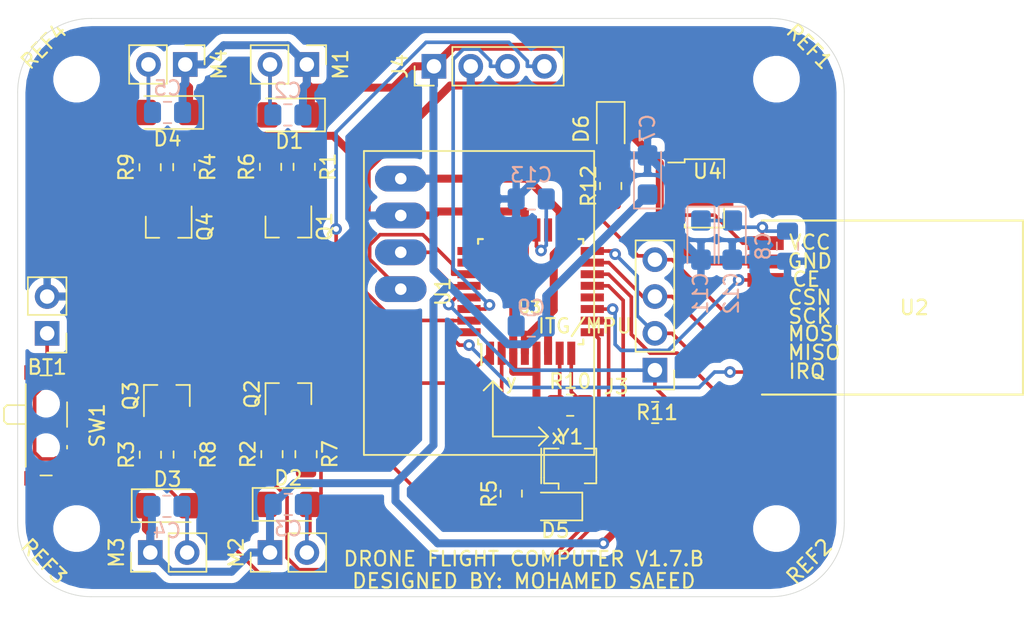
<source format=kicad_pcb>
(kicad_pcb (version 20171130) (host pcbnew "(5.1.10)-1")

  (general
    (thickness 1.6)
    (drawings 10)
    (tracks 402)
    (zones 0)
    (modules 49)
    (nets 42)
  )

  (page A4)
  (layers
    (0 F.Cu signal)
    (31 B.Cu signal)
    (32 B.Adhes user)
    (33 F.Adhes user)
    (34 B.Paste user)
    (35 F.Paste user)
    (36 B.SilkS user)
    (37 F.SilkS user)
    (38 B.Mask user)
    (39 F.Mask user)
    (40 Dwgs.User user)
    (41 Cmts.User user)
    (42 Eco1.User user)
    (43 Eco2.User user)
    (44 Edge.Cuts user)
    (45 Margin user)
    (46 B.CrtYd user)
    (47 F.CrtYd user)
    (48 B.Fab user)
    (49 F.Fab user hide)
  )

  (setup
    (last_trace_width 0.25)
    (trace_clearance 0.2)
    (zone_clearance 0.508)
    (zone_45_only no)
    (trace_min 0.2)
    (via_size 0.8)
    (via_drill 0.4)
    (via_min_size 0.4)
    (via_min_drill 0.3)
    (uvia_size 0.3)
    (uvia_drill 0.1)
    (uvias_allowed no)
    (uvia_min_size 0.2)
    (uvia_min_drill 0.1)
    (edge_width 0.05)
    (segment_width 0.2)
    (pcb_text_width 0.3)
    (pcb_text_size 1.5 1.5)
    (mod_edge_width 0.12)
    (mod_text_size 1 1)
    (mod_text_width 0.15)
    (pad_size 1.524 1.524)
    (pad_drill 0.762)
    (pad_to_mask_clearance 0)
    (aux_axis_origin 0 0)
    (visible_elements 7FFFFFFF)
    (pcbplotparams
      (layerselection 0x010fc_ffffffff)
      (usegerberextensions false)
      (usegerberattributes true)
      (usegerberadvancedattributes true)
      (creategerberjobfile true)
      (excludeedgelayer true)
      (linewidth 0.100000)
      (plotframeref false)
      (viasonmask false)
      (mode 1)
      (useauxorigin false)
      (hpglpennumber 1)
      (hpglpenspeed 20)
      (hpglpendiameter 15.000000)
      (psnegative false)
      (psa4output false)
      (plotreference true)
      (plotvalue true)
      (plotinvisibletext false)
      (padsonsilk false)
      (subtractmaskfromsilk false)
      (outputformat 1)
      (mirror false)
      (drillshape 0)
      (scaleselection 1)
      (outputdirectory "Gerber/"))
  )

  (net 0 "")
  (net 1 +BATT)
  (net 2 GND)
  (net 3 +3V3)
  (net 4 "Net-(D5-Pad2)")
  (net 5 "Net-(Q1-Pad1)")
  (net 6 "Net-(Q2-Pad1)")
  (net 7 "Net-(Q3-Pad1)")
  (net 8 "Net-(Q4-Pad1)")
  (net 9 "Net-(U1-Pad23)")
  (net 10 "Net-(U1-Pad24)")
  (net 11 "Net-(U1-Pad25)")
  (net 12 "Net-(U1-Pad26)")
  (net 13 "Net-(SW1-Pad1)")
  (net 14 "Net-(U1-Pad19)")
  (net 15 "Net-(U1-Pad22)")
  (net 16 "Net-(BT1-Pad1)")
  (net 17 "Net-(C13-Pad1)")
  (net 18 Reset)
  (net 19 MOSI)
  (net 20 MISO)
  (net 21 SCK)
  (net 22 RX)
  (net 23 TX)
  (net 24 FrontLeft)
  (net 25 FrontRight)
  (net 26 BackRight)
  (net 27 BackLeft)
  (net 28 "Net-(R10-Pad1)")
  (net 29 "Net-(R10-Pad2)")
  (net 30 CE)
  (net 31 ~CSN)
  (net 32 SDA)
  (net 33 SCL)
  (net 34 IRQ)
  (net 35 "Net-(C2-Pad2)")
  (net 36 "Net-(C3-Pad2)")
  (net 37 "Net-(C4-Pad2)")
  (net 38 "Net-(C5-Pad2)")
  (net 39 "Net-(U1-Pad12)")
  (net 40 "Net-(D6-Pad2)")
  (net 41 "Net-(R5-Pad2)")

  (net_class Default "This is the default net class."
    (clearance 0.2)
    (trace_width 0.25)
    (via_dia 0.8)
    (via_drill 0.4)
    (uvia_dia 0.3)
    (uvia_drill 0.1)
    (add_net +3V3)
    (add_net BackLeft)
    (add_net BackRight)
    (add_net CE)
    (add_net FrontLeft)
    (add_net FrontRight)
    (add_net IRQ)
    (add_net MISO)
    (add_net MOSI)
    (add_net "Net-(BT1-Pad1)")
    (add_net "Net-(C13-Pad1)")
    (add_net "Net-(C2-Pad2)")
    (add_net "Net-(C3-Pad2)")
    (add_net "Net-(C4-Pad2)")
    (add_net "Net-(C5-Pad2)")
    (add_net "Net-(D5-Pad2)")
    (add_net "Net-(D6-Pad2)")
    (add_net "Net-(Q1-Pad1)")
    (add_net "Net-(Q2-Pad1)")
    (add_net "Net-(Q3-Pad1)")
    (add_net "Net-(Q4-Pad1)")
    (add_net "Net-(R10-Pad1)")
    (add_net "Net-(R10-Pad2)")
    (add_net "Net-(R5-Pad2)")
    (add_net "Net-(SW1-Pad1)")
    (add_net "Net-(U1-Pad12)")
    (add_net "Net-(U1-Pad19)")
    (add_net "Net-(U1-Pad22)")
    (add_net "Net-(U1-Pad23)")
    (add_net "Net-(U1-Pad24)")
    (add_net "Net-(U1-Pad25)")
    (add_net "Net-(U1-Pad26)")
    (add_net RX)
    (add_net Reset)
    (add_net SCK)
    (add_net SCL)
    (add_net SDA)
    (add_net TX)
    (add_net ~CSN)
  )

  (net_class battery ""
    (clearance 0.2)
    (trace_width 0.55)
    (via_dia 0.8)
    (via_drill 0.4)
    (uvia_dia 0.3)
    (uvia_drill 0.1)
    (add_net +BATT)
    (add_net GND)
  )

  (module GY-521:GY-521 (layer F.Cu) (tedit 65DFF1E9) (tstamp 65DB1F0A)
    (at 152.0952 108.839)
    (path /63ECA373)
    (fp_text reference U3 (at 0 0) (layer F.SilkS)
      (effects (font (size 0.787402 0.787402) (thickness 0.15)))
    )
    (fp_text value GY-521 (at 0 0) (layer F.Fab)
      (effects (font (size 0.787402 0.787402) (thickness 0.15)))
    )
    (fp_line (start -11.43 -10.795) (end 4.445 -10.795) (layer F.SilkS) (width 0.127))
    (fp_line (start 4.445 -10.795) (end 4.445 10.16) (layer F.SilkS) (width 0.127))
    (fp_line (start 4.445 10.16) (end -11.43 10.16) (layer F.SilkS) (width 0.127))
    (fp_line (start -11.43 10.16) (end -11.43 -10.795) (layer F.SilkS) (width 0.127))
    (fp_line (start -2.54 8.89) (end 1.27 8.89) (layer F.SilkS) (width 0.127))
    (fp_line (start 1.27 8.89) (end 0.635 8.255) (layer F.SilkS) (width 0.127))
    (fp_line (start 1.27 8.89) (end 0.635 9.525) (layer F.SilkS) (width 0.127))
    (fp_line (start -2.54 8.89) (end -2.54 5.08) (layer F.SilkS) (width 0.127))
    (fp_line (start -2.54 5.08) (end -1.905 5.715) (layer F.SilkS) (width 0.127))
    (fp_line (start -2.54 5.08) (end -3.175 5.715) (layer F.SilkS) (width 0.127))
    (fp_text user x (at 1.905 8.89) (layer F.SilkS)
      (effects (font (size 1 1) (thickness 0.15)))
    )
    (fp_text user y (at -1.27 5.08) (layer F.SilkS)
      (effects (font (size 1 1) (thickness 0.15)))
    )
    (fp_text user ITG/MPU (at 3.81 1.27) (layer F.SilkS)
      (effects (font (size 1 1) (thickness 0.15)))
    )
    (pad SDA thru_hole oval (at -8.89 -1.27) (size 3.556 1.778) (drill 0.8) (layers *.Cu *.Mask)
      (net 32 SDA) (solder_mask_margin 0.102))
    (pad SCL thru_hole oval (at -8.89 -3.81) (size 3.556 1.778) (drill 0.8) (layers *.Cu *.Mask)
      (net 33 SCL) (solder_mask_margin 0.102))
    (pad GND thru_hole oval (at -8.89 -6.35) (size 3.556 1.778) (drill 0.8) (layers *.Cu *.Mask)
      (net 2 GND) (solder_mask_margin 0.102))
    (pad VCC thru_hole oval (at -8.89 -8.89) (size 3.556 1.778) (drill 0.8) (layers *.Cu *.Mask)
      (net 1 +BATT) (solder_mask_margin 0.102))
  )

  (module MountingHole:MountingHole_2.2mm_M2 (layer F.Cu) (tedit 56D1B4CB) (tstamp 65DAD1D2)
    (at 169.1132 93.091 315)
    (descr "Mounting Hole 2.2mm, no annular, M2")
    (tags "mounting hole 2.2mm no annular m2")
    (attr virtual)
    (fp_text reference REF1 (at 0 -3.2 135) (layer F.SilkS)
      (effects (font (size 1 1) (thickness 0.15)))
    )
    (fp_text value MountingHole_2.2mm_M2 (at 0 3.2 135) (layer F.Fab)
      (effects (font (size 1 1) (thickness 0.15)))
    )
    (fp_circle (center 0 0) (end 2.2 0) (layer Cmts.User) (width 0.15))
    (fp_circle (center 0 0) (end 2.45 0) (layer F.CrtYd) (width 0.05))
    (fp_text user %R (at 0.3 0 135) (layer F.Fab)
      (effects (font (size 1 1) (thickness 0.15)))
    )
    (pad 1 np_thru_hole circle (at 0 0 315) (size 2.2 2.2) (drill 2.2) (layers *.Cu *.Mask))
  )

  (module MountingHole:MountingHole_2.2mm_M2 (layer F.Cu) (tedit 56D1B4CB) (tstamp 65DAD1A7)
    (at 169.1132 124.079 225)
    (descr "Mounting Hole 2.2mm, no annular, M2")
    (tags "mounting hole 2.2mm no annular m2")
    (attr virtual)
    (fp_text reference REF2 (at 0 -3.2 45) (layer F.SilkS)
      (effects (font (size 1 1) (thickness 0.15)))
    )
    (fp_text value MountingHole_2.2mm_M2 (at 0 3.2 45) (layer F.Fab)
      (effects (font (size 1 1) (thickness 0.15)))
    )
    (fp_circle (center 0 0) (end 2.2 0) (layer Cmts.User) (width 0.15))
    (fp_circle (center 0 0) (end 2.45 0) (layer F.CrtYd) (width 0.05))
    (fp_text user %R (at 0.3 0 45) (layer F.Fab)
      (effects (font (size 1 1) (thickness 0.15)))
    )
    (pad 1 np_thru_hole circle (at 0 0 225) (size 2.2 2.2) (drill 2.2) (layers *.Cu *.Mask))
  )

  (module MountingHole:MountingHole_2.2mm_M2 (layer F.Cu) (tedit 56D1B4CB) (tstamp 65DAD17C)
    (at 120.8532 93.091 45)
    (descr "Mounting Hole 2.2mm, no annular, M2")
    (tags "mounting hole 2.2mm no annular m2")
    (attr virtual)
    (fp_text reference REF4 (at 0 -3.2 45) (layer F.SilkS)
      (effects (font (size 1 1) (thickness 0.15)))
    )
    (fp_text value MountingHole_2.2mm_M2 (at 0 3.2 45) (layer F.Fab)
      (effects (font (size 1 1) (thickness 0.15)))
    )
    (fp_circle (center 0 0) (end 2.2 0) (layer Cmts.User) (width 0.15))
    (fp_circle (center 0 0) (end 2.45 0) (layer F.CrtYd) (width 0.05))
    (fp_text user %R (at 0.3 0 45) (layer F.Fab)
      (effects (font (size 1 1) (thickness 0.15)))
    )
    (pad 1 np_thru_hole circle (at 0 0 45) (size 2.2 2.2) (drill 2.2) (layers *.Cu *.Mask))
  )

  (module MountingHole:MountingHole_2.2mm_M2 (layer F.Cu) (tedit 56D1B4CB) (tstamp 65DAD151)
    (at 120.8532 124.079 135)
    (descr "Mounting Hole 2.2mm, no annular, M2")
    (tags "mounting hole 2.2mm no annular m2")
    (attr virtual)
    (fp_text reference REF3 (at 0 -3.2 135) (layer F.SilkS)
      (effects (font (size 1 1) (thickness 0.15)))
    )
    (fp_text value MountingHole_2.2mm_M2 (at 0 3.2 135) (layer F.Fab)
      (effects (font (size 1 1) (thickness 0.15)))
    )
    (fp_circle (center 0 0) (end 2.2 0) (layer Cmts.User) (width 0.15))
    (fp_circle (center 0 0) (end 2.45 0) (layer F.CrtYd) (width 0.05))
    (fp_text user %R (at 0.3 0 135) (layer F.Fab)
      (effects (font (size 1 1) (thickness 0.15)))
    )
    (pad 1 np_thru_hole circle (at 0 0 135) (size 2.2 2.2) (drill 2.2) (layers *.Cu *.Mask))
  )

  (module Package_TO_SOT_SMD:SOT-23 (layer F.Cu) (tedit 5A02FF57) (tstamp 65DB2027)
    (at 135.4582 103.251 270)
    (descr "SOT-23, Standard")
    (tags SOT-23)
    (path /6428DC80)
    (attr smd)
    (fp_text reference Q1 (at 0 -2.5 90) (layer F.SilkS)
      (effects (font (size 1 1) (thickness 0.15)))
    )
    (fp_text value IRLML2502 (at 0 2.5 90) (layer F.Fab)
      (effects (font (size 1 1) (thickness 0.15)))
    )
    (fp_line (start 0.76 1.58) (end -0.7 1.58) (layer F.SilkS) (width 0.12))
    (fp_line (start 0.76 -1.58) (end -1.4 -1.58) (layer F.SilkS) (width 0.12))
    (fp_line (start -1.7 1.75) (end -1.7 -1.75) (layer F.CrtYd) (width 0.05))
    (fp_line (start 1.7 1.75) (end -1.7 1.75) (layer F.CrtYd) (width 0.05))
    (fp_line (start 1.7 -1.75) (end 1.7 1.75) (layer F.CrtYd) (width 0.05))
    (fp_line (start -1.7 -1.75) (end 1.7 -1.75) (layer F.CrtYd) (width 0.05))
    (fp_line (start 0.76 -1.58) (end 0.76 -0.65) (layer F.SilkS) (width 0.12))
    (fp_line (start 0.76 1.58) (end 0.76 0.65) (layer F.SilkS) (width 0.12))
    (fp_line (start -0.7 1.52) (end 0.7 1.52) (layer F.Fab) (width 0.1))
    (fp_line (start 0.7 -1.52) (end 0.7 1.52) (layer F.Fab) (width 0.1))
    (fp_line (start -0.7 -0.95) (end -0.15 -1.52) (layer F.Fab) (width 0.1))
    (fp_line (start -0.15 -1.52) (end 0.7 -1.52) (layer F.Fab) (width 0.1))
    (fp_line (start -0.7 -0.95) (end -0.7 1.5) (layer F.Fab) (width 0.1))
    (fp_text user %R (at 0 0) (layer F.Fab)
      (effects (font (size 0.5 0.5) (thickness 0.075)))
    )
    (pad 1 smd rect (at -1 -0.95 270) (size 0.9 0.8) (layers F.Cu F.Paste F.Mask)
      (net 5 "Net-(Q1-Pad1)"))
    (pad 2 smd rect (at -1 0.95 270) (size 0.9 0.8) (layers F.Cu F.Paste F.Mask)
      (net 2 GND))
    (pad 3 smd rect (at 1 0 270) (size 0.9 0.8) (layers F.Cu F.Paste F.Mask)
      (net 35 "Net-(C2-Pad2)"))
    (model ${KISYS3DMOD}/Package_TO_SOT_SMD.3dshapes/SOT-23.wrl
      (at (xyz 0 0 0))
      (scale (xyz 1 1 1))
      (rotate (xyz 0 0 0))
    )
  )

  (module Package_TO_SOT_SMD:SOT-23 (layer F.Cu) (tedit 5A02FF57) (tstamp 65DC6D0B)
    (at 135.4582 114.808 90)
    (descr "SOT-23, Standard")
    (tags SOT-23)
    (path /642D6AA2)
    (attr smd)
    (fp_text reference Q2 (at 0 -2.5 90) (layer F.SilkS)
      (effects (font (size 1 1) (thickness 0.15)))
    )
    (fp_text value IRLML2502 (at 0 2.5 90) (layer F.Fab)
      (effects (font (size 1 1) (thickness 0.15)))
    )
    (fp_line (start 0.76 1.58) (end -0.7 1.58) (layer F.SilkS) (width 0.12))
    (fp_line (start 0.76 -1.58) (end -1.4 -1.58) (layer F.SilkS) (width 0.12))
    (fp_line (start -1.7 1.75) (end -1.7 -1.75) (layer F.CrtYd) (width 0.05))
    (fp_line (start 1.7 1.75) (end -1.7 1.75) (layer F.CrtYd) (width 0.05))
    (fp_line (start 1.7 -1.75) (end 1.7 1.75) (layer F.CrtYd) (width 0.05))
    (fp_line (start -1.7 -1.75) (end 1.7 -1.75) (layer F.CrtYd) (width 0.05))
    (fp_line (start 0.76 -1.58) (end 0.76 -0.65) (layer F.SilkS) (width 0.12))
    (fp_line (start 0.76 1.58) (end 0.76 0.65) (layer F.SilkS) (width 0.12))
    (fp_line (start -0.7 1.52) (end 0.7 1.52) (layer F.Fab) (width 0.1))
    (fp_line (start 0.7 -1.52) (end 0.7 1.52) (layer F.Fab) (width 0.1))
    (fp_line (start -0.7 -0.95) (end -0.15 -1.52) (layer F.Fab) (width 0.1))
    (fp_line (start -0.15 -1.52) (end 0.7 -1.52) (layer F.Fab) (width 0.1))
    (fp_line (start -0.7 -0.95) (end -0.7 1.5) (layer F.Fab) (width 0.1))
    (fp_text user %R (at 0 0) (layer F.Fab)
      (effects (font (size 0.5 0.5) (thickness 0.075)))
    )
    (pad 1 smd rect (at -1 -0.95 90) (size 0.9 0.8) (layers F.Cu F.Paste F.Mask)
      (net 6 "Net-(Q2-Pad1)"))
    (pad 2 smd rect (at -1 0.95 90) (size 0.9 0.8) (layers F.Cu F.Paste F.Mask)
      (net 2 GND))
    (pad 3 smd rect (at 1 0 90) (size 0.9 0.8) (layers F.Cu F.Paste F.Mask)
      (net 36 "Net-(C3-Pad2)"))
    (model ${KISYS3DMOD}/Package_TO_SOT_SMD.3dshapes/SOT-23.wrl
      (at (xyz 0 0 0))
      (scale (xyz 1 1 1))
      (rotate (xyz 0 0 0))
    )
  )

  (module Package_TO_SOT_SMD:SOT-23 (layer F.Cu) (tedit 5A02FF57) (tstamp 65DAC9E1)
    (at 127.0762 114.935 90)
    (descr "SOT-23, Standard")
    (tags SOT-23)
    (path /642C9B70)
    (attr smd)
    (fp_text reference Q3 (at 0 -2.5 90) (layer F.SilkS)
      (effects (font (size 1 1) (thickness 0.15)))
    )
    (fp_text value IRLML2502 (at 0 2.5 90) (layer F.Fab)
      (effects (font (size 1 1) (thickness 0.15)))
    )
    (fp_line (start -0.7 -0.95) (end -0.7 1.5) (layer F.Fab) (width 0.1))
    (fp_line (start -0.15 -1.52) (end 0.7 -1.52) (layer F.Fab) (width 0.1))
    (fp_line (start -0.7 -0.95) (end -0.15 -1.52) (layer F.Fab) (width 0.1))
    (fp_line (start 0.7 -1.52) (end 0.7 1.52) (layer F.Fab) (width 0.1))
    (fp_line (start -0.7 1.52) (end 0.7 1.52) (layer F.Fab) (width 0.1))
    (fp_line (start 0.76 1.58) (end 0.76 0.65) (layer F.SilkS) (width 0.12))
    (fp_line (start 0.76 -1.58) (end 0.76 -0.65) (layer F.SilkS) (width 0.12))
    (fp_line (start -1.7 -1.75) (end 1.7 -1.75) (layer F.CrtYd) (width 0.05))
    (fp_line (start 1.7 -1.75) (end 1.7 1.75) (layer F.CrtYd) (width 0.05))
    (fp_line (start 1.7 1.75) (end -1.7 1.75) (layer F.CrtYd) (width 0.05))
    (fp_line (start -1.7 1.75) (end -1.7 -1.75) (layer F.CrtYd) (width 0.05))
    (fp_line (start 0.76 -1.58) (end -1.4 -1.58) (layer F.SilkS) (width 0.12))
    (fp_line (start 0.76 1.58) (end -0.7 1.58) (layer F.SilkS) (width 0.12))
    (fp_text user %R (at 0 0) (layer F.Fab)
      (effects (font (size 0.5 0.5) (thickness 0.075)))
    )
    (pad 3 smd rect (at 1 0 90) (size 0.9 0.8) (layers F.Cu F.Paste F.Mask)
      (net 37 "Net-(C4-Pad2)"))
    (pad 2 smd rect (at -1 0.95 90) (size 0.9 0.8) (layers F.Cu F.Paste F.Mask)
      (net 2 GND))
    (pad 1 smd rect (at -1 -0.95 90) (size 0.9 0.8) (layers F.Cu F.Paste F.Mask)
      (net 7 "Net-(Q3-Pad1)"))
    (model ${KISYS3DMOD}/Package_TO_SOT_SMD.3dshapes/SOT-23.wrl
      (at (xyz 0 0 0))
      (scale (xyz 1 1 1))
      (rotate (xyz 0 0 0))
    )
  )

  (module Package_TO_SOT_SMD:SOT-23 (layer F.Cu) (tedit 5A02FF57) (tstamp 65DACA1D)
    (at 127.2032 103.267 270)
    (descr "SOT-23, Standard")
    (tags SOT-23)
    (path /642E0198)
    (attr smd)
    (fp_text reference Q4 (at 0 -2.5 90) (layer F.SilkS)
      (effects (font (size 1 1) (thickness 0.15)))
    )
    (fp_text value IRLML2502 (at 0 2.5 90) (layer F.Fab)
      (effects (font (size 1 1) (thickness 0.15)))
    )
    (fp_line (start -0.7 -0.95) (end -0.7 1.5) (layer F.Fab) (width 0.1))
    (fp_line (start -0.15 -1.52) (end 0.7 -1.52) (layer F.Fab) (width 0.1))
    (fp_line (start -0.7 -0.95) (end -0.15 -1.52) (layer F.Fab) (width 0.1))
    (fp_line (start 0.7 -1.52) (end 0.7 1.52) (layer F.Fab) (width 0.1))
    (fp_line (start -0.7 1.52) (end 0.7 1.52) (layer F.Fab) (width 0.1))
    (fp_line (start 0.76 1.58) (end 0.76 0.65) (layer F.SilkS) (width 0.12))
    (fp_line (start 0.76 -1.58) (end 0.76 -0.65) (layer F.SilkS) (width 0.12))
    (fp_line (start -1.7 -1.75) (end 1.7 -1.75) (layer F.CrtYd) (width 0.05))
    (fp_line (start 1.7 -1.75) (end 1.7 1.75) (layer F.CrtYd) (width 0.05))
    (fp_line (start 1.7 1.75) (end -1.7 1.75) (layer F.CrtYd) (width 0.05))
    (fp_line (start -1.7 1.75) (end -1.7 -1.75) (layer F.CrtYd) (width 0.05))
    (fp_line (start 0.76 -1.58) (end -1.4 -1.58) (layer F.SilkS) (width 0.12))
    (fp_line (start 0.76 1.58) (end -0.7 1.58) (layer F.SilkS) (width 0.12))
    (fp_text user %R (at 0 0) (layer F.Fab)
      (effects (font (size 0.5 0.5) (thickness 0.075)))
    )
    (pad 3 smd rect (at 1 0 270) (size 0.9 0.8) (layers F.Cu F.Paste F.Mask)
      (net 38 "Net-(C5-Pad2)"))
    (pad 2 smd rect (at -1 0.95 270) (size 0.9 0.8) (layers F.Cu F.Paste F.Mask)
      (net 2 GND))
    (pad 1 smd rect (at -1 -0.95 270) (size 0.9 0.8) (layers F.Cu F.Paste F.Mask)
      (net 8 "Net-(Q4-Pad1)"))
    (model ${KISYS3DMOD}/Package_TO_SOT_SMD.3dshapes/SOT-23.wrl
      (at (xyz 0 0 0))
      (scale (xyz 1 1 1))
      (rotate (xyz 0 0 0))
    )
  )

  (module Connector_PinHeader_2.54mm:PinHeader_1x04_P2.54mm_Vertical (layer F.Cu) (tedit 59FED5CC) (tstamp 655C669A)
    (at 145.4912 92.202 90)
    (descr "Through hole straight pin header, 1x04, 2.54mm pitch, single row")
    (tags "Through hole pin header THT 1x04 2.54mm single row")
    (path /643B87C1)
    (fp_text reference J4 (at 0 -2.33 90) (layer F.SilkS)
      (effects (font (size 1 1) (thickness 0.15)))
    )
    (fp_text value Conn_01x04_Female (at 0 9.95 90) (layer F.Fab)
      (effects (font (size 1 1) (thickness 0.15)))
    )
    (fp_line (start 1.8 -1.8) (end -1.8 -1.8) (layer F.CrtYd) (width 0.05))
    (fp_line (start 1.8 9.4) (end 1.8 -1.8) (layer F.CrtYd) (width 0.05))
    (fp_line (start -1.8 9.4) (end 1.8 9.4) (layer F.CrtYd) (width 0.05))
    (fp_line (start -1.8 -1.8) (end -1.8 9.4) (layer F.CrtYd) (width 0.05))
    (fp_line (start -1.33 -1.33) (end 0 -1.33) (layer F.SilkS) (width 0.12))
    (fp_line (start -1.33 0) (end -1.33 -1.33) (layer F.SilkS) (width 0.12))
    (fp_line (start -1.33 1.27) (end 1.33 1.27) (layer F.SilkS) (width 0.12))
    (fp_line (start 1.33 1.27) (end 1.33 8.95) (layer F.SilkS) (width 0.12))
    (fp_line (start -1.33 1.27) (end -1.33 8.95) (layer F.SilkS) (width 0.12))
    (fp_line (start -1.33 8.95) (end 1.33 8.95) (layer F.SilkS) (width 0.12))
    (fp_line (start -1.27 -0.635) (end -0.635 -1.27) (layer F.Fab) (width 0.1))
    (fp_line (start -1.27 8.89) (end -1.27 -0.635) (layer F.Fab) (width 0.1))
    (fp_line (start 1.27 8.89) (end -1.27 8.89) (layer F.Fab) (width 0.1))
    (fp_line (start 1.27 -1.27) (end 1.27 8.89) (layer F.Fab) (width 0.1))
    (fp_line (start -0.635 -1.27) (end 1.27 -1.27) (layer F.Fab) (width 0.1))
    (fp_text user %R (at 0 3.81) (layer F.Fab)
      (effects (font (size 1 1) (thickness 0.15)))
    )
    (pad 4 thru_hole oval (at 0 7.62 90) (size 1.7 1.7) (drill 1) (layers *.Cu *.Mask)
      (net 23 TX))
    (pad 3 thru_hole oval (at 0 5.08 90) (size 1.7 1.7) (drill 1) (layers *.Cu *.Mask)
      (net 22 RX))
    (pad 2 thru_hole oval (at 0 2.54 90) (size 1.7 1.7) (drill 1) (layers *.Cu *.Mask)
      (net 2 GND))
    (pad 1 thru_hole rect (at 0 0 90) (size 1.7 1.7) (drill 1) (layers *.Cu *.Mask)
      (net 1 +BATT))
    (model ${KISYS3DMOD}/Connector_PinHeader_2.54mm.3dshapes/PinHeader_1x04_P2.54mm_Vertical.wrl
      (at (xyz 0 0 0))
      (scale (xyz 1 1 1))
      (rotate (xyz 0 0 0))
    )
  )

  (module Package_TO_SOT_SMD:SOT-89-3 (layer F.Cu) (tedit 5C33D6E8) (tstamp 65DAF30E)
    (at 163.8432 100.965)
    (descr "SOT-89-3, http://ww1.microchip.com/downloads/en/DeviceDoc/3L_SOT-89_MB_C04-029C.pdf")
    (tags SOT-89-3)
    (path /6456F408)
    (attr smd)
    (fp_text reference U4 (at 0.508 -1.524) (layer F.SilkS)
      (effects (font (size 1 1) (thickness 0.15)))
    )
    (fp_text value HT75xx-1-SOT89 (at 0.3 3.5) (layer F.Fab)
      (effects (font (size 1 1) (thickness 0.15)))
    )
    (fp_line (start -1.06 2.36) (end -1.06 2.13) (layer F.SilkS) (width 0.12))
    (fp_line (start -1.06 -2.36) (end -1.06 -2.13) (layer F.SilkS) (width 0.12))
    (fp_line (start -1.06 -2.36) (end 1.66 -2.36) (layer F.SilkS) (width 0.12))
    (fp_line (start -2.55 2.5) (end -2.55 -2.5) (layer F.CrtYd) (width 0.05))
    (fp_line (start -2.55 2.5) (end 2.55 2.5) (layer F.CrtYd) (width 0.05))
    (fp_line (start 2.55 -2.5) (end -2.55 -2.5) (layer F.CrtYd) (width 0.05))
    (fp_line (start 2.55 -2.5) (end 2.55 2.5) (layer F.CrtYd) (width 0.05))
    (fp_line (start 0.05 -2.25) (end 1.55 -2.25) (layer F.Fab) (width 0.1))
    (fp_line (start -0.95 2.25) (end -0.95 -1.25) (layer F.Fab) (width 0.1))
    (fp_line (start 1.55 2.25) (end -0.95 2.25) (layer F.Fab) (width 0.1))
    (fp_line (start 1.55 -2.25) (end 1.55 2.25) (layer F.Fab) (width 0.1))
    (fp_line (start -0.95 -1.25) (end 0.05 -2.25) (layer F.Fab) (width 0.1))
    (fp_line (start 1.66 -2.36) (end 1.66 -1.05) (layer F.SilkS) (width 0.12))
    (fp_line (start -2.2 -2.13) (end -1.06 -2.13) (layer F.SilkS) (width 0.12))
    (fp_line (start 1.66 2.36) (end -1.06 2.36) (layer F.SilkS) (width 0.12))
    (fp_line (start 1.66 1.05) (end 1.66 2.36) (layer F.SilkS) (width 0.12))
    (fp_text user %R (at 0.5 0 90) (layer F.Fab)
      (effects (font (size 1 1) (thickness 0.15)))
    )
    (pad 2 smd custom (at -1.5625 0) (size 1.475 0.9) (layers F.Cu F.Paste F.Mask)
      (net 1 +BATT) (zone_connect 2)
      (options (clearance outline) (anchor rect))
      (primitives
        (gr_poly (pts
           (xy 0.7375 -0.8665) (xy 3.8625 -0.8665) (xy 3.8625 0.8665) (xy 0.7375 0.8665)) (width 0))
      ))
    (pad 3 smd rect (at -1.65 1.5) (size 1.3 0.9) (layers F.Cu F.Paste F.Mask)
      (net 3 +3V3))
    (pad 1 smd rect (at -1.65 -1.5) (size 1.3 0.9) (layers F.Cu F.Paste F.Mask)
      (net 2 GND))
    (model ${KISYS3DMOD}/Package_TO_SOT_SMD.3dshapes/SOT-89-3.wrl
      (at (xyz 0 0 0))
      (scale (xyz 1 1 1))
      (rotate (xyz 0 0 0))
    )
  )

  (module Connector_PinHeader_2.54mm:PinHeader_1x02_P2.54mm_Vertical (layer F.Cu) (tedit 59FED5CC) (tstamp 65C9BAF1)
    (at 136.7282 92.075 270)
    (descr "Through hole straight pin header, 1x02, 2.54mm pitch, single row")
    (tags "Through hole pin header THT 1x02 2.54mm single row")
    (path /63EF79AB)
    (fp_text reference M1 (at 0 -2.33 90) (layer F.SilkS)
      (effects (font (size 1 1) (thickness 0.15)))
    )
    (fp_text value Motor_DC_ALT (at 0 4.87 90) (layer F.Fab)
      (effects (font (size 1 1) (thickness 0.15)))
    )
    (fp_line (start 1.8 -1.8) (end -1.8 -1.8) (layer F.CrtYd) (width 0.05))
    (fp_line (start 1.8 4.35) (end 1.8 -1.8) (layer F.CrtYd) (width 0.05))
    (fp_line (start -1.8 4.35) (end 1.8 4.35) (layer F.CrtYd) (width 0.05))
    (fp_line (start -1.8 -1.8) (end -1.8 4.35) (layer F.CrtYd) (width 0.05))
    (fp_line (start -1.33 -1.33) (end 0 -1.33) (layer F.SilkS) (width 0.12))
    (fp_line (start -1.33 0) (end -1.33 -1.33) (layer F.SilkS) (width 0.12))
    (fp_line (start -1.33 1.27) (end 1.33 1.27) (layer F.SilkS) (width 0.12))
    (fp_line (start 1.33 1.27) (end 1.33 3.87) (layer F.SilkS) (width 0.12))
    (fp_line (start -1.33 1.27) (end -1.33 3.87) (layer F.SilkS) (width 0.12))
    (fp_line (start -1.33 3.87) (end 1.33 3.87) (layer F.SilkS) (width 0.12))
    (fp_line (start -1.27 -0.635) (end -0.635 -1.27) (layer F.Fab) (width 0.1))
    (fp_line (start -1.27 3.81) (end -1.27 -0.635) (layer F.Fab) (width 0.1))
    (fp_line (start 1.27 3.81) (end -1.27 3.81) (layer F.Fab) (width 0.1))
    (fp_line (start 1.27 -1.27) (end 1.27 3.81) (layer F.Fab) (width 0.1))
    (fp_line (start -0.635 -1.27) (end 1.27 -1.27) (layer F.Fab) (width 0.1))
    (fp_text user %R (at 0 1.27) (layer F.Fab)
      (effects (font (size 1 1) (thickness 0.15)))
    )
    (pad 1 thru_hole rect (at 0 0 270) (size 1.7 1.7) (drill 1) (layers *.Cu *.Mask)
      (net 1 +BATT))
    (pad 2 thru_hole oval (at 0 2.54 270) (size 1.7 1.7) (drill 1) (layers *.Cu *.Mask)
      (net 35 "Net-(C2-Pad2)"))
    (model ${KISYS3DMOD}/Connector_PinHeader_2.54mm.3dshapes/PinHeader_1x02_P2.54mm_Vertical.wrl
      (at (xyz 0 0 0))
      (scale (xyz 1 1 1))
      (rotate (xyz 0 0 0))
    )
  )

  (module Connector_PinHeader_2.54mm:PinHeader_1x02_P2.54mm_Vertical (layer F.Cu) (tedit 59FED5CC) (tstamp 65C99F5A)
    (at 134.1882 125.73 90)
    (descr "Through hole straight pin header, 1x02, 2.54mm pitch, single row")
    (tags "Through hole pin header THT 1x02 2.54mm single row")
    (path /63EF9A00)
    (fp_text reference M2 (at 0 -2.33 90) (layer F.SilkS)
      (effects (font (size 1 1) (thickness 0.15)))
    )
    (fp_text value Motor_DC_ALT (at 0 4.87 90) (layer F.Fab)
      (effects (font (size 1 1) (thickness 0.15)))
    )
    (fp_line (start 1.8 -1.8) (end -1.8 -1.8) (layer F.CrtYd) (width 0.05))
    (fp_line (start 1.8 4.35) (end 1.8 -1.8) (layer F.CrtYd) (width 0.05))
    (fp_line (start -1.8 4.35) (end 1.8 4.35) (layer F.CrtYd) (width 0.05))
    (fp_line (start -1.8 -1.8) (end -1.8 4.35) (layer F.CrtYd) (width 0.05))
    (fp_line (start -1.33 -1.33) (end 0 -1.33) (layer F.SilkS) (width 0.12))
    (fp_line (start -1.33 0) (end -1.33 -1.33) (layer F.SilkS) (width 0.12))
    (fp_line (start -1.33 1.27) (end 1.33 1.27) (layer F.SilkS) (width 0.12))
    (fp_line (start 1.33 1.27) (end 1.33 3.87) (layer F.SilkS) (width 0.12))
    (fp_line (start -1.33 1.27) (end -1.33 3.87) (layer F.SilkS) (width 0.12))
    (fp_line (start -1.33 3.87) (end 1.33 3.87) (layer F.SilkS) (width 0.12))
    (fp_line (start -1.27 -0.635) (end -0.635 -1.27) (layer F.Fab) (width 0.1))
    (fp_line (start -1.27 3.81) (end -1.27 -0.635) (layer F.Fab) (width 0.1))
    (fp_line (start 1.27 3.81) (end -1.27 3.81) (layer F.Fab) (width 0.1))
    (fp_line (start 1.27 -1.27) (end 1.27 3.81) (layer F.Fab) (width 0.1))
    (fp_line (start -0.635 -1.27) (end 1.27 -1.27) (layer F.Fab) (width 0.1))
    (fp_text user %R (at 0 1.27) (layer F.Fab)
      (effects (font (size 1 1) (thickness 0.15)))
    )
    (pad 1 thru_hole rect (at 0 0 90) (size 1.7 1.7) (drill 1) (layers *.Cu *.Mask)
      (net 1 +BATT))
    (pad 2 thru_hole oval (at 0 2.54 90) (size 1.7 1.7) (drill 1) (layers *.Cu *.Mask)
      (net 36 "Net-(C3-Pad2)"))
    (model ${KISYS3DMOD}/Connector_PinHeader_2.54mm.3dshapes/PinHeader_1x02_P2.54mm_Vertical.wrl
      (at (xyz 0 0 0))
      (scale (xyz 1 1 1))
      (rotate (xyz 0 0 0))
    )
  )

  (module Connector_PinHeader_2.54mm:PinHeader_1x02_P2.54mm_Vertical (layer F.Cu) (tedit 59FED5CC) (tstamp 65DAC9A3)
    (at 125.9332 125.73 90)
    (descr "Through hole straight pin header, 1x02, 2.54mm pitch, single row")
    (tags "Through hole pin header THT 1x02 2.54mm single row")
    (path /63EF8EBC)
    (fp_text reference M3 (at 0 -2.33 90) (layer F.SilkS)
      (effects (font (size 1 1) (thickness 0.15)))
    )
    (fp_text value Motor_DC_ALT (at 0 4.87 90) (layer F.Fab)
      (effects (font (size 1 1) (thickness 0.15)))
    )
    (fp_line (start -0.635 -1.27) (end 1.27 -1.27) (layer F.Fab) (width 0.1))
    (fp_line (start 1.27 -1.27) (end 1.27 3.81) (layer F.Fab) (width 0.1))
    (fp_line (start 1.27 3.81) (end -1.27 3.81) (layer F.Fab) (width 0.1))
    (fp_line (start -1.27 3.81) (end -1.27 -0.635) (layer F.Fab) (width 0.1))
    (fp_line (start -1.27 -0.635) (end -0.635 -1.27) (layer F.Fab) (width 0.1))
    (fp_line (start -1.33 3.87) (end 1.33 3.87) (layer F.SilkS) (width 0.12))
    (fp_line (start -1.33 1.27) (end -1.33 3.87) (layer F.SilkS) (width 0.12))
    (fp_line (start 1.33 1.27) (end 1.33 3.87) (layer F.SilkS) (width 0.12))
    (fp_line (start -1.33 1.27) (end 1.33 1.27) (layer F.SilkS) (width 0.12))
    (fp_line (start -1.33 0) (end -1.33 -1.33) (layer F.SilkS) (width 0.12))
    (fp_line (start -1.33 -1.33) (end 0 -1.33) (layer F.SilkS) (width 0.12))
    (fp_line (start -1.8 -1.8) (end -1.8 4.35) (layer F.CrtYd) (width 0.05))
    (fp_line (start -1.8 4.35) (end 1.8 4.35) (layer F.CrtYd) (width 0.05))
    (fp_line (start 1.8 4.35) (end 1.8 -1.8) (layer F.CrtYd) (width 0.05))
    (fp_line (start 1.8 -1.8) (end -1.8 -1.8) (layer F.CrtYd) (width 0.05))
    (fp_text user %R (at 0 1.270001) (layer F.Fab)
      (effects (font (size 1 1) (thickness 0.15)))
    )
    (pad 2 thru_hole oval (at 0 2.54 90) (size 1.7 1.7) (drill 1) (layers *.Cu *.Mask)
      (net 37 "Net-(C4-Pad2)"))
    (pad 1 thru_hole rect (at 0 0 90) (size 1.7 1.7) (drill 1) (layers *.Cu *.Mask)
      (net 1 +BATT))
    (model ${KISYS3DMOD}/Connector_PinHeader_2.54mm.3dshapes/PinHeader_1x02_P2.54mm_Vertical.wrl
      (at (xyz 0 0 0))
      (scale (xyz 1 1 1))
      (rotate (xyz 0 0 0))
    )
  )

  (module Connector_PinHeader_2.54mm:PinHeader_1x02_P2.54mm_Vertical (layer F.Cu) (tedit 59FED5CC) (tstamp 65DAC8F8)
    (at 128.3462 92.075 270)
    (descr "Through hole straight pin header, 1x02, 2.54mm pitch, single row")
    (tags "Through hole pin header THT 1x02 2.54mm single row")
    (path /63EFA1DE)
    (fp_text reference M4 (at 0 -2.33 90) (layer F.SilkS)
      (effects (font (size 1 1) (thickness 0.15)))
    )
    (fp_text value Motor_DC_ALT (at 0 4.87 90) (layer F.Fab)
      (effects (font (size 1 1) (thickness 0.15)))
    )
    (fp_line (start -0.635 -1.27) (end 1.27 -1.27) (layer F.Fab) (width 0.1))
    (fp_line (start 1.27 -1.27) (end 1.27 3.81) (layer F.Fab) (width 0.1))
    (fp_line (start 1.27 3.81) (end -1.27 3.81) (layer F.Fab) (width 0.1))
    (fp_line (start -1.27 3.81) (end -1.27 -0.635) (layer F.Fab) (width 0.1))
    (fp_line (start -1.27 -0.635) (end -0.635 -1.27) (layer F.Fab) (width 0.1))
    (fp_line (start -1.33 3.87) (end 1.33 3.87) (layer F.SilkS) (width 0.12))
    (fp_line (start -1.33 1.27) (end -1.33 3.87) (layer F.SilkS) (width 0.12))
    (fp_line (start 1.33 1.27) (end 1.33 3.87) (layer F.SilkS) (width 0.12))
    (fp_line (start -1.33 1.27) (end 1.33 1.27) (layer F.SilkS) (width 0.12))
    (fp_line (start -1.33 0) (end -1.33 -1.33) (layer F.SilkS) (width 0.12))
    (fp_line (start -1.33 -1.33) (end 0 -1.33) (layer F.SilkS) (width 0.12))
    (fp_line (start -1.8 -1.8) (end -1.8 4.35) (layer F.CrtYd) (width 0.05))
    (fp_line (start -1.8 4.35) (end 1.8 4.35) (layer F.CrtYd) (width 0.05))
    (fp_line (start 1.8 4.35) (end 1.8 -1.8) (layer F.CrtYd) (width 0.05))
    (fp_line (start 1.8 -1.8) (end -1.8 -1.8) (layer F.CrtYd) (width 0.05))
    (fp_text user %R (at 0 1.27) (layer F.Fab)
      (effects (font (size 1 1) (thickness 0.15)))
    )
    (pad 2 thru_hole oval (at 0 2.54 270) (size 1.7 1.7) (drill 1) (layers *.Cu *.Mask)
      (net 38 "Net-(C5-Pad2)"))
    (pad 1 thru_hole rect (at 0 0 270) (size 1.7 1.7) (drill 1) (layers *.Cu *.Mask)
      (net 1 +BATT))
    (model ${KISYS3DMOD}/Connector_PinHeader_2.54mm.3dshapes/PinHeader_1x02_P2.54mm_Vertical.wrl
      (at (xyz 0 0 0))
      (scale (xyz 1 1 1))
      (rotate (xyz 0 0 0))
    )
  )

  (module Capacitor_Tantalum_SMD:CP_EIA-3216-10_Kemet-I (layer B.Cu) (tedit 5EBA9318) (tstamp 65DAEF47)
    (at 160.2232 99.695 90)
    (descr "Tantalum Capacitor SMD Kemet-I (3216-10 Metric), IPC_7351 nominal, (Body size from: http://www.kemet.com/Lists/ProductCatalog/Attachments/253/KEM_TC101_STD.pdf), generated with kicad-footprint-generator")
    (tags "capacitor tantalum")
    (path /653A4A32)
    (attr smd)
    (fp_text reference C7 (at 3.222 0 90) (layer B.SilkS)
      (effects (font (size 1 1) (thickness 0.15)) (justify mirror))
    )
    (fp_text value 10uF (at 0 -1.75 90) (layer B.Fab)
      (effects (font (size 1 1) (thickness 0.15)) (justify mirror))
    )
    (fp_line (start 2.3 -1.05) (end -2.3 -1.05) (layer B.CrtYd) (width 0.05))
    (fp_line (start 2.3 1.05) (end 2.3 -1.05) (layer B.CrtYd) (width 0.05))
    (fp_line (start -2.3 1.05) (end 2.3 1.05) (layer B.CrtYd) (width 0.05))
    (fp_line (start -2.3 -1.05) (end -2.3 1.05) (layer B.CrtYd) (width 0.05))
    (fp_line (start -2.31 -0.935) (end 1.6 -0.935) (layer B.SilkS) (width 0.12))
    (fp_line (start -2.31 0.935) (end -2.31 -0.935) (layer B.SilkS) (width 0.12))
    (fp_line (start 1.6 0.935) (end -2.31 0.935) (layer B.SilkS) (width 0.12))
    (fp_line (start 1.6 -0.8) (end 1.6 0.8) (layer B.Fab) (width 0.1))
    (fp_line (start -1.6 -0.8) (end 1.6 -0.8) (layer B.Fab) (width 0.1))
    (fp_line (start -1.6 0.4) (end -1.6 -0.8) (layer B.Fab) (width 0.1))
    (fp_line (start -1.2 0.8) (end -1.6 0.4) (layer B.Fab) (width 0.1))
    (fp_line (start 1.6 0.8) (end -1.2 0.8) (layer B.Fab) (width 0.1))
    (fp_text user %R (at 0 0 90) (layer B.Fab)
      (effects (font (size 0.8 0.8) (thickness 0.12)) (justify mirror))
    )
    (pad 1 smd roundrect (at -1.35 0 90) (size 1.4 1.35) (layers B.Cu B.Paste B.Mask) (roundrect_rratio 0.185185)
      (net 1 +BATT))
    (pad 2 smd roundrect (at 1.35 0 90) (size 1.4 1.35) (layers B.Cu B.Paste B.Mask) (roundrect_rratio 0.185185)
      (net 2 GND))
    (model ${KISYS3DMOD}/Capacitor_Tantalum_SMD.3dshapes/CP_EIA-3216-10_Kemet-I.wrl
      (at (xyz 0 0 0))
      (scale (xyz 1 1 1))
      (rotate (xyz 0 0 0))
    )
  )

  (module Capacitor_Tantalum_SMD:CP_EIA-3216-10_Kemet-I (layer B.Cu) (tedit 5EBA9318) (tstamp 65DAF279)
    (at 163.9062 104.187 270)
    (descr "Tantalum Capacitor SMD Kemet-I (3216-10 Metric), IPC_7351 nominal, (Body size from: http://www.kemet.com/Lists/ProductCatalog/Attachments/253/KEM_TC101_STD.pdf), generated with kicad-footprint-generator")
    (tags "capacitor tantalum")
    (path /653C0F2B)
    (attr smd)
    (fp_text reference C11 (at 3.67 0.03 90) (layer B.SilkS)
      (effects (font (size 1 1) (thickness 0.15)) (justify mirror))
    )
    (fp_text value 10uF (at 0 -1.75 90) (layer B.Fab)
      (effects (font (size 1 1) (thickness 0.15)) (justify mirror))
    )
    (fp_line (start 2.3 -1.05) (end -2.3 -1.05) (layer B.CrtYd) (width 0.05))
    (fp_line (start 2.3 1.05) (end 2.3 -1.05) (layer B.CrtYd) (width 0.05))
    (fp_line (start -2.3 1.05) (end 2.3 1.05) (layer B.CrtYd) (width 0.05))
    (fp_line (start -2.3 -1.05) (end -2.3 1.05) (layer B.CrtYd) (width 0.05))
    (fp_line (start -2.31 -0.935) (end 1.6 -0.935) (layer B.SilkS) (width 0.12))
    (fp_line (start -2.31 0.935) (end -2.31 -0.935) (layer B.SilkS) (width 0.12))
    (fp_line (start 1.6 0.935) (end -2.31 0.935) (layer B.SilkS) (width 0.12))
    (fp_line (start 1.6 -0.8) (end 1.6 0.8) (layer B.Fab) (width 0.1))
    (fp_line (start -1.6 -0.8) (end 1.6 -0.8) (layer B.Fab) (width 0.1))
    (fp_line (start -1.6 0.4) (end -1.6 -0.8) (layer B.Fab) (width 0.1))
    (fp_line (start -1.2 0.8) (end -1.6 0.4) (layer B.Fab) (width 0.1))
    (fp_line (start 1.6 0.8) (end -1.2 0.8) (layer B.Fab) (width 0.1))
    (fp_text user %R (at 0 0 90) (layer B.Fab)
      (effects (font (size 0.8 0.8) (thickness 0.12)) (justify mirror))
    )
    (pad 1 smd roundrect (at -1.35 0 270) (size 1.4 1.35) (layers B.Cu B.Paste B.Mask) (roundrect_rratio 0.185185)
      (net 3 +3V3))
    (pad 2 smd roundrect (at 1.35 0 270) (size 1.4 1.35) (layers B.Cu B.Paste B.Mask) (roundrect_rratio 0.185185)
      (net 2 GND))
    (model ${KISYS3DMOD}/Capacitor_Tantalum_SMD.3dshapes/CP_EIA-3216-10_Kemet-I.wrl
      (at (xyz 0 0 0))
      (scale (xyz 1 1 1))
      (rotate (xyz 0 0 0))
    )
  )

  (module Capacitor_Tantalum_SMD:CP_EIA-3216-10_Kemet-I (layer B.Cu) (tedit 5EBA9318) (tstamp 65DAE8CD)
    (at 166.0652 104.187 270)
    (descr "Tantalum Capacitor SMD Kemet-I (3216-10 Metric), IPC_7351 nominal, (Body size from: http://www.kemet.com/Lists/ProductCatalog/Attachments/253/KEM_TC101_STD.pdf), generated with kicad-footprint-generator")
    (tags "capacitor tantalum")
    (path /653CF271)
    (attr smd)
    (fp_text reference C12 (at 3.67 0.066 270) (layer B.SilkS)
      (effects (font (size 1 1) (thickness 0.15)) (justify mirror))
    )
    (fp_text value 10uF (at 0 -1.75 270) (layer B.Fab)
      (effects (font (size 1 1) (thickness 0.15)) (justify mirror))
    )
    (fp_line (start 2.3 -1.05) (end -2.3 -1.05) (layer B.CrtYd) (width 0.05))
    (fp_line (start 2.3 1.05) (end 2.3 -1.05) (layer B.CrtYd) (width 0.05))
    (fp_line (start -2.3 1.05) (end 2.3 1.05) (layer B.CrtYd) (width 0.05))
    (fp_line (start -2.3 -1.05) (end -2.3 1.05) (layer B.CrtYd) (width 0.05))
    (fp_line (start -2.31 -0.935) (end 1.6 -0.935) (layer B.SilkS) (width 0.12))
    (fp_line (start -2.31 0.935) (end -2.31 -0.935) (layer B.SilkS) (width 0.12))
    (fp_line (start 1.6 0.935) (end -2.31 0.935) (layer B.SilkS) (width 0.12))
    (fp_line (start 1.6 -0.8) (end 1.6 0.8) (layer B.Fab) (width 0.1))
    (fp_line (start -1.6 -0.8) (end 1.6 -0.8) (layer B.Fab) (width 0.1))
    (fp_line (start -1.6 0.4) (end -1.6 -0.8) (layer B.Fab) (width 0.1))
    (fp_line (start -1.2 0.8) (end -1.6 0.4) (layer B.Fab) (width 0.1))
    (fp_line (start 1.6 0.8) (end -1.2 0.8) (layer B.Fab) (width 0.1))
    (fp_text user %R (at 0 0 270) (layer B.Fab)
      (effects (font (size 0.8 0.8) (thickness 0.12)) (justify mirror))
    )
    (pad 1 smd roundrect (at -1.35 0 270) (size 1.4 1.35) (layers B.Cu B.Paste B.Mask) (roundrect_rratio 0.185185)
      (net 3 +3V3))
    (pad 2 smd roundrect (at 1.35 0 270) (size 1.4 1.35) (layers B.Cu B.Paste B.Mask) (roundrect_rratio 0.185185)
      (net 2 GND))
    (model ${KISYS3DMOD}/Capacitor_Tantalum_SMD.3dshapes/CP_EIA-3216-10_Kemet-I.wrl
      (at (xyz 0 0 0))
      (scale (xyz 1 1 1))
      (rotate (xyz 0 0 0))
    )
  )

  (module Connector_PinHeader_2.54mm:PinHeader_1x02_P2.54mm_Vertical (layer F.Cu) (tedit 59FED5CC) (tstamp 65C985E2)
    (at 118.8212 110.617 180)
    (descr "Through hole straight pin header, 1x02, 2.54mm pitch, single row")
    (tags "Through hole pin header THT 1x02 2.54mm single row")
    (path /63EC7B50)
    (fp_text reference BT1 (at 0 -2.33) (layer F.SilkS)
      (effects (font (size 1 1) (thickness 0.15)))
    )
    (fp_text value Battery_Cell (at 0 4.87) (layer F.Fab)
      (effects (font (size 1 1) (thickness 0.15)))
    )
    (fp_line (start 1.8 -1.8) (end -1.8 -1.8) (layer F.CrtYd) (width 0.05))
    (fp_line (start 1.8 4.35) (end 1.8 -1.8) (layer F.CrtYd) (width 0.05))
    (fp_line (start -1.8 4.35) (end 1.8 4.35) (layer F.CrtYd) (width 0.05))
    (fp_line (start -1.8 -1.8) (end -1.8 4.35) (layer F.CrtYd) (width 0.05))
    (fp_line (start -1.33 -1.33) (end 0 -1.33) (layer F.SilkS) (width 0.12))
    (fp_line (start -1.33 0) (end -1.33 -1.33) (layer F.SilkS) (width 0.12))
    (fp_line (start -1.33 1.27) (end 1.33 1.27) (layer F.SilkS) (width 0.12))
    (fp_line (start 1.33 1.27) (end 1.33 3.87) (layer F.SilkS) (width 0.12))
    (fp_line (start -1.33 1.27) (end -1.33 3.87) (layer F.SilkS) (width 0.12))
    (fp_line (start -1.33 3.87) (end 1.33 3.87) (layer F.SilkS) (width 0.12))
    (fp_line (start -1.27 -0.635) (end -0.635 -1.27) (layer F.Fab) (width 0.1))
    (fp_line (start -1.27 3.81) (end -1.27 -0.635) (layer F.Fab) (width 0.1))
    (fp_line (start 1.27 3.81) (end -1.27 3.81) (layer F.Fab) (width 0.1))
    (fp_line (start 1.27 -1.27) (end 1.27 3.81) (layer F.Fab) (width 0.1))
    (fp_line (start -0.635 -1.27) (end 1.27 -1.27) (layer F.Fab) (width 0.1))
    (fp_text user %R (at 0 1.27 90) (layer F.Fab)
      (effects (font (size 1 1) (thickness 0.15)))
    )
    (pad 1 thru_hole rect (at 0 0 180) (size 1.7 1.7) (drill 1) (layers *.Cu *.Mask)
      (net 16 "Net-(BT1-Pad1)"))
    (pad 2 thru_hole oval (at 0 2.54 180) (size 1.7 1.7) (drill 1) (layers *.Cu *.Mask)
      (net 2 GND))
    (model ${KISYS3DMOD}/Connector_PinHeader_2.54mm.3dshapes/PinHeader_1x02_P2.54mm_Vertical.wrl
      (at (xyz 0 0 0))
      (scale (xyz 1 1 1))
      (rotate (xyz 0 0 0))
    )
  )

  (module Capacitor_SMD:C_0805_2012Metric_Pad1.18x1.45mm_HandSolder (layer B.Cu) (tedit 5F68FEEF) (tstamp 65DAF1DF)
    (at 169.8752 104.606 270)
    (descr "Capacitor SMD 0805 (2012 Metric), square (rectangular) end terminal, IPC_7351 nominal with elongated pad for handsoldering. (Body size source: IPC-SM-782 page 76, https://www.pcb-3d.com/wordpress/wp-content/uploads/ipc-sm-782a_amendment_1_and_2.pdf, https://docs.google.com/spreadsheets/d/1BsfQQcO9C6DZCsRaXUlFlo91Tg2WpOkGARC1WS5S8t0/edit?usp=sharing), generated with kicad-footprint-generator")
    (tags "capacitor handsolder")
    (path /643DFF67)
    (attr smd)
    (fp_text reference C8 (at 0 1.68 270) (layer B.SilkS)
      (effects (font (size 1 1) (thickness 0.15)) (justify mirror))
    )
    (fp_text value 0.1uF (at 0 -1.68 270) (layer B.Fab)
      (effects (font (size 1 1) (thickness 0.15)) (justify mirror))
    )
    (fp_line (start -1 -0.625) (end -1 0.625) (layer B.Fab) (width 0.1))
    (fp_line (start -1 0.625) (end 1 0.625) (layer B.Fab) (width 0.1))
    (fp_line (start 1 0.625) (end 1 -0.625) (layer B.Fab) (width 0.1))
    (fp_line (start 1 -0.625) (end -1 -0.625) (layer B.Fab) (width 0.1))
    (fp_line (start -0.261252 0.735) (end 0.261252 0.735) (layer B.SilkS) (width 0.12))
    (fp_line (start -0.261252 -0.735) (end 0.261252 -0.735) (layer B.SilkS) (width 0.12))
    (fp_line (start -1.88 -0.98) (end -1.88 0.98) (layer B.CrtYd) (width 0.05))
    (fp_line (start -1.88 0.98) (end 1.88 0.98) (layer B.CrtYd) (width 0.05))
    (fp_line (start 1.88 0.98) (end 1.88 -0.98) (layer B.CrtYd) (width 0.05))
    (fp_line (start 1.88 -0.98) (end -1.88 -0.98) (layer B.CrtYd) (width 0.05))
    (fp_text user %R (at 0 0 270) (layer B.Fab)
      (effects (font (size 0.5 0.5) (thickness 0.08)) (justify mirror))
    )
    (pad 2 smd roundrect (at 1.0375 0 270) (size 1.175 1.45) (layers B.Cu B.Paste B.Mask) (roundrect_rratio 0.212766)
      (net 2 GND))
    (pad 1 smd roundrect (at -1.0375 0 270) (size 1.175 1.45) (layers B.Cu B.Paste B.Mask) (roundrect_rratio 0.212766)
      (net 3 +3V3))
    (model ${KISYS3DMOD}/Capacitor_SMD.3dshapes/C_0805_2012Metric.wrl
      (at (xyz 0 0 0))
      (scale (xyz 1 1 1))
      (rotate (xyz 0 0 0))
    )
  )

  (module Capacitor_SMD:C_0805_2012Metric_Pad1.18x1.45mm_HandSolder (layer B.Cu) (tedit 5F68FEEF) (tstamp 65D763F6)
    (at 152.2012 110.109)
    (descr "Capacitor SMD 0805 (2012 Metric), square (rectangular) end terminal, IPC_7351 nominal with elongated pad for handsoldering. (Body size source: IPC-SM-782 page 76, https://www.pcb-3d.com/wordpress/wp-content/uploads/ipc-sm-782a_amendment_1_and_2.pdf, https://docs.google.com/spreadsheets/d/1BsfQQcO9C6DZCsRaXUlFlo91Tg2WpOkGARC1WS5S8t0/edit?usp=sharing), generated with kicad-footprint-generator")
    (tags "capacitor handsolder")
    (path /64298192)
    (attr smd)
    (fp_text reference C9 (at 0 -1.27) (layer B.SilkS)
      (effects (font (size 1 1) (thickness 0.15)) (justify mirror))
    )
    (fp_text value 0.1uF (at 0 -1.68) (layer B.Fab)
      (effects (font (size 1 1) (thickness 0.15)) (justify mirror))
    )
    (fp_line (start 1.88 -0.98) (end -1.88 -0.98) (layer B.CrtYd) (width 0.05))
    (fp_line (start 1.88 0.98) (end 1.88 -0.98) (layer B.CrtYd) (width 0.05))
    (fp_line (start -1.88 0.98) (end 1.88 0.98) (layer B.CrtYd) (width 0.05))
    (fp_line (start -1.88 -0.98) (end -1.88 0.98) (layer B.CrtYd) (width 0.05))
    (fp_line (start -0.261252 -0.735) (end 0.261252 -0.735) (layer B.SilkS) (width 0.12))
    (fp_line (start -0.261252 0.735) (end 0.261252 0.735) (layer B.SilkS) (width 0.12))
    (fp_line (start 1 -0.625) (end -1 -0.625) (layer B.Fab) (width 0.1))
    (fp_line (start 1 0.625) (end 1 -0.625) (layer B.Fab) (width 0.1))
    (fp_line (start -1 0.625) (end 1 0.625) (layer B.Fab) (width 0.1))
    (fp_line (start -1 -0.625) (end -1 0.625) (layer B.Fab) (width 0.1))
    (fp_text user %R (at 0 0) (layer B.Fab)
      (effects (font (size 0.5 0.5) (thickness 0.08)) (justify mirror))
    )
    (pad 1 smd roundrect (at -1.0375 0) (size 1.175 1.45) (layers B.Cu B.Paste B.Mask) (roundrect_rratio 0.212766)
      (net 2 GND))
    (pad 2 smd roundrect (at 1.0375 0) (size 1.175 1.45) (layers B.Cu B.Paste B.Mask) (roundrect_rratio 0.212766)
      (net 1 +BATT))
    (model ${KISYS3DMOD}/Capacitor_SMD.3dshapes/C_0805_2012Metric.wrl
      (at (xyz 0 0 0))
      (scale (xyz 1 1 1))
      (rotate (xyz 0 0 0))
    )
  )

  (module Capacitor_SMD:C_0805_2012Metric_Pad1.18x1.45mm_HandSolder (layer B.Cu) (tedit 5F68FEEF) (tstamp 65C9863E)
    (at 152.2012 101.346 180)
    (descr "Capacitor SMD 0805 (2012 Metric), square (rectangular) end terminal, IPC_7351 nominal with elongated pad for handsoldering. (Body size source: IPC-SM-782 page 76, https://www.pcb-3d.com/wordpress/wp-content/uploads/ipc-sm-782a_amendment_1_and_2.pdf, https://docs.google.com/spreadsheets/d/1BsfQQcO9C6DZCsRaXUlFlo91Tg2WpOkGARC1WS5S8t0/edit?usp=sharing), generated with kicad-footprint-generator")
    (tags "capacitor handsolder")
    (path /655EFC4F)
    (attr smd)
    (fp_text reference C13 (at 0 1.651) (layer B.SilkS)
      (effects (font (size 1 1) (thickness 0.15)) (justify mirror))
    )
    (fp_text value 0.1uF (at 0 1.651) (layer B.Fab)
      (effects (font (size 1 1) (thickness 0.15)) (justify mirror))
    )
    (fp_line (start -1 -0.625) (end -1 0.625) (layer B.Fab) (width 0.1))
    (fp_line (start -1 0.625) (end 1 0.625) (layer B.Fab) (width 0.1))
    (fp_line (start 1 0.625) (end 1 -0.625) (layer B.Fab) (width 0.1))
    (fp_line (start 1 -0.625) (end -1 -0.625) (layer B.Fab) (width 0.1))
    (fp_line (start -0.261252 0.735) (end 0.261252 0.735) (layer B.SilkS) (width 0.12))
    (fp_line (start -0.261252 -0.735) (end 0.261252 -0.735) (layer B.SilkS) (width 0.12))
    (fp_line (start -1.88 -0.98) (end -1.88 0.98) (layer B.CrtYd) (width 0.05))
    (fp_line (start -1.88 0.98) (end 1.88 0.98) (layer B.CrtYd) (width 0.05))
    (fp_line (start 1.88 0.98) (end 1.88 -0.98) (layer B.CrtYd) (width 0.05))
    (fp_line (start 1.88 -0.98) (end -1.88 -0.98) (layer B.CrtYd) (width 0.05))
    (fp_text user %R (at 0 0) (layer B.Fab)
      (effects (font (size 0.5 0.5) (thickness 0.08)) (justify mirror))
    )
    (pad 2 smd roundrect (at 1.0375 0 180) (size 1.175 1.45) (layers B.Cu B.Paste B.Mask) (roundrect_rratio 0.212766)
      (net 2 GND))
    (pad 1 smd roundrect (at -1.0375 0 180) (size 1.175 1.45) (layers B.Cu B.Paste B.Mask) (roundrect_rratio 0.212766)
      (net 17 "Net-(C13-Pad1)"))
    (model ${KISYS3DMOD}/Capacitor_SMD.3dshapes/C_0805_2012Metric.wrl
      (at (xyz 0 0 0))
      (scale (xyz 1 1 1))
      (rotate (xyz 0 0 0))
    )
  )

  (module Diode_SMD:D_1206_3216Metric_Pad1.42x1.75mm_HandSolder (layer F.Cu) (tedit 5F68FEF0) (tstamp 65C99D56)
    (at 135.5212 95.5538 180)
    (descr "Diode SMD 1206 (3216 Metric), square (rectangular) end terminal, IPC_7351 nominal, (Body size source: http://www.tortai-tech.com/upload/download/2011102023233369053.pdf), generated with kicad-footprint-generator")
    (tags "diode handsolder")
    (path /6628910E)
    (attr smd)
    (fp_text reference D1 (at 0 -1.82) (layer F.SilkS)
      (effects (font (size 1 1) (thickness 0.15)))
    )
    (fp_text value D_Schottky_ALT (at 0 1.82) (layer F.Fab)
      (effects (font (size 1 1) (thickness 0.15)))
    )
    (fp_line (start 2.45 1.12) (end -2.45 1.12) (layer F.CrtYd) (width 0.05))
    (fp_line (start 2.45 -1.12) (end 2.45 1.12) (layer F.CrtYd) (width 0.05))
    (fp_line (start -2.45 -1.12) (end 2.45 -1.12) (layer F.CrtYd) (width 0.05))
    (fp_line (start -2.45 1.12) (end -2.45 -1.12) (layer F.CrtYd) (width 0.05))
    (fp_line (start -2.46 1.135) (end 1.6 1.135) (layer F.SilkS) (width 0.12))
    (fp_line (start -2.46 -1.135) (end -2.46 1.135) (layer F.SilkS) (width 0.12))
    (fp_line (start 1.6 -1.135) (end -2.46 -1.135) (layer F.SilkS) (width 0.12))
    (fp_line (start 1.6 0.8) (end 1.6 -0.8) (layer F.Fab) (width 0.1))
    (fp_line (start -1.6 0.8) (end 1.6 0.8) (layer F.Fab) (width 0.1))
    (fp_line (start -1.6 -0.4) (end -1.6 0.8) (layer F.Fab) (width 0.1))
    (fp_line (start -1.2 -0.8) (end -1.6 -0.4) (layer F.Fab) (width 0.1))
    (fp_line (start 1.6 -0.8) (end -1.2 -0.8) (layer F.Fab) (width 0.1))
    (fp_text user %R (at 0 0) (layer F.Fab)
      (effects (font (size 0.8 0.8) (thickness 0.12)))
    )
    (pad 1 smd roundrect (at -1.4875 0 180) (size 1.425 1.75) (layers F.Cu F.Paste F.Mask) (roundrect_rratio 0.175439)
      (net 1 +BATT))
    (pad 2 smd roundrect (at 1.4875 0 180) (size 1.425 1.75) (layers F.Cu F.Paste F.Mask) (roundrect_rratio 0.175439)
      (net 35 "Net-(C2-Pad2)"))
    (model ${KISYS3DMOD}/Diode_SMD.3dshapes/D_1206_3216Metric.wrl
      (at (xyz 0 0 0))
      (scale (xyz 1 1 1))
      (rotate (xyz 0 0 0))
    )
  )

  (module Diode_SMD:D_1206_3216Metric_Pad1.42x1.75mm_HandSolder (layer F.Cu) (tedit 5F68FEF0) (tstamp 65C99F21)
    (at 135.4512 122.413)
    (descr "Diode SMD 1206 (3216 Metric), square (rectangular) end terminal, IPC_7351 nominal, (Body size source: http://www.tortai-tech.com/upload/download/2011102023233369053.pdf), generated with kicad-footprint-generator")
    (tags "diode handsolder")
    (path /662AC815)
    (attr smd)
    (fp_text reference D2 (at 0 -1.82) (layer F.SilkS)
      (effects (font (size 1 1) (thickness 0.15)))
    )
    (fp_text value D_Schottky_ALT (at 0 1.82) (layer F.Fab)
      (effects (font (size 1 1) (thickness 0.15)))
    )
    (fp_line (start 1.6 -0.8) (end -1.2 -0.8) (layer F.Fab) (width 0.1))
    (fp_line (start -1.2 -0.8) (end -1.6 -0.4) (layer F.Fab) (width 0.1))
    (fp_line (start -1.6 -0.4) (end -1.6 0.8) (layer F.Fab) (width 0.1))
    (fp_line (start -1.6 0.8) (end 1.6 0.8) (layer F.Fab) (width 0.1))
    (fp_line (start 1.6 0.8) (end 1.6 -0.8) (layer F.Fab) (width 0.1))
    (fp_line (start 1.6 -1.135) (end -2.46 -1.135) (layer F.SilkS) (width 0.12))
    (fp_line (start -2.46 -1.135) (end -2.46 1.135) (layer F.SilkS) (width 0.12))
    (fp_line (start -2.46 1.135) (end 1.6 1.135) (layer F.SilkS) (width 0.12))
    (fp_line (start -2.45 1.12) (end -2.45 -1.12) (layer F.CrtYd) (width 0.05))
    (fp_line (start -2.45 -1.12) (end 2.45 -1.12) (layer F.CrtYd) (width 0.05))
    (fp_line (start 2.45 -1.12) (end 2.45 1.12) (layer F.CrtYd) (width 0.05))
    (fp_line (start 2.45 1.12) (end -2.45 1.12) (layer F.CrtYd) (width 0.05))
    (fp_text user %R (at 0 0) (layer F.Fab)
      (effects (font (size 0.8 0.8) (thickness 0.12)))
    )
    (pad 2 smd roundrect (at 1.4875 0) (size 1.425 1.75) (layers F.Cu F.Paste F.Mask) (roundrect_rratio 0.175439)
      (net 36 "Net-(C3-Pad2)"))
    (pad 1 smd roundrect (at -1.4875 0) (size 1.425 1.75) (layers F.Cu F.Paste F.Mask) (roundrect_rratio 0.175439)
      (net 1 +BATT))
    (model ${KISYS3DMOD}/Diode_SMD.3dshapes/D_1206_3216Metric.wrl
      (at (xyz 0 0 0))
      (scale (xyz 1 1 1))
      (rotate (xyz 0 0 0))
    )
  )

  (module Diode_SMD:D_1206_3216Metric_Pad1.42x1.75mm_HandSolder (layer F.Cu) (tedit 5F68FEF0) (tstamp 65DAC96A)
    (at 127.1172 122.5)
    (descr "Diode SMD 1206 (3216 Metric), square (rectangular) end terminal, IPC_7351 nominal, (Body size source: http://www.tortai-tech.com/upload/download/2011102023233369053.pdf), generated with kicad-footprint-generator")
    (tags "diode handsolder")
    (path /662BA1AF)
    (attr smd)
    (fp_text reference D3 (at 0 -1.82) (layer F.SilkS)
      (effects (font (size 1 1) (thickness 0.15)))
    )
    (fp_text value D_Schottky_ALT (at 0 1.82) (layer F.Fab)
      (effects (font (size 1 1) (thickness 0.15)))
    )
    (fp_line (start 2.45 1.12) (end -2.45 1.12) (layer F.CrtYd) (width 0.05))
    (fp_line (start 2.45 -1.12) (end 2.45 1.12) (layer F.CrtYd) (width 0.05))
    (fp_line (start -2.45 -1.12) (end 2.45 -1.12) (layer F.CrtYd) (width 0.05))
    (fp_line (start -2.45 1.12) (end -2.45 -1.12) (layer F.CrtYd) (width 0.05))
    (fp_line (start -2.46 1.135) (end 1.6 1.135) (layer F.SilkS) (width 0.12))
    (fp_line (start -2.46 -1.135) (end -2.46 1.135) (layer F.SilkS) (width 0.12))
    (fp_line (start 1.6 -1.135) (end -2.46 -1.135) (layer F.SilkS) (width 0.12))
    (fp_line (start 1.6 0.8) (end 1.6 -0.8) (layer F.Fab) (width 0.1))
    (fp_line (start -1.6 0.8) (end 1.6 0.8) (layer F.Fab) (width 0.1))
    (fp_line (start -1.6 -0.4) (end -1.6 0.8) (layer F.Fab) (width 0.1))
    (fp_line (start -1.2 -0.8) (end -1.6 -0.4) (layer F.Fab) (width 0.1))
    (fp_line (start 1.6 -0.8) (end -1.2 -0.8) (layer F.Fab) (width 0.1))
    (fp_text user %R (at 0 0) (layer F.Fab)
      (effects (font (size 0.8 0.8) (thickness 0.12)))
    )
    (pad 1 smd roundrect (at -1.4875 0) (size 1.425 1.75) (layers F.Cu F.Paste F.Mask) (roundrect_rratio 0.175439)
      (net 1 +BATT))
    (pad 2 smd roundrect (at 1.4875 0) (size 1.425 1.75) (layers F.Cu F.Paste F.Mask) (roundrect_rratio 0.175439)
      (net 37 "Net-(C4-Pad2)"))
    (model ${KISYS3DMOD}/Diode_SMD.3dshapes/D_1206_3216Metric.wrl
      (at (xyz 0 0 0))
      (scale (xyz 1 1 1))
      (rotate (xyz 0 0 0))
    )
  )

  (module Diode_SMD:D_1206_3216Metric_Pad1.42x1.75mm_HandSolder (layer F.Cu) (tedit 5F68FEF0) (tstamp 65DAC934)
    (at 127.1222 95.386 180)
    (descr "Diode SMD 1206 (3216 Metric), square (rectangular) end terminal, IPC_7351 nominal, (Body size source: http://www.tortai-tech.com/upload/download/2011102023233369053.pdf), generated with kicad-footprint-generator")
    (tags "diode handsolder")
    (path /662DBD5E)
    (attr smd)
    (fp_text reference D4 (at 0 -1.82) (layer F.SilkS)
      (effects (font (size 1 1) (thickness 0.15)))
    )
    (fp_text value D_Schottky_ALT (at 0 1.82) (layer F.Fab)
      (effects (font (size 1 1) (thickness 0.15)))
    )
    (fp_line (start 1.6 -0.8) (end -1.2 -0.8) (layer F.Fab) (width 0.1))
    (fp_line (start -1.2 -0.8) (end -1.6 -0.4) (layer F.Fab) (width 0.1))
    (fp_line (start -1.6 -0.4) (end -1.6 0.8) (layer F.Fab) (width 0.1))
    (fp_line (start -1.6 0.8) (end 1.6 0.8) (layer F.Fab) (width 0.1))
    (fp_line (start 1.6 0.8) (end 1.6 -0.8) (layer F.Fab) (width 0.1))
    (fp_line (start 1.6 -1.135) (end -2.46 -1.135) (layer F.SilkS) (width 0.12))
    (fp_line (start -2.46 -1.135) (end -2.46 1.135) (layer F.SilkS) (width 0.12))
    (fp_line (start -2.46 1.135) (end 1.6 1.135) (layer F.SilkS) (width 0.12))
    (fp_line (start -2.45 1.12) (end -2.45 -1.12) (layer F.CrtYd) (width 0.05))
    (fp_line (start -2.45 -1.12) (end 2.45 -1.12) (layer F.CrtYd) (width 0.05))
    (fp_line (start 2.45 -1.12) (end 2.45 1.12) (layer F.CrtYd) (width 0.05))
    (fp_line (start 2.45 1.12) (end -2.45 1.12) (layer F.CrtYd) (width 0.05))
    (fp_text user %R (at 0 0) (layer F.Fab)
      (effects (font (size 0.8 0.8) (thickness 0.12)))
    )
    (pad 2 smd roundrect (at 1.4875 0 180) (size 1.425 1.75) (layers F.Cu F.Paste F.Mask) (roundrect_rratio 0.175439)
      (net 38 "Net-(C5-Pad2)"))
    (pad 1 smd roundrect (at -1.4875 0 180) (size 1.425 1.75) (layers F.Cu F.Paste F.Mask) (roundrect_rratio 0.175439)
      (net 1 +BATT))
    (model ${KISYS3DMOD}/Diode_SMD.3dshapes/D_1206_3216Metric.wrl
      (at (xyz 0 0 0))
      (scale (xyz 1 1 1))
      (rotate (xyz 0 0 0))
    )
  )

  (module LED_SMD:LED_0805_2012Metric_Pad1.15x1.40mm_HandSolder (layer F.Cu) (tedit 5F68FEF1) (tstamp 65DC6B9E)
    (at 153.8642 122.555 180)
    (descr "LED SMD 0805 (2012 Metric), square (rectangular) end terminal, IPC_7351 nominal, (Body size source: https://docs.google.com/spreadsheets/d/1BsfQQcO9C6DZCsRaXUlFlo91Tg2WpOkGARC1WS5S8t0/edit?usp=sharing), generated with kicad-footprint-generator")
    (tags "LED handsolder")
    (path /6614AB9E)
    (attr smd)
    (fp_text reference D5 (at 0 -1.65) (layer F.SilkS)
      (effects (font (size 1 1) (thickness 0.15)))
    )
    (fp_text value LED (at 0 1.65) (layer F.Fab)
      (effects (font (size 1 1) (thickness 0.15)))
    )
    (fp_line (start 1.85 0.95) (end -1.85 0.95) (layer F.CrtYd) (width 0.05))
    (fp_line (start 1.85 -0.95) (end 1.85 0.95) (layer F.CrtYd) (width 0.05))
    (fp_line (start -1.85 -0.95) (end 1.85 -0.95) (layer F.CrtYd) (width 0.05))
    (fp_line (start -1.85 0.95) (end -1.85 -0.95) (layer F.CrtYd) (width 0.05))
    (fp_line (start -1.86 0.96) (end 1 0.96) (layer F.SilkS) (width 0.12))
    (fp_line (start -1.86 -0.96) (end -1.86 0.96) (layer F.SilkS) (width 0.12))
    (fp_line (start 1 -0.96) (end -1.86 -0.96) (layer F.SilkS) (width 0.12))
    (fp_line (start 1 0.6) (end 1 -0.6) (layer F.Fab) (width 0.1))
    (fp_line (start -1 0.6) (end 1 0.6) (layer F.Fab) (width 0.1))
    (fp_line (start -1 -0.3) (end -1 0.6) (layer F.Fab) (width 0.1))
    (fp_line (start -0.7 -0.6) (end -1 -0.3) (layer F.Fab) (width 0.1))
    (fp_line (start 1 -0.6) (end -0.7 -0.6) (layer F.Fab) (width 0.1))
    (fp_text user %R (at 0 0) (layer F.Fab)
      (effects (font (size 0.5 0.5) (thickness 0.08)))
    )
    (pad 1 smd roundrect (at -1.025 0 180) (size 1.15 1.4) (layers F.Cu F.Paste F.Mask) (roundrect_rratio 0.217391)
      (net 2 GND))
    (pad 2 smd roundrect (at 1.025 0 180) (size 1.15 1.4) (layers F.Cu F.Paste F.Mask) (roundrect_rratio 0.217391)
      (net 4 "Net-(D5-Pad2)"))
    (model ${KISYS3DMOD}/LED_SMD.3dshapes/LED_0805_2012Metric.wrl
      (at (xyz 0 0 0))
      (scale (xyz 1 1 1))
      (rotate (xyz 0 0 0))
    )
  )

  (module Connector_PinHeader_2.54mm:PinHeader_1x04_P2.54mm_Vertical (layer F.Cu) (tedit 59FED5CC) (tstamp 65DAEFB2)
    (at 160.7312 113.157 180)
    (descr "Through hole straight pin header, 1x04, 2.54mm pitch, single row")
    (tags "Through hole pin header THT 1x04 2.54mm single row")
    (path /642B2B7C)
    (fp_text reference J3 (at 2.667 -1.143) (layer F.SilkS)
      (effects (font (size 1 1) (thickness 0.15)))
    )
    (fp_text value Conn_01x04_Female (at 0 9.95) (layer F.Fab)
      (effects (font (size 1 1) (thickness 0.15)))
    )
    (fp_line (start -0.635 -1.27) (end 1.27 -1.27) (layer F.Fab) (width 0.1))
    (fp_line (start 1.27 -1.27) (end 1.27 8.89) (layer F.Fab) (width 0.1))
    (fp_line (start 1.27 8.89) (end -1.27 8.89) (layer F.Fab) (width 0.1))
    (fp_line (start -1.27 8.89) (end -1.27 -0.635) (layer F.Fab) (width 0.1))
    (fp_line (start -1.27 -0.635) (end -0.635 -1.27) (layer F.Fab) (width 0.1))
    (fp_line (start -1.33 8.95) (end 1.33 8.95) (layer F.SilkS) (width 0.12))
    (fp_line (start -1.33 1.27) (end -1.33 8.95) (layer F.SilkS) (width 0.12))
    (fp_line (start 1.33 1.27) (end 1.33 8.95) (layer F.SilkS) (width 0.12))
    (fp_line (start -1.33 1.27) (end 1.33 1.27) (layer F.SilkS) (width 0.12))
    (fp_line (start -1.33 0) (end -1.33 -1.33) (layer F.SilkS) (width 0.12))
    (fp_line (start -1.33 -1.33) (end 0 -1.33) (layer F.SilkS) (width 0.12))
    (fp_line (start -1.8 -1.8) (end -1.8 9.4) (layer F.CrtYd) (width 0.05))
    (fp_line (start -1.8 9.4) (end 1.8 9.4) (layer F.CrtYd) (width 0.05))
    (fp_line (start 1.8 9.4) (end 1.8 -1.8) (layer F.CrtYd) (width 0.05))
    (fp_line (start 1.8 -1.8) (end -1.8 -1.8) (layer F.CrtYd) (width 0.05))
    (fp_text user %R (at 0 3.81 90) (layer F.Fab)
      (effects (font (size 1 1) (thickness 0.15)))
    )
    (pad 4 thru_hole oval (at 0 7.62 180) (size 1.7 1.7) (drill 1) (layers *.Cu *.Mask)
      (net 21 SCK))
    (pad 3 thru_hole oval (at 0 5.08 180) (size 1.7 1.7) (drill 1) (layers *.Cu *.Mask)
      (net 19 MOSI))
    (pad 2 thru_hole oval (at 0 2.54 180) (size 1.7 1.7) (drill 1) (layers *.Cu *.Mask)
      (net 20 MISO))
    (pad 1 thru_hole rect (at 0 0 180) (size 1.7 1.7) (drill 1) (layers *.Cu *.Mask)
      (net 18 Reset))
    (model ${KISYS3DMOD}/Connector_PinHeader_2.54mm.3dshapes/PinHeader_1x04_P2.54mm_Vertical.wrl
      (at (xyz 0 0 0))
      (scale (xyz 1 1 1))
      (rotate (xyz 0 0 0))
    )
  )

  (module Resistor_SMD:R_0805_2012Metric_Pad1.20x1.40mm_HandSolder (layer F.Cu) (tedit 5F68FEEE) (tstamp 65C99CF4)
    (at 136.5482 99.1335 270)
    (descr "Resistor SMD 0805 (2012 Metric), square (rectangular) end terminal, IPC_7351 nominal with elongated pad for handsoldering. (Body size source: IPC-SM-782 page 72, https://www.pcb-3d.com/wordpress/wp-content/uploads/ipc-sm-782a_amendment_1_and_2.pdf), generated with kicad-footprint-generator")
    (tags "resistor handsolder")
    (path /63ECC66F)
    (attr smd)
    (fp_text reference R1 (at 0 -1.65 90) (layer F.SilkS)
      (effects (font (size 1 1) (thickness 0.15)))
    )
    (fp_text value 100R (at 0 1.65 90) (layer F.Fab)
      (effects (font (size 1 1) (thickness 0.15)))
    )
    (fp_line (start -1 0.625) (end -1 -0.625) (layer F.Fab) (width 0.1))
    (fp_line (start -1 -0.625) (end 1 -0.625) (layer F.Fab) (width 0.1))
    (fp_line (start 1 -0.625) (end 1 0.625) (layer F.Fab) (width 0.1))
    (fp_line (start 1 0.625) (end -1 0.625) (layer F.Fab) (width 0.1))
    (fp_line (start -0.227064 -0.735) (end 0.227064 -0.735) (layer F.SilkS) (width 0.12))
    (fp_line (start -0.227064 0.735) (end 0.227064 0.735) (layer F.SilkS) (width 0.12))
    (fp_line (start -1.85 0.95) (end -1.85 -0.95) (layer F.CrtYd) (width 0.05))
    (fp_line (start -1.85 -0.95) (end 1.85 -0.95) (layer F.CrtYd) (width 0.05))
    (fp_line (start 1.85 -0.95) (end 1.85 0.95) (layer F.CrtYd) (width 0.05))
    (fp_line (start 1.85 0.95) (end -1.85 0.95) (layer F.CrtYd) (width 0.05))
    (fp_text user %R (at 0 0 90) (layer F.Fab)
      (effects (font (size 0.5 0.5) (thickness 0.08)))
    )
    (pad 2 smd roundrect (at 1 0 270) (size 1.2 1.4) (layers F.Cu F.Paste F.Mask) (roundrect_rratio 0.208333)
      (net 24 FrontLeft))
    (pad 1 smd roundrect (at -1 0 270) (size 1.2 1.4) (layers F.Cu F.Paste F.Mask) (roundrect_rratio 0.208333)
      (net 5 "Net-(Q1-Pad1)"))
    (model ${KISYS3DMOD}/Resistor_SMD.3dshapes/R_0805_2012Metric.wrl
      (at (xyz 0 0 0))
      (scale (xyz 1 1 1))
      (rotate (xyz 0 0 0))
    )
  )

  (module Resistor_SMD:R_0805_2012Metric_Pad1.20x1.40mm_HandSolder (layer F.Cu) (tedit 5F68FEEE) (tstamp 65C99EEF)
    (at 134.3242 118.949 90)
    (descr "Resistor SMD 0805 (2012 Metric), square (rectangular) end terminal, IPC_7351 nominal with elongated pad for handsoldering. (Body size source: IPC-SM-782 page 72, https://www.pcb-3d.com/wordpress/wp-content/uploads/ipc-sm-782a_amendment_1_and_2.pdf), generated with kicad-footprint-generator")
    (tags "resistor handsolder")
    (path /63ECD494)
    (attr smd)
    (fp_text reference R2 (at 0 -1.65 90) (layer F.SilkS)
      (effects (font (size 1 1) (thickness 0.15)))
    )
    (fp_text value 100R (at 0 1.65 90) (layer F.Fab)
      (effects (font (size 1 1) (thickness 0.15)))
    )
    (fp_line (start 1.85 0.95) (end -1.85 0.95) (layer F.CrtYd) (width 0.05))
    (fp_line (start 1.85 -0.95) (end 1.85 0.95) (layer F.CrtYd) (width 0.05))
    (fp_line (start -1.85 -0.95) (end 1.85 -0.95) (layer F.CrtYd) (width 0.05))
    (fp_line (start -1.85 0.95) (end -1.85 -0.95) (layer F.CrtYd) (width 0.05))
    (fp_line (start -0.227064 0.735) (end 0.227064 0.735) (layer F.SilkS) (width 0.12))
    (fp_line (start -0.227064 -0.735) (end 0.227064 -0.735) (layer F.SilkS) (width 0.12))
    (fp_line (start 1 0.625) (end -1 0.625) (layer F.Fab) (width 0.1))
    (fp_line (start 1 -0.625) (end 1 0.625) (layer F.Fab) (width 0.1))
    (fp_line (start -1 -0.625) (end 1 -0.625) (layer F.Fab) (width 0.1))
    (fp_line (start -1 0.625) (end -1 -0.625) (layer F.Fab) (width 0.1))
    (fp_text user %R (at 0 0 90) (layer F.Fab)
      (effects (font (size 0.5 0.5) (thickness 0.08)))
    )
    (pad 1 smd roundrect (at -1 0 90) (size 1.2 1.4) (layers F.Cu F.Paste F.Mask) (roundrect_rratio 0.208333)
      (net 6 "Net-(Q2-Pad1)"))
    (pad 2 smd roundrect (at 1 0 90) (size 1.2 1.4) (layers F.Cu F.Paste F.Mask) (roundrect_rratio 0.208333)
      (net 25 FrontRight))
    (model ${KISYS3DMOD}/Resistor_SMD.3dshapes/R_0805_2012Metric.wrl
      (at (xyz 0 0 0))
      (scale (xyz 1 1 1))
      (rotate (xyz 0 0 0))
    )
  )

  (module Resistor_SMD:R_0805_2012Metric_Pad1.20x1.40mm_HandSolder (layer F.Cu) (tedit 5F68FEEE) (tstamp 65DACAB5)
    (at 125.9402 118.987 90)
    (descr "Resistor SMD 0805 (2012 Metric), square (rectangular) end terminal, IPC_7351 nominal with elongated pad for handsoldering. (Body size source: IPC-SM-782 page 72, https://www.pcb-3d.com/wordpress/wp-content/uploads/ipc-sm-782a_amendment_1_and_2.pdf), generated with kicad-footprint-generator")
    (tags "resistor handsolder")
    (path /63ECF204)
    (attr smd)
    (fp_text reference R3 (at 0 -1.65 90) (layer F.SilkS)
      (effects (font (size 1 1) (thickness 0.15)))
    )
    (fp_text value 100R (at 0 1.65 90) (layer F.Fab)
      (effects (font (size 1 1) (thickness 0.15)))
    )
    (fp_line (start -1 0.625) (end -1 -0.625) (layer F.Fab) (width 0.1))
    (fp_line (start -1 -0.625) (end 1 -0.625) (layer F.Fab) (width 0.1))
    (fp_line (start 1 -0.625) (end 1 0.625) (layer F.Fab) (width 0.1))
    (fp_line (start 1 0.625) (end -1 0.625) (layer F.Fab) (width 0.1))
    (fp_line (start -0.227064 -0.735) (end 0.227064 -0.735) (layer F.SilkS) (width 0.12))
    (fp_line (start -0.227064 0.735) (end 0.227064 0.735) (layer F.SilkS) (width 0.12))
    (fp_line (start -1.85 0.95) (end -1.85 -0.95) (layer F.CrtYd) (width 0.05))
    (fp_line (start -1.85 -0.95) (end 1.85 -0.95) (layer F.CrtYd) (width 0.05))
    (fp_line (start 1.85 -0.95) (end 1.85 0.95) (layer F.CrtYd) (width 0.05))
    (fp_line (start 1.85 0.95) (end -1.85 0.95) (layer F.CrtYd) (width 0.05))
    (fp_text user %R (at 0 0 90) (layer F.Fab)
      (effects (font (size 0.5 0.5) (thickness 0.08)))
    )
    (pad 2 smd roundrect (at 1 0 90) (size 1.2 1.4) (layers F.Cu F.Paste F.Mask) (roundrect_rratio 0.208333)
      (net 26 BackRight))
    (pad 1 smd roundrect (at -1 0 90) (size 1.2 1.4) (layers F.Cu F.Paste F.Mask) (roundrect_rratio 0.208333)
      (net 7 "Net-(Q3-Pad1)"))
    (model ${KISYS3DMOD}/Resistor_SMD.3dshapes/R_0805_2012Metric.wrl
      (at (xyz 0 0 0))
      (scale (xyz 1 1 1))
      (rotate (xyz 0 0 0))
    )
  )

  (module Resistor_SMD:R_0805_2012Metric_Pad1.20x1.40mm_HandSolder (layer F.Cu) (tedit 5F68FEEE) (tstamp 65DACA55)
    (at 128.2492 99.1524 270)
    (descr "Resistor SMD 0805 (2012 Metric), square (rectangular) end terminal, IPC_7351 nominal with elongated pad for handsoldering. (Body size source: IPC-SM-782 page 72, https://www.pcb-3d.com/wordpress/wp-content/uploads/ipc-sm-782a_amendment_1_and_2.pdf), generated with kicad-footprint-generator")
    (tags "resistor handsolder")
    (path /63ECF3CA)
    (attr smd)
    (fp_text reference R4 (at 0 -1.65 90) (layer F.SilkS)
      (effects (font (size 1 1) (thickness 0.15)))
    )
    (fp_text value 100R (at 0 1.65 90) (layer F.Fab)
      (effects (font (size 1 1) (thickness 0.15)))
    )
    (fp_line (start 1.85 0.95) (end -1.85 0.95) (layer F.CrtYd) (width 0.05))
    (fp_line (start 1.85 -0.95) (end 1.85 0.95) (layer F.CrtYd) (width 0.05))
    (fp_line (start -1.85 -0.95) (end 1.85 -0.95) (layer F.CrtYd) (width 0.05))
    (fp_line (start -1.85 0.95) (end -1.85 -0.95) (layer F.CrtYd) (width 0.05))
    (fp_line (start -0.227064 0.735) (end 0.227064 0.735) (layer F.SilkS) (width 0.12))
    (fp_line (start -0.227064 -0.735) (end 0.227064 -0.735) (layer F.SilkS) (width 0.12))
    (fp_line (start 1 0.625) (end -1 0.625) (layer F.Fab) (width 0.1))
    (fp_line (start 1 -0.625) (end 1 0.625) (layer F.Fab) (width 0.1))
    (fp_line (start -1 -0.625) (end 1 -0.625) (layer F.Fab) (width 0.1))
    (fp_line (start -1 0.625) (end -1 -0.625) (layer F.Fab) (width 0.1))
    (fp_text user %R (at 0 0 90) (layer F.Fab)
      (effects (font (size 0.5 0.5) (thickness 0.08)))
    )
    (pad 1 smd roundrect (at -1 0 270) (size 1.2 1.4) (layers F.Cu F.Paste F.Mask) (roundrect_rratio 0.208333)
      (net 8 "Net-(Q4-Pad1)"))
    (pad 2 smd roundrect (at 1 0 270) (size 1.2 1.4) (layers F.Cu F.Paste F.Mask) (roundrect_rratio 0.208333)
      (net 27 BackLeft))
    (model ${KISYS3DMOD}/Resistor_SMD.3dshapes/R_0805_2012Metric.wrl
      (at (xyz 0 0 0))
      (scale (xyz 1 1 1))
      (rotate (xyz 0 0 0))
    )
  )

  (module Resistor_SMD:R_0805_2012Metric_Pad1.20x1.40mm_HandSolder (layer F.Cu) (tedit 5F68FEEE) (tstamp 65C98727)
    (at 150.8252 121.666 90)
    (descr "Resistor SMD 0805 (2012 Metric), square (rectangular) end terminal, IPC_7351 nominal with elongated pad for handsoldering. (Body size source: IPC-SM-782 page 72, https://www.pcb-3d.com/wordpress/wp-content/uploads/ipc-sm-782a_amendment_1_and_2.pdf), generated with kicad-footprint-generator")
    (tags "resistor handsolder")
    (path /6614BE09)
    (attr smd)
    (fp_text reference R5 (at -0.016 -1.524 90) (layer F.SilkS)
      (effects (font (size 1 1) (thickness 0.15)))
    )
    (fp_text value 330R (at 0 1.65 90) (layer F.Fab)
      (effects (font (size 1 1) (thickness 0.15)))
    )
    (fp_line (start 1.85 0.95) (end -1.85 0.95) (layer F.CrtYd) (width 0.05))
    (fp_line (start 1.85 -0.95) (end 1.85 0.95) (layer F.CrtYd) (width 0.05))
    (fp_line (start -1.85 -0.95) (end 1.85 -0.95) (layer F.CrtYd) (width 0.05))
    (fp_line (start -1.85 0.95) (end -1.85 -0.95) (layer F.CrtYd) (width 0.05))
    (fp_line (start -0.227064 0.735) (end 0.227064 0.735) (layer F.SilkS) (width 0.12))
    (fp_line (start -0.227064 -0.735) (end 0.227064 -0.735) (layer F.SilkS) (width 0.12))
    (fp_line (start 1 0.625) (end -1 0.625) (layer F.Fab) (width 0.1))
    (fp_line (start 1 -0.625) (end 1 0.625) (layer F.Fab) (width 0.1))
    (fp_line (start -1 -0.625) (end 1 -0.625) (layer F.Fab) (width 0.1))
    (fp_line (start -1 0.625) (end -1 -0.625) (layer F.Fab) (width 0.1))
    (fp_text user %R (at 0 0 90) (layer F.Fab)
      (effects (font (size 0.5 0.5) (thickness 0.08)))
    )
    (pad 1 smd roundrect (at -1 0 90) (size 1.2 1.4) (layers F.Cu F.Paste F.Mask) (roundrect_rratio 0.208333)
      (net 4 "Net-(D5-Pad2)"))
    (pad 2 smd roundrect (at 1 0 90) (size 1.2 1.4) (layers F.Cu F.Paste F.Mask) (roundrect_rratio 0.208333)
      (net 41 "Net-(R5-Pad2)"))
    (model ${KISYS3DMOD}/Resistor_SMD.3dshapes/R_0805_2012Metric.wrl
      (at (xyz 0 0 0))
      (scale (xyz 1 1 1))
      (rotate (xyz 0 0 0))
    )
  )

  (module Resistor_SMD:R_0805_2012Metric_Pad1.20x1.40mm_HandSolder (layer F.Cu) (tedit 5F68FEEE) (tstamp 65C99D24)
    (at 134.2272 99.1356 90)
    (descr "Resistor SMD 0805 (2012 Metric), square (rectangular) end terminal, IPC_7351 nominal with elongated pad for handsoldering. (Body size source: IPC-SM-782 page 72, https://www.pcb-3d.com/wordpress/wp-content/uploads/ipc-sm-782a_amendment_1_and_2.pdf), generated with kicad-footprint-generator")
    (tags "resistor handsolder")
    (path /645750D1)
    (attr smd)
    (fp_text reference R6 (at 0 -1.65 90) (layer F.SilkS)
      (effects (font (size 1 1) (thickness 0.15)))
    )
    (fp_text value 100k (at 0 1.65 90) (layer F.Fab)
      (effects (font (size 1 1) (thickness 0.15)))
    )
    (fp_line (start -1 0.625) (end -1 -0.625) (layer F.Fab) (width 0.1))
    (fp_line (start -1 -0.625) (end 1 -0.625) (layer F.Fab) (width 0.1))
    (fp_line (start 1 -0.625) (end 1 0.625) (layer F.Fab) (width 0.1))
    (fp_line (start 1 0.625) (end -1 0.625) (layer F.Fab) (width 0.1))
    (fp_line (start -0.227064 -0.735) (end 0.227064 -0.735) (layer F.SilkS) (width 0.12))
    (fp_line (start -0.227064 0.735) (end 0.227064 0.735) (layer F.SilkS) (width 0.12))
    (fp_line (start -1.85 0.95) (end -1.85 -0.95) (layer F.CrtYd) (width 0.05))
    (fp_line (start -1.85 -0.95) (end 1.85 -0.95) (layer F.CrtYd) (width 0.05))
    (fp_line (start 1.85 -0.95) (end 1.85 0.95) (layer F.CrtYd) (width 0.05))
    (fp_line (start 1.85 0.95) (end -1.85 0.95) (layer F.CrtYd) (width 0.05))
    (fp_text user %R (at 0 0 90) (layer F.Fab)
      (effects (font (size 0.5 0.5) (thickness 0.08)))
    )
    (pad 2 smd roundrect (at 1 0 90) (size 1.2 1.4) (layers F.Cu F.Paste F.Mask) (roundrect_rratio 0.208333)
      (net 5 "Net-(Q1-Pad1)"))
    (pad 1 smd roundrect (at -1 0 90) (size 1.2 1.4) (layers F.Cu F.Paste F.Mask) (roundrect_rratio 0.208333)
      (net 2 GND))
    (model ${KISYS3DMOD}/Resistor_SMD.3dshapes/R_0805_2012Metric.wrl
      (at (xyz 0 0 0))
      (scale (xyz 1 1 1))
      (rotate (xyz 0 0 0))
    )
  )

  (module Resistor_SMD:R_0805_2012Metric_Pad1.20x1.40mm_HandSolder (layer F.Cu) (tedit 5F68FEEE) (tstamp 65D74924)
    (at 136.6732 118.951 270)
    (descr "Resistor SMD 0805 (2012 Metric), square (rectangular) end terminal, IPC_7351 nominal with elongated pad for handsoldering. (Body size source: IPC-SM-782 page 72, https://www.pcb-3d.com/wordpress/wp-content/uploads/ipc-sm-782a_amendment_1_and_2.pdf), generated with kicad-footprint-generator")
    (tags "resistor handsolder")
    (path /6455D86A)
    (attr smd)
    (fp_text reference R7 (at 0 -1.65 90) (layer F.SilkS)
      (effects (font (size 1 1) (thickness 0.15)))
    )
    (fp_text value 100k (at 0 1.65 90) (layer F.Fab)
      (effects (font (size 1 1) (thickness 0.15)))
    )
    (fp_line (start -1 0.625) (end -1 -0.625) (layer F.Fab) (width 0.1))
    (fp_line (start -1 -0.625) (end 1 -0.625) (layer F.Fab) (width 0.1))
    (fp_line (start 1 -0.625) (end 1 0.625) (layer F.Fab) (width 0.1))
    (fp_line (start 1 0.625) (end -1 0.625) (layer F.Fab) (width 0.1))
    (fp_line (start -0.227064 -0.735) (end 0.227064 -0.735) (layer F.SilkS) (width 0.12))
    (fp_line (start -0.227064 0.735) (end 0.227064 0.735) (layer F.SilkS) (width 0.12))
    (fp_line (start -1.85 0.95) (end -1.85 -0.95) (layer F.CrtYd) (width 0.05))
    (fp_line (start -1.85 -0.95) (end 1.85 -0.95) (layer F.CrtYd) (width 0.05))
    (fp_line (start 1.85 -0.95) (end 1.85 0.95) (layer F.CrtYd) (width 0.05))
    (fp_line (start 1.85 0.95) (end -1.85 0.95) (layer F.CrtYd) (width 0.05))
    (fp_text user %R (at 0 0 90) (layer F.Fab)
      (effects (font (size 0.5 0.5) (thickness 0.08)))
    )
    (pad 2 smd roundrect (at 1 0 270) (size 1.2 1.4) (layers F.Cu F.Paste F.Mask) (roundrect_rratio 0.208333)
      (net 6 "Net-(Q2-Pad1)"))
    (pad 1 smd roundrect (at -1 0 270) (size 1.2 1.4) (layers F.Cu F.Paste F.Mask) (roundrect_rratio 0.208333)
      (net 2 GND))
    (model ${KISYS3DMOD}/Resistor_SMD.3dshapes/R_0805_2012Metric.wrl
      (at (xyz 0 0 0))
      (scale (xyz 1 1 1))
      (rotate (xyz 0 0 0))
    )
  )

  (module Resistor_SMD:R_0805_2012Metric_Pad1.20x1.40mm_HandSolder (layer F.Cu) (tedit 5F68FEEE) (tstamp 65DACAE5)
    (at 128.2752 118.975 270)
    (descr "Resistor SMD 0805 (2012 Metric), square (rectangular) end terminal, IPC_7351 nominal with elongated pad for handsoldering. (Body size source: IPC-SM-782 page 72, https://www.pcb-3d.com/wordpress/wp-content/uploads/ipc-sm-782a_amendment_1_and_2.pdf), generated with kicad-footprint-generator")
    (tags "resistor handsolder")
    (path /64580E20)
    (attr smd)
    (fp_text reference R8 (at 0 -1.65 90) (layer F.SilkS)
      (effects (font (size 1 1) (thickness 0.15)))
    )
    (fp_text value 100k (at 0 1.65 90) (layer F.Fab)
      (effects (font (size 1 1) (thickness 0.15)))
    )
    (fp_line (start 1.85 0.95) (end -1.85 0.95) (layer F.CrtYd) (width 0.05))
    (fp_line (start 1.85 -0.95) (end 1.85 0.95) (layer F.CrtYd) (width 0.05))
    (fp_line (start -1.85 -0.95) (end 1.85 -0.95) (layer F.CrtYd) (width 0.05))
    (fp_line (start -1.85 0.95) (end -1.85 -0.95) (layer F.CrtYd) (width 0.05))
    (fp_line (start -0.227064 0.735) (end 0.227064 0.735) (layer F.SilkS) (width 0.12))
    (fp_line (start -0.227064 -0.735) (end 0.227064 -0.735) (layer F.SilkS) (width 0.12))
    (fp_line (start 1 0.625) (end -1 0.625) (layer F.Fab) (width 0.1))
    (fp_line (start 1 -0.625) (end 1 0.625) (layer F.Fab) (width 0.1))
    (fp_line (start -1 -0.625) (end 1 -0.625) (layer F.Fab) (width 0.1))
    (fp_line (start -1 0.625) (end -1 -0.625) (layer F.Fab) (width 0.1))
    (fp_text user %R (at 0 0 90) (layer F.Fab)
      (effects (font (size 0.5 0.5) (thickness 0.08)))
    )
    (pad 1 smd roundrect (at -1 0 270) (size 1.2 1.4) (layers F.Cu F.Paste F.Mask) (roundrect_rratio 0.208333)
      (net 2 GND))
    (pad 2 smd roundrect (at 1 0 270) (size 1.2 1.4) (layers F.Cu F.Paste F.Mask) (roundrect_rratio 0.208333)
      (net 7 "Net-(Q3-Pad1)"))
    (model ${KISYS3DMOD}/Resistor_SMD.3dshapes/R_0805_2012Metric.wrl
      (at (xyz 0 0 0))
      (scale (xyz 1 1 1))
      (rotate (xyz 0 0 0))
    )
  )

  (module Resistor_SMD:R_0805_2012Metric_Pad1.20x1.40mm_HandSolder (layer F.Cu) (tedit 5F68FEEE) (tstamp 65DACA85)
    (at 125.9212 99.1651 90)
    (descr "Resistor SMD 0805 (2012 Metric), square (rectangular) end terminal, IPC_7351 nominal with elongated pad for handsoldering. (Body size source: IPC-SM-782 page 72, https://www.pcb-3d.com/wordpress/wp-content/uploads/ipc-sm-782a_amendment_1_and_2.pdf), generated with kicad-footprint-generator")
    (tags "resistor handsolder")
    (path /64569381)
    (attr smd)
    (fp_text reference R9 (at 0 -1.65 90) (layer F.SilkS)
      (effects (font (size 1 1) (thickness 0.15)))
    )
    (fp_text value 100k (at 0 1.65 90) (layer F.Fab)
      (effects (font (size 1 1) (thickness 0.15)))
    )
    (fp_line (start 1.85 0.95) (end -1.85 0.95) (layer F.CrtYd) (width 0.05))
    (fp_line (start 1.85 -0.95) (end 1.85 0.95) (layer F.CrtYd) (width 0.05))
    (fp_line (start -1.85 -0.95) (end 1.85 -0.95) (layer F.CrtYd) (width 0.05))
    (fp_line (start -1.85 0.95) (end -1.85 -0.95) (layer F.CrtYd) (width 0.05))
    (fp_line (start -0.227064 0.735) (end 0.227064 0.735) (layer F.SilkS) (width 0.12))
    (fp_line (start -0.227064 -0.735) (end 0.227064 -0.735) (layer F.SilkS) (width 0.12))
    (fp_line (start 1 0.625) (end -1 0.625) (layer F.Fab) (width 0.1))
    (fp_line (start 1 -0.625) (end 1 0.625) (layer F.Fab) (width 0.1))
    (fp_line (start -1 -0.625) (end 1 -0.625) (layer F.Fab) (width 0.1))
    (fp_line (start -1 0.625) (end -1 -0.625) (layer F.Fab) (width 0.1))
    (fp_text user %R (at 0 0 90) (layer F.Fab)
      (effects (font (size 0.5 0.5) (thickness 0.08)))
    )
    (pad 1 smd roundrect (at -1 0 90) (size 1.2 1.4) (layers F.Cu F.Paste F.Mask) (roundrect_rratio 0.208333)
      (net 2 GND))
    (pad 2 smd roundrect (at 1 0 90) (size 1.2 1.4) (layers F.Cu F.Paste F.Mask) (roundrect_rratio 0.208333)
      (net 8 "Net-(Q4-Pad1)"))
    (model ${KISYS3DMOD}/Resistor_SMD.3dshapes/R_0805_2012Metric.wrl
      (at (xyz 0 0 0))
      (scale (xyz 1 1 1))
      (rotate (xyz 0 0 0))
    )
  )

  (module Resistor_SMD:R_0805_2012Metric_Pad1.20x1.40mm_HandSolder (layer F.Cu) (tedit 5F68FEEE) (tstamp 65D75038)
    (at 154.8892 115.57)
    (descr "Resistor SMD 0805 (2012 Metric), square (rectangular) end terminal, IPC_7351 nominal with elongated pad for handsoldering. (Body size source: IPC-SM-782 page 72, https://www.pcb-3d.com/wordpress/wp-content/uploads/ipc-sm-782a_amendment_1_and_2.pdf), generated with kicad-footprint-generator")
    (tags "resistor handsolder")
    (path /6570802F)
    (attr smd)
    (fp_text reference R10 (at 0 -1.65) (layer F.SilkS)
      (effects (font (size 1 1) (thickness 0.15)))
    )
    (fp_text value 1M (at 0 1.65) (layer F.Fab)
      (effects (font (size 1 1) (thickness 0.15)))
    )
    (fp_line (start -1 0.625) (end -1 -0.625) (layer F.Fab) (width 0.1))
    (fp_line (start -1 -0.625) (end 1 -0.625) (layer F.Fab) (width 0.1))
    (fp_line (start 1 -0.625) (end 1 0.625) (layer F.Fab) (width 0.1))
    (fp_line (start 1 0.625) (end -1 0.625) (layer F.Fab) (width 0.1))
    (fp_line (start -0.227064 -0.735) (end 0.227064 -0.735) (layer F.SilkS) (width 0.12))
    (fp_line (start -0.227064 0.735) (end 0.227064 0.735) (layer F.SilkS) (width 0.12))
    (fp_line (start -1.85 0.95) (end -1.85 -0.95) (layer F.CrtYd) (width 0.05))
    (fp_line (start -1.85 -0.95) (end 1.85 -0.95) (layer F.CrtYd) (width 0.05))
    (fp_line (start 1.85 -0.95) (end 1.85 0.95) (layer F.CrtYd) (width 0.05))
    (fp_line (start 1.85 0.95) (end -1.85 0.95) (layer F.CrtYd) (width 0.05))
    (fp_text user %R (at 0 0) (layer F.Fab)
      (effects (font (size 0.5 0.5) (thickness 0.08)))
    )
    (pad 2 smd roundrect (at 1 0) (size 1.2 1.4) (layers F.Cu F.Paste F.Mask) (roundrect_rratio 0.208333)
      (net 29 "Net-(R10-Pad2)"))
    (pad 1 smd roundrect (at -1 0) (size 1.2 1.4) (layers F.Cu F.Paste F.Mask) (roundrect_rratio 0.208333)
      (net 28 "Net-(R10-Pad1)"))
    (model ${KISYS3DMOD}/Resistor_SMD.3dshapes/R_0805_2012Metric.wrl
      (at (xyz 0 0 0))
      (scale (xyz 1 1 1))
      (rotate (xyz 0 0 0))
    )
  )

  (module Resistor_SMD:R_0805_2012Metric_Pad1.20x1.40mm_HandSolder (layer F.Cu) (tedit 5F68FEEE) (tstamp 65DAEF7B)
    (at 160.7472 116.078)
    (descr "Resistor SMD 0805 (2012 Metric), square (rectangular) end terminal, IPC_7351 nominal with elongated pad for handsoldering. (Body size source: IPC-SM-782 page 72, https://www.pcb-3d.com/wordpress/wp-content/uploads/ipc-sm-782a_amendment_1_and_2.pdf), generated with kicad-footprint-generator")
    (tags "resistor handsolder")
    (path /659E97E0)
    (attr smd)
    (fp_text reference R11 (at 0.127 0) (layer F.SilkS)
      (effects (font (size 1 1) (thickness 0.15)))
    )
    (fp_text value 10k (at 0 1.65) (layer F.Fab)
      (effects (font (size 1 1) (thickness 0.15)))
    )
    (fp_line (start -1 0.625) (end -1 -0.625) (layer F.Fab) (width 0.1))
    (fp_line (start -1 -0.625) (end 1 -0.625) (layer F.Fab) (width 0.1))
    (fp_line (start 1 -0.625) (end 1 0.625) (layer F.Fab) (width 0.1))
    (fp_line (start 1 0.625) (end -1 0.625) (layer F.Fab) (width 0.1))
    (fp_line (start -0.227064 -0.735) (end 0.227064 -0.735) (layer F.SilkS) (width 0.12))
    (fp_line (start -0.227064 0.735) (end 0.227064 0.735) (layer F.SilkS) (width 0.12))
    (fp_line (start -1.85 0.95) (end -1.85 -0.95) (layer F.CrtYd) (width 0.05))
    (fp_line (start -1.85 -0.95) (end 1.85 -0.95) (layer F.CrtYd) (width 0.05))
    (fp_line (start 1.85 -0.95) (end 1.85 0.95) (layer F.CrtYd) (width 0.05))
    (fp_line (start 1.85 0.95) (end -1.85 0.95) (layer F.CrtYd) (width 0.05))
    (fp_text user %R (at 0 0) (layer F.Fab)
      (effects (font (size 0.5 0.5) (thickness 0.08)))
    )
    (pad 2 smd roundrect (at 1 0) (size 1.2 1.4) (layers F.Cu F.Paste F.Mask) (roundrect_rratio 0.208333)
      (net 18 Reset))
    (pad 1 smd roundrect (at -1 0) (size 1.2 1.4) (layers F.Cu F.Paste F.Mask) (roundrect_rratio 0.208333)
      (net 1 +BATT))
    (model ${KISYS3DMOD}/Resistor_SMD.3dshapes/R_0805_2012Metric.wrl
      (at (xyz 0 0 0))
      (scale (xyz 1 1 1))
      (rotate (xyz 0 0 0))
    )
  )

  (module Button_Switch_SMD:SW_SPDT_PCM12 (layer F.Cu) (tedit 5A02FC95) (tstamp 65C9879B)
    (at 119.0752 116.967 270)
    (descr "Ultraminiature Surface Mount Slide Switch, right-angle, https://www.ckswitches.com/media/1424/pcm.pdf")
    (path /6446BD4F)
    (attr smd)
    (fp_text reference SW1 (at 0 -3.2 90) (layer F.SilkS)
      (effects (font (size 1 1) (thickness 0.15)))
    )
    (fp_text value SW_DPDT_x2 (at 0 4.25 90) (layer F.Fab)
      (effects (font (size 1 1) (thickness 0.15)))
    )
    (fp_line (start -1.4 1.65) (end -1.4 2.95) (layer F.Fab) (width 0.1))
    (fp_line (start -1.4 2.95) (end -1.2 3.15) (layer F.Fab) (width 0.1))
    (fp_line (start -1.2 3.15) (end -0.35 3.15) (layer F.Fab) (width 0.1))
    (fp_line (start -0.35 3.15) (end -0.15 2.95) (layer F.Fab) (width 0.1))
    (fp_line (start -0.15 2.95) (end -0.1 2.9) (layer F.Fab) (width 0.1))
    (fp_line (start -0.1 2.9) (end -0.1 1.6) (layer F.Fab) (width 0.1))
    (fp_line (start -3.35 -1) (end -3.35 1.6) (layer F.Fab) (width 0.1))
    (fp_line (start -3.35 1.6) (end 3.35 1.6) (layer F.Fab) (width 0.1))
    (fp_line (start 3.35 1.6) (end 3.35 -1) (layer F.Fab) (width 0.1))
    (fp_line (start 3.35 -1) (end -3.35 -1) (layer F.Fab) (width 0.1))
    (fp_line (start 1.4 -1.12) (end 1.6 -1.12) (layer F.SilkS) (width 0.12))
    (fp_line (start -4.4 -2.45) (end 4.4 -2.45) (layer F.CrtYd) (width 0.05))
    (fp_line (start 4.4 -2.45) (end 4.4 2.1) (layer F.CrtYd) (width 0.05))
    (fp_line (start 4.4 2.1) (end 1.65 2.1) (layer F.CrtYd) (width 0.05))
    (fp_line (start 1.65 2.1) (end 1.65 3.4) (layer F.CrtYd) (width 0.05))
    (fp_line (start 1.65 3.4) (end -1.65 3.4) (layer F.CrtYd) (width 0.05))
    (fp_line (start -1.65 3.4) (end -1.65 2.1) (layer F.CrtYd) (width 0.05))
    (fp_line (start -1.65 2.1) (end -4.4 2.1) (layer F.CrtYd) (width 0.05))
    (fp_line (start -4.4 2.1) (end -4.4 -2.45) (layer F.CrtYd) (width 0.05))
    (fp_line (start -1.4 3.02) (end -1.2 3.23) (layer F.SilkS) (width 0.12))
    (fp_line (start -0.1 3.02) (end -0.3 3.23) (layer F.SilkS) (width 0.12))
    (fp_line (start -1.4 1.73) (end -1.4 3.02) (layer F.SilkS) (width 0.12))
    (fp_line (start -1.2 3.23) (end -0.3 3.23) (layer F.SilkS) (width 0.12))
    (fp_line (start -0.1 3.02) (end -0.1 1.73) (layer F.SilkS) (width 0.12))
    (fp_line (start -2.85 1.73) (end 2.85 1.73) (layer F.SilkS) (width 0.12))
    (fp_line (start -1.6 -1.12) (end 0.1 -1.12) (layer F.SilkS) (width 0.12))
    (fp_line (start -3.45 -0.07) (end -3.45 0.72) (layer F.SilkS) (width 0.12))
    (fp_line (start 3.45 0.72) (end 3.45 -0.07) (layer F.SilkS) (width 0.12))
    (fp_text user %R (at 0 -3.2 90) (layer F.Fab)
      (effects (font (size 1 1) (thickness 0.15)))
    )
    (pad "" smd rect (at -3.65 -0.78 270) (size 1 0.8) (layers F.Cu F.Paste F.Mask))
    (pad "" smd rect (at 3.65 -0.78 270) (size 1 0.8) (layers F.Cu F.Paste F.Mask))
    (pad "" smd rect (at 3.65 1.43 270) (size 1 0.8) (layers F.Cu F.Paste F.Mask))
    (pad "" smd rect (at -3.65 1.43 270) (size 1 0.8) (layers F.Cu F.Paste F.Mask))
    (pad 3 smd rect (at 2.25 -1.43 270) (size 0.7 1.5) (layers F.Cu F.Paste F.Mask)
      (net 16 "Net-(BT1-Pad1)"))
    (pad 2 smd rect (at 0.75 -1.43 270) (size 0.7 1.5) (layers F.Cu F.Paste F.Mask)
      (net 1 +BATT))
    (pad 1 smd rect (at -2.25 -1.43 270) (size 0.7 1.5) (layers F.Cu F.Paste F.Mask)
      (net 13 "Net-(SW1-Pad1)"))
    (pad "" np_thru_hole circle (at 1.5 0.33 270) (size 0.9 0.9) (drill 0.9) (layers *.Cu *.Mask))
    (pad "" np_thru_hole circle (at -1.5 0.33 270) (size 0.9 0.9) (drill 0.9) (layers *.Cu *.Mask))
    (model ${KISYS3DMOD}/Button_Switch_SMD.3dshapes/SW_SPDT_PCM12.wrl
      (at (xyz 0 0 0))
      (scale (xyz 1 1 1))
      (rotate (xyz 0 0 0))
    )
  )

  (module Package_QFP:TQFP-32_7x7mm_P0.8mm (layer F.Cu) (tedit 5A02F146) (tstamp 65D9C385)
    (at 152.1632 107.74 90)
    (descr "32-Lead Plastic Thin Quad Flatpack (PT) - 7x7x1.0 mm Body, 2.00 mm [TQFP] (see Microchip Packaging Specification 00000049BS.pdf)")
    (tags "QFP 0.8")
    (path /66263495)
    (attr smd)
    (fp_text reference U1 (at 0 -6.05 90) (layer F.SilkS)
      (effects (font (size 1 1) (thickness 0.15)))
    )
    (fp_text value ATmega328P-AU (at 0 6.05 90) (layer F.Fab)
      (effects (font (size 1 1) (thickness 0.15)))
    )
    (fp_line (start -2.5 -3.5) (end 3.5 -3.5) (layer F.Fab) (width 0.15))
    (fp_line (start 3.5 -3.5) (end 3.5 3.5) (layer F.Fab) (width 0.15))
    (fp_line (start 3.5 3.5) (end -3.5 3.5) (layer F.Fab) (width 0.15))
    (fp_line (start -3.5 3.5) (end -3.5 -2.5) (layer F.Fab) (width 0.15))
    (fp_line (start -3.5 -2.5) (end -2.5 -3.5) (layer F.Fab) (width 0.15))
    (fp_line (start -5.3 -5.3) (end -5.3 5.3) (layer F.CrtYd) (width 0.05))
    (fp_line (start 5.3 -5.3) (end 5.3 5.3) (layer F.CrtYd) (width 0.05))
    (fp_line (start -5.3 -5.3) (end 5.3 -5.3) (layer F.CrtYd) (width 0.05))
    (fp_line (start -5.3 5.3) (end 5.3 5.3) (layer F.CrtYd) (width 0.05))
    (fp_line (start -3.625 -3.625) (end -3.625 -3.4) (layer F.SilkS) (width 0.15))
    (fp_line (start 3.625 -3.625) (end 3.625 -3.3) (layer F.SilkS) (width 0.15))
    (fp_line (start 3.625 3.625) (end 3.625 3.3) (layer F.SilkS) (width 0.15))
    (fp_line (start -3.625 3.625) (end -3.625 3.3) (layer F.SilkS) (width 0.15))
    (fp_line (start -3.625 -3.625) (end -3.3 -3.625) (layer F.SilkS) (width 0.15))
    (fp_line (start -3.625 3.625) (end -3.3 3.625) (layer F.SilkS) (width 0.15))
    (fp_line (start 3.625 3.625) (end 3.3 3.625) (layer F.SilkS) (width 0.15))
    (fp_line (start 3.625 -3.625) (end 3.3 -3.625) (layer F.SilkS) (width 0.15))
    (fp_line (start -3.625 -3.4) (end -5.05 -3.4) (layer F.SilkS) (width 0.15))
    (fp_text user %R (at 0 0 90) (layer F.Fab)
      (effects (font (size 1 1) (thickness 0.15)))
    )
    (pad 32 smd rect (at -2.8 -4.25 180) (size 1.6 0.55) (layers F.Cu F.Paste F.Mask)
      (net 34 IRQ))
    (pad 31 smd rect (at -2 -4.25 180) (size 1.6 0.55) (layers F.Cu F.Paste F.Mask)
      (net 23 TX))
    (pad 30 smd rect (at -1.2 -4.25 180) (size 1.6 0.55) (layers F.Cu F.Paste F.Mask)
      (net 22 RX))
    (pad 29 smd rect (at -0.4 -4.25 180) (size 1.6 0.55) (layers F.Cu F.Paste F.Mask)
      (net 18 Reset))
    (pad 28 smd rect (at 0.4 -4.25 180) (size 1.6 0.55) (layers F.Cu F.Paste F.Mask)
      (net 33 SCL))
    (pad 27 smd rect (at 1.2 -4.25 180) (size 1.6 0.55) (layers F.Cu F.Paste F.Mask)
      (net 32 SDA))
    (pad 26 smd rect (at 2 -4.25 180) (size 1.6 0.55) (layers F.Cu F.Paste F.Mask)
      (net 12 "Net-(U1-Pad26)"))
    (pad 25 smd rect (at 2.8 -4.25 180) (size 1.6 0.55) (layers F.Cu F.Paste F.Mask)
      (net 11 "Net-(U1-Pad25)"))
    (pad 24 smd rect (at 4.25 -2.8 90) (size 1.6 0.55) (layers F.Cu F.Paste F.Mask)
      (net 10 "Net-(U1-Pad24)"))
    (pad 23 smd rect (at 4.25 -2 90) (size 1.6 0.55) (layers F.Cu F.Paste F.Mask)
      (net 9 "Net-(U1-Pad23)"))
    (pad 22 smd rect (at 4.25 -1.2 90) (size 1.6 0.55) (layers F.Cu F.Paste F.Mask)
      (net 15 "Net-(U1-Pad22)"))
    (pad 21 smd rect (at 4.25 -0.4 90) (size 1.6 0.55) (layers F.Cu F.Paste F.Mask)
      (net 2 GND))
    (pad 20 smd rect (at 4.25 0.4 90) (size 1.6 0.55) (layers F.Cu F.Paste F.Mask)
      (net 17 "Net-(C13-Pad1)"))
    (pad 19 smd rect (at 4.25 1.2 90) (size 1.6 0.55) (layers F.Cu F.Paste F.Mask)
      (net 14 "Net-(U1-Pad19)"))
    (pad 18 smd rect (at 4.25 2 90) (size 1.6 0.55) (layers F.Cu F.Paste F.Mask)
      (net 1 +BATT))
    (pad 17 smd rect (at 4.25 2.8 90) (size 1.6 0.55) (layers F.Cu F.Paste F.Mask)
      (net 21 SCK))
    (pad 16 smd rect (at 2.8 4.25 180) (size 1.6 0.55) (layers F.Cu F.Paste F.Mask)
      (net 20 MISO))
    (pad 15 smd rect (at 2 4.25 180) (size 1.6 0.55) (layers F.Cu F.Paste F.Mask)
      (net 19 MOSI))
    (pad 14 smd rect (at 1.2 4.25 180) (size 1.6 0.55) (layers F.Cu F.Paste F.Mask)
      (net 31 ~CSN))
    (pad 13 smd rect (at 0.4 4.25 180) (size 1.6 0.55) (layers F.Cu F.Paste F.Mask)
      (net 26 BackRight))
    (pad 12 smd rect (at -0.4 4.25 180) (size 1.6 0.55) (layers F.Cu F.Paste F.Mask)
      (net 39 "Net-(U1-Pad12)"))
    (pad 11 smd rect (at -1.2 4.25 180) (size 1.6 0.55) (layers F.Cu F.Paste F.Mask)
      (net 30 CE))
    (pad 10 smd rect (at -2 4.25 180) (size 1.6 0.55) (layers F.Cu F.Paste F.Mask)
      (net 25 FrontRight))
    (pad 9 smd rect (at -2.8 4.25 180) (size 1.6 0.55) (layers F.Cu F.Paste F.Mask)
      (net 27 BackLeft))
    (pad 8 smd rect (at -4.25 2.8 90) (size 1.6 0.55) (layers F.Cu F.Paste F.Mask)
      (net 29 "Net-(R10-Pad2)"))
    (pad 7 smd rect (at -4.25 2 90) (size 1.6 0.55) (layers F.Cu F.Paste F.Mask)
      (net 28 "Net-(R10-Pad1)"))
    (pad 6 smd rect (at -4.25 1.2 90) (size 1.6 0.55) (layers F.Cu F.Paste F.Mask)
      (net 1 +BATT))
    (pad 5 smd rect (at -4.25 0.4 90) (size 1.6 0.55) (layers F.Cu F.Paste F.Mask)
      (net 2 GND))
    (pad 4 smd rect (at -4.25 -0.4 90) (size 1.6 0.55) (layers F.Cu F.Paste F.Mask)
      (net 1 +BATT))
    (pad 3 smd rect (at -4.25 -1.2 90) (size 1.6 0.55) (layers F.Cu F.Paste F.Mask)
      (net 2 GND))
    (pad 2 smd rect (at -4.25 -2 90) (size 1.6 0.55) (layers F.Cu F.Paste F.Mask)
      (net 41 "Net-(R5-Pad2)"))
    (pad 1 smd rect (at -4.25 -2.8 90) (size 1.6 0.55) (layers F.Cu F.Paste F.Mask)
      (net 24 FrontLeft))
    (model ${KISYS3DMOD}/Package_QFP.3dshapes/TQFP-32_7x7mm_P0.8mm.wrl
      (at (xyz 0 0 0))
      (scale (xyz 1 1 1))
      (rotate (xyz 0 0 0))
    )
  )

  (module Keyplus_nordic:NRF24L01-Module-SMD (layer F.Cu) (tedit 5A78B6DD) (tstamp 65DC8625)
    (at 169.1132 108.839 180)
    (descr "Through hole pin header, pitch 1.27mm")
    (tags "pin header")
    (path /64291BEF)
    (fp_text reference U2 (at -9.5 0) (layer F.SilkS)
      (effects (font (size 1 1) (thickness 0.15)))
    )
    (fp_text value NRF24L01_Breakout (at -8 -5.1) (layer F.Fab)
      (effects (font (size 1 1) (thickness 0.15)))
    )
    (fp_line (start -17 6) (end 1 6) (layer F.SilkS) (width 0.15))
    (fp_line (start -17 -6) (end -17 6) (layer F.SilkS) (width 0.15))
    (fp_line (start 1 -6) (end -17 -6) (layer F.SilkS) (width 0.15))
    (fp_text user VCC (at -2.3 4.5) (layer F.SilkS)
      (effects (font (size 1 1) (thickness 0.15)))
    )
    (fp_text user GND (at -2.3 3.2) (layer F.SilkS)
      (effects (font (size 1 1) (thickness 0.15)))
    )
    (fp_text user CE (at -2.05 1.95) (layer F.SilkS)
      (effects (font (size 1 1) (thickness 0.15)))
    )
    (fp_text user CSN (at -2.3 0.7) (layer F.SilkS)
      (effects (font (size 1 1) (thickness 0.15)))
    )
    (fp_text user SCK (at -2.3 -0.6) (layer F.SilkS)
      (effects (font (size 1 1) (thickness 0.15)))
    )
    (fp_text user MOSI (at -2.6 -1.8) (layer F.SilkS)
      (effects (font (size 1 1) (thickness 0.15)))
    )
    (fp_text user MISO (at -2.6 -3.1) (layer F.SilkS)
      (effects (font (size 1 1) (thickness 0.15)))
    )
    (fp_text user IRQ (at -2.1 -4.4) (layer F.SilkS)
      (effects (font (size 1 1) (thickness 0.15)))
    )
    (pad 1 smd rect (at 0.3 4.445 180) (size 2.5 0.95) (drill (offset 0.45 0)) (layers F.Cu F.Paste F.Mask)
      (net 3 +3V3))
    (pad 2 smd rect (at 0.3 3.175 180) (size 2.5 0.95) (drill (offset 0.45 0)) (layers F.Cu F.Paste F.Mask)
      (net 2 GND))
    (pad 3 smd rect (at 0.3 1.905 180) (size 2.5 0.95) (drill (offset 0.45 0)) (layers F.Cu F.Paste F.Mask)
      (net 30 CE))
    (pad 4 smd rect (at 0.3 0.635 180) (size 2.5 0.95) (drill (offset 0.45 0)) (layers F.Cu F.Paste F.Mask)
      (net 31 ~CSN))
    (pad 5 smd rect (at 0.3 -0.635 180) (size 2.5 0.95) (drill (offset 0.45 0)) (layers F.Cu F.Paste F.Mask)
      (net 21 SCK))
    (pad 6 smd rect (at 0.3 -1.905 180) (size 2.5 0.95) (drill (offset 0.45 0)) (layers F.Cu F.Paste F.Mask)
      (net 19 MOSI))
    (pad 7 smd rect (at 0.3 -3.175 180) (size 2.5 0.95) (drill (offset 0.45 0)) (layers F.Cu F.Paste F.Mask)
      (net 20 MISO))
    (pad 8 smd rect (at 0.3 -4.445 180) (size 2.5 0.95) (drill (offset 0.45 0)) (layers F.Cu F.Paste F.Mask)
      (net 34 IRQ))
  )

  (module Crystal:Resonator_SMD_muRata_CSTxExxV-3Pin_3.0x1.1mm (layer F.Cu) (tedit 5AD358ED) (tstamp 65DC6A7B)
    (at 154.8892 119.761)
    (descr "SMD Resomator/Filter Murata CSTCE, https://www.murata.com/en-eu/products/productdata/8801162264606/SPEC-CSTNE16M0VH3C000R0.pdf")
    (tags "SMD SMT ceramic resonator filter")
    (path /65724ACE)
    (attr smd)
    (fp_text reference Y1 (at 0 -2) (layer F.SilkS)
      (effects (font (size 1 1) (thickness 0.15)))
    )
    (fp_text value Crystal_GND2 (at 0 1.8) (layer F.Fab)
      (effects (font (size 0.2 0.2) (thickness 0.03)))
    )
    (fp_line (start 1.8 1.2) (end 1 1.2) (layer F.SilkS) (width 0.12))
    (fp_line (start 1.8 -1.2) (end 1.8 0.8) (layer F.SilkS) (width 0.12))
    (fp_line (start 1 -1.2) (end 1.8 -1.2) (layer F.SilkS) (width 0.12))
    (fp_line (start -1.8 -1.2) (end -0.8 -1.2) (layer F.SilkS) (width 0.12))
    (fp_line (start -1.8 0.8) (end -1.8 -1.2) (layer F.SilkS) (width 0.12))
    (fp_line (start -0.8 1.2) (end -1.8 1.2) (layer F.SilkS) (width 0.12))
    (fp_line (start -0.8 1.2) (end -0.8 1.6) (layer F.SilkS) (width 0.12))
    (fp_line (start -2 -1.2) (end -2 0.8) (layer F.SilkS) (width 0.12))
    (fp_line (start 1.8 0.8) (end 1.8 1.2) (layer F.SilkS) (width 0.12))
    (fp_line (start -1.8 0.8) (end -1.8 1.2) (layer F.SilkS) (width 0.12))
    (fp_line (start -2 0.8) (end -2 1.2) (layer F.SilkS) (width 0.12))
    (fp_line (start 1.5 0.8) (end 1.5 -0.8) (layer F.Fab) (width 0.1))
    (fp_line (start 1.5 -0.8) (end -1.5 -0.8) (layer F.Fab) (width 0.1))
    (fp_line (start -1 0.8) (end -1.5 0.3) (layer F.Fab) (width 0.1))
    (fp_line (start -1 0.8) (end 1.5 0.8) (layer F.Fab) (width 0.1))
    (fp_line (start -1.5 0.3) (end -1.5 -0.8) (layer F.Fab) (width 0.1))
    (fp_line (start 1.75 1.2) (end -1.75 1.2) (layer F.CrtYd) (width 0.05))
    (fp_line (start -1.75 -1.2) (end 1.75 -1.2) (layer F.CrtYd) (width 0.05))
    (fp_line (start 1.75 -1.2) (end 1.75 1.2) (layer F.CrtYd) (width 0.05))
    (fp_line (start -1.75 1.2) (end -1.75 -1.2) (layer F.CrtYd) (width 0.05))
    (fp_text user %R (at 0.1 -0.05) (layer F.Fab)
      (effects (font (size 0.6 0.6) (thickness 0.08)))
    )
    (pad 3 smd rect (at 1.2 0) (size 0.4 1.9) (layers F.Cu F.Paste F.Mask)
      (net 29 "Net-(R10-Pad2)"))
    (pad 2 smd rect (at 0 0) (size 0.4 1.9) (layers F.Cu F.Paste F.Mask)
      (net 2 GND))
    (pad 1 smd rect (at -1.2 0) (size 0.4 1.9) (layers F.Cu F.Paste F.Mask)
      (net 28 "Net-(R10-Pad1)"))
    (model ${KISYS3DMOD}/Crystal.3dshapes/Resonator_SMD_muRata_CSTxExxV-3Pin_3.0x1.1mm.wrl
      (at (xyz 0 0 0))
      (scale (xyz 1 1 1))
      (rotate (xyz 0 0 0))
    )
  )

  (module Capacitor_SMD:C_0805_2012Metric_Pad1.18x1.45mm_HandSolder (layer B.Cu) (tedit 5F68FEEF) (tstamp 65D744DE)
    (at 135.4212 95.554 180)
    (descr "Capacitor SMD 0805 (2012 Metric), square (rectangular) end terminal, IPC_7351 nominal with elongated pad for handsoldering. (Body size source: IPC-SM-782 page 76, https://www.pcb-3d.com/wordpress/wp-content/uploads/ipc-sm-782a_amendment_1_and_2.pdf, https://docs.google.com/spreadsheets/d/1BsfQQcO9C6DZCsRaXUlFlo91Tg2WpOkGARC1WS5S8t0/edit?usp=sharing), generated with kicad-footprint-generator")
    (tags "capacitor handsolder")
    (path /65D36ED2)
    (attr smd)
    (fp_text reference C2 (at 0 1.679999 180) (layer B.SilkS)
      (effects (font (size 1 1) (thickness 0.15)) (justify mirror))
    )
    (fp_text value 0.1uF (at -0.219736 1.257236 180) (layer B.Fab)
      (effects (font (size 1 1) (thickness 0.15)) (justify mirror))
    )
    (fp_line (start 1.88 -0.98) (end -1.88 -0.98) (layer B.CrtYd) (width 0.05))
    (fp_line (start 1.88 0.98) (end 1.88 -0.98) (layer B.CrtYd) (width 0.05))
    (fp_line (start -1.88 0.98) (end 1.88 0.98) (layer B.CrtYd) (width 0.05))
    (fp_line (start -1.88 -0.98) (end -1.88 0.98) (layer B.CrtYd) (width 0.05))
    (fp_line (start -0.261252 -0.735) (end 0.261252 -0.735) (layer B.SilkS) (width 0.12))
    (fp_line (start -0.261252 0.735) (end 0.261252 0.735) (layer B.SilkS) (width 0.12))
    (fp_line (start 1 -0.625) (end -1 -0.625) (layer B.Fab) (width 0.1))
    (fp_line (start 1 0.625) (end 1 -0.625) (layer B.Fab) (width 0.1))
    (fp_line (start -1 0.625) (end 1 0.625) (layer B.Fab) (width 0.1))
    (fp_line (start -1 -0.625) (end -1 0.625) (layer B.Fab) (width 0.1))
    (fp_text user %R (at 0 0 180) (layer B.Fab)
      (effects (font (size 0.5 0.5) (thickness 0.08)) (justify mirror))
    )
    (pad 1 smd roundrect (at -1.0375 0 180) (size 1.175 1.45) (layers B.Cu B.Paste B.Mask) (roundrect_rratio 0.212766)
      (net 1 +BATT))
    (pad 2 smd roundrect (at 1.0375 0 180) (size 1.175 1.45) (layers B.Cu B.Paste B.Mask) (roundrect_rratio 0.212766)
      (net 35 "Net-(C2-Pad2)"))
    (model ${KISYS3DMOD}/Capacitor_SMD.3dshapes/C_0805_2012Metric.wrl
      (at (xyz 0 0 0))
      (scale (xyz 1 1 1))
      (rotate (xyz 0 0 0))
    )
  )

  (module Capacitor_SMD:C_0805_2012Metric_Pad1.18x1.45mm_HandSolder (layer B.Cu) (tedit 5F68FEEF) (tstamp 65D744EF)
    (at 135.4502 122.413)
    (descr "Capacitor SMD 0805 (2012 Metric), square (rectangular) end terminal, IPC_7351 nominal with elongated pad for handsoldering. (Body size source: IPC-SM-782 page 76, https://www.pcb-3d.com/wordpress/wp-content/uploads/ipc-sm-782a_amendment_1_and_2.pdf, https://docs.google.com/spreadsheets/d/1BsfQQcO9C6DZCsRaXUlFlo91Tg2WpOkGARC1WS5S8t0/edit?usp=sharing), generated with kicad-footprint-generator")
    (tags "capacitor handsolder")
    (path /65D3F809)
    (attr smd)
    (fp_text reference C3 (at 0 1.679999 180) (layer B.SilkS)
      (effects (font (size 1 1) (thickness 0.15)) (justify mirror))
    )
    (fp_text value 0.1uF (at -0.219736 0 180) (layer B.Fab)
      (effects (font (size 1 1) (thickness 0.15)) (justify mirror))
    )
    (fp_line (start -1 -0.625) (end -1 0.625) (layer B.Fab) (width 0.1))
    (fp_line (start -1 0.625) (end 1 0.625) (layer B.Fab) (width 0.1))
    (fp_line (start 1 0.625) (end 1 -0.625) (layer B.Fab) (width 0.1))
    (fp_line (start 1 -0.625) (end -1 -0.625) (layer B.Fab) (width 0.1))
    (fp_line (start -0.261252 0.735) (end 0.261252 0.735) (layer B.SilkS) (width 0.12))
    (fp_line (start -0.261252 -0.735) (end 0.261252 -0.735) (layer B.SilkS) (width 0.12))
    (fp_line (start -1.88 -0.98) (end -1.88 0.98) (layer B.CrtYd) (width 0.05))
    (fp_line (start -1.88 0.98) (end 1.88 0.98) (layer B.CrtYd) (width 0.05))
    (fp_line (start 1.88 0.98) (end 1.88 -0.98) (layer B.CrtYd) (width 0.05))
    (fp_line (start 1.88 -0.98) (end -1.88 -0.98) (layer B.CrtYd) (width 0.05))
    (fp_text user %R (at 0 0 180) (layer B.Fab)
      (effects (font (size 0.5 0.5) (thickness 0.08)) (justify mirror))
    )
    (pad 2 smd roundrect (at 1.0375 0) (size 1.175 1.45) (layers B.Cu B.Paste B.Mask) (roundrect_rratio 0.212766)
      (net 36 "Net-(C3-Pad2)"))
    (pad 1 smd roundrect (at -1.0375 0) (size 1.175 1.45) (layers B.Cu B.Paste B.Mask) (roundrect_rratio 0.212766)
      (net 1 +BATT))
    (model ${KISYS3DMOD}/Capacitor_SMD.3dshapes/C_0805_2012Metric.wrl
      (at (xyz 0 0 0))
      (scale (xyz 1 1 1))
      (rotate (xyz 0 0 0))
    )
  )

  (module Capacitor_SMD:C_0805_2012Metric_Pad1.18x1.45mm_HandSolder (layer B.Cu) (tedit 5F68FEEF) (tstamp 65DACB45)
    (at 127.0822 122.545)
    (descr "Capacitor SMD 0805 (2012 Metric), square (rectangular) end terminal, IPC_7351 nominal with elongated pad for handsoldering. (Body size source: IPC-SM-782 page 76, https://www.pcb-3d.com/wordpress/wp-content/uploads/ipc-sm-782a_amendment_1_and_2.pdf, https://docs.google.com/spreadsheets/d/1BsfQQcO9C6DZCsRaXUlFlo91Tg2WpOkGARC1WS5S8t0/edit?usp=sharing), generated with kicad-footprint-generator")
    (tags "capacitor handsolder")
    (path /65D4744D)
    (attr smd)
    (fp_text reference C4 (at 0 1.679999 180) (layer B.SilkS)
      (effects (font (size 1 1) (thickness 0.15)) (justify mirror))
    )
    (fp_text value 0.1uF (at 0 -1.679999 180) (layer B.Fab)
      (effects (font (size 1 1) (thickness 0.15)) (justify mirror))
    )
    (fp_line (start -1 -0.625) (end -1 0.625) (layer B.Fab) (width 0.1))
    (fp_line (start -1 0.625) (end 1 0.625) (layer B.Fab) (width 0.1))
    (fp_line (start 1 0.625) (end 1 -0.625) (layer B.Fab) (width 0.1))
    (fp_line (start 1 -0.625) (end -1 -0.625) (layer B.Fab) (width 0.1))
    (fp_line (start -0.261252 0.735) (end 0.261252 0.735) (layer B.SilkS) (width 0.12))
    (fp_line (start -0.261252 -0.735) (end 0.261252 -0.735) (layer B.SilkS) (width 0.12))
    (fp_line (start -1.88 -0.98) (end -1.88 0.98) (layer B.CrtYd) (width 0.05))
    (fp_line (start -1.88 0.98) (end 1.88 0.98) (layer B.CrtYd) (width 0.05))
    (fp_line (start 1.88 0.98) (end 1.88 -0.98) (layer B.CrtYd) (width 0.05))
    (fp_line (start 1.88 -0.98) (end -1.88 -0.98) (layer B.CrtYd) (width 0.05))
    (fp_text user %R (at 0 0 180) (layer B.Fab)
      (effects (font (size 0.5 0.5) (thickness 0.08)) (justify mirror))
    )
    (pad 2 smd roundrect (at 1.0375 0) (size 1.175 1.45) (layers B.Cu B.Paste B.Mask) (roundrect_rratio 0.212766)
      (net 37 "Net-(C4-Pad2)"))
    (pad 1 smd roundrect (at -1.0375 0) (size 1.175 1.45) (layers B.Cu B.Paste B.Mask) (roundrect_rratio 0.212766)
      (net 1 +BATT))
    (model ${KISYS3DMOD}/Capacitor_SMD.3dshapes/C_0805_2012Metric.wrl
      (at (xyz 0 0 0))
      (scale (xyz 1 1 1))
      (rotate (xyz 0 0 0))
    )
  )

  (module Capacitor_SMD:C_0805_2012Metric_Pad1.18x1.45mm_HandSolder (layer B.Cu) (tedit 5F68FEEF) (tstamp 65DB0284)
    (at 127.1222 95.386 180)
    (descr "Capacitor SMD 0805 (2012 Metric), square (rectangular) end terminal, IPC_7351 nominal with elongated pad for handsoldering. (Body size source: IPC-SM-782 page 76, https://www.pcb-3d.com/wordpress/wp-content/uploads/ipc-sm-782a_amendment_1_and_2.pdf, https://docs.google.com/spreadsheets/d/1BsfQQcO9C6DZCsRaXUlFlo91Tg2WpOkGARC1WS5S8t0/edit?usp=sharing), generated with kicad-footprint-generator")
    (tags "capacitor handsolder")
    (path /65D4ED0C)
    (attr smd)
    (fp_text reference C5 (at 0 1.679999 180) (layer B.SilkS)
      (effects (font (size 1 1) (thickness 0.15)) (justify mirror))
    )
    (fp_text value 0.1uF (at 0 -1.679999 180) (layer B.Fab)
      (effects (font (size 1 1) (thickness 0.15)) (justify mirror))
    )
    (fp_line (start 1.88 -0.98) (end -1.88 -0.98) (layer B.CrtYd) (width 0.05))
    (fp_line (start 1.88 0.98) (end 1.88 -0.98) (layer B.CrtYd) (width 0.05))
    (fp_line (start -1.88 0.98) (end 1.88 0.98) (layer B.CrtYd) (width 0.05))
    (fp_line (start -1.88 -0.98) (end -1.88 0.98) (layer B.CrtYd) (width 0.05))
    (fp_line (start -0.261252 -0.735) (end 0.261252 -0.735) (layer B.SilkS) (width 0.12))
    (fp_line (start -0.261252 0.735) (end 0.261252 0.735) (layer B.SilkS) (width 0.12))
    (fp_line (start 1 -0.625) (end -1 -0.625) (layer B.Fab) (width 0.1))
    (fp_line (start 1 0.625) (end 1 -0.625) (layer B.Fab) (width 0.1))
    (fp_line (start -1 0.625) (end 1 0.625) (layer B.Fab) (width 0.1))
    (fp_line (start -1 -0.625) (end -1 0.625) (layer B.Fab) (width 0.1))
    (fp_text user %R (at 0 0 180) (layer B.Fab)
      (effects (font (size 0.5 0.5) (thickness 0.08)) (justify mirror))
    )
    (pad 1 smd roundrect (at -1.0375 0 180) (size 1.175 1.45) (layers B.Cu B.Paste B.Mask) (roundrect_rratio 0.212766)
      (net 1 +BATT))
    (pad 2 smd roundrect (at 1.0375 0 180) (size 1.175 1.45) (layers B.Cu B.Paste B.Mask) (roundrect_rratio 0.212766)
      (net 38 "Net-(C5-Pad2)"))
    (model ${KISYS3DMOD}/Capacitor_SMD.3dshapes/C_0805_2012Metric.wrl
      (at (xyz 0 0 0))
      (scale (xyz 1 1 1))
      (rotate (xyz 0 0 0))
    )
  )

  (module LED_SMD:LED_0805_2012Metric_Pad1.15x1.40mm_HandSolder (layer F.Cu) (tedit 5F68FEF1) (tstamp 65DB0218)
    (at 157.6832 96.52 270)
    (descr "LED SMD 0805 (2012 Metric), square (rectangular) end terminal, IPC_7351 nominal, (Body size source: https://docs.google.com/spreadsheets/d/1BsfQQcO9C6DZCsRaXUlFlo91Tg2WpOkGARC1WS5S8t0/edit?usp=sharing), generated with kicad-footprint-generator")
    (tags "LED handsolder")
    (path /65EF55A1)
    (attr smd)
    (fp_text reference D6 (at 0 2.032 90) (layer F.SilkS)
      (effects (font (size 1 1) (thickness 0.15)))
    )
    (fp_text value LED (at 0 1.65 90) (layer F.Fab)
      (effects (font (size 1 1) (thickness 0.15)))
    )
    (fp_line (start 1 -0.6) (end -0.7 -0.6) (layer F.Fab) (width 0.1))
    (fp_line (start -0.7 -0.6) (end -1 -0.3) (layer F.Fab) (width 0.1))
    (fp_line (start -1 -0.3) (end -1 0.6) (layer F.Fab) (width 0.1))
    (fp_line (start -1 0.6) (end 1 0.6) (layer F.Fab) (width 0.1))
    (fp_line (start 1 0.6) (end 1 -0.6) (layer F.Fab) (width 0.1))
    (fp_line (start 1 -0.96) (end -1.86 -0.96) (layer F.SilkS) (width 0.12))
    (fp_line (start -1.86 -0.96) (end -1.86 0.96) (layer F.SilkS) (width 0.12))
    (fp_line (start -1.86 0.96) (end 1 0.96) (layer F.SilkS) (width 0.12))
    (fp_line (start -1.85 0.95) (end -1.85 -0.95) (layer F.CrtYd) (width 0.05))
    (fp_line (start -1.85 -0.95) (end 1.85 -0.95) (layer F.CrtYd) (width 0.05))
    (fp_line (start 1.85 -0.95) (end 1.85 0.95) (layer F.CrtYd) (width 0.05))
    (fp_line (start 1.85 0.95) (end -1.85 0.95) (layer F.CrtYd) (width 0.05))
    (fp_text user %R (at 0 0 90) (layer F.Fab)
      (effects (font (size 0.5 0.5) (thickness 0.08)))
    )
    (pad 1 smd roundrect (at -1.025 0 270) (size 1.15 1.4) (layers F.Cu F.Paste F.Mask) (roundrect_rratio 0.217391)
      (net 2 GND))
    (pad 2 smd roundrect (at 1.025 0 270) (size 1.15 1.4) (layers F.Cu F.Paste F.Mask) (roundrect_rratio 0.217391)
      (net 40 "Net-(D6-Pad2)"))
    (model ${KISYS3DMOD}/LED_SMD.3dshapes/LED_0805_2012Metric.wrl
      (at (xyz 0 0 0))
      (scale (xyz 1 1 1))
      (rotate (xyz 0 0 0))
    )
  )

  (module Resistor_SMD:R_0805_2012Metric_Pad1.20x1.40mm_HandSolder (layer F.Cu) (tedit 5F68FEEE) (tstamp 65DAF026)
    (at 157.6832 100.457 270)
    (descr "Resistor SMD 0805 (2012 Metric), square (rectangular) end terminal, IPC_7351 nominal with elongated pad for handsoldering. (Body size source: IPC-SM-782 page 72, https://www.pcb-3d.com/wordpress/wp-content/uploads/ipc-sm-782a_amendment_1_and_2.pdf), generated with kicad-footprint-generator")
    (tags "resistor handsolder")
    (path /65EF55A7)
    (attr smd)
    (fp_text reference R12 (at 0 1.524 90) (layer F.SilkS)
      (effects (font (size 1 1) (thickness 0.15)))
    )
    (fp_text value 330R (at 0 1.65 90) (layer F.Fab)
      (effects (font (size 1 1) (thickness 0.15)))
    )
    (fp_line (start -1 0.625) (end -1 -0.625) (layer F.Fab) (width 0.1))
    (fp_line (start -1 -0.625) (end 1 -0.625) (layer F.Fab) (width 0.1))
    (fp_line (start 1 -0.625) (end 1 0.625) (layer F.Fab) (width 0.1))
    (fp_line (start 1 0.625) (end -1 0.625) (layer F.Fab) (width 0.1))
    (fp_line (start -0.227064 -0.735) (end 0.227064 -0.735) (layer F.SilkS) (width 0.12))
    (fp_line (start -0.227064 0.735) (end 0.227064 0.735) (layer F.SilkS) (width 0.12))
    (fp_line (start -1.85 0.95) (end -1.85 -0.95) (layer F.CrtYd) (width 0.05))
    (fp_line (start -1.85 -0.95) (end 1.85 -0.95) (layer F.CrtYd) (width 0.05))
    (fp_line (start 1.85 -0.95) (end 1.85 0.95) (layer F.CrtYd) (width 0.05))
    (fp_line (start 1.85 0.95) (end -1.85 0.95) (layer F.CrtYd) (width 0.05))
    (fp_text user %R (at 0 0 90) (layer F.Fab)
      (effects (font (size 0.5 0.5) (thickness 0.08)))
    )
    (pad 1 smd roundrect (at -1 0 270) (size 1.2 1.4) (layers F.Cu F.Paste F.Mask) (roundrect_rratio 0.208333)
      (net 40 "Net-(D6-Pad2)"))
    (pad 2 smd roundrect (at 1 0 270) (size 1.2 1.4) (layers F.Cu F.Paste F.Mask) (roundrect_rratio 0.208333)
      (net 21 SCK))
    (model ${KISYS3DMOD}/Resistor_SMD.3dshapes/R_0805_2012Metric.wrl
      (at (xyz 0 0 0))
      (scale (xyz 1 1 1))
      (rotate (xyz 0 0 0))
    )
  )

  (gr_arc (start 168.709201 123.698) (end 168.709201 128.777999) (angle -90) (layer Edge.Cuts) (width 0.05) (tstamp 65DC2098))
  (gr_arc (start 121.869199 123.698) (end 116.7892 123.698) (angle -90) (layer Edge.Cuts) (width 0.05) (tstamp 65DC2098))
  (gr_arc (start 168.7092 93.98) (end 173.789199 93.98) (angle -90) (layer Edge.Cuts) (width 0.05) (tstamp 65DC2098))
  (gr_arc (start 121.869199 93.98) (end 121.869199 88.900001) (angle -90) (layer Edge.Cuts) (width 0.05))
  (gr_line (start 121.869199 128.777999) (end 168.709201 128.777999) (layer Edge.Cuts) (width 0.05) (tstamp 65DB05AD))
  (gr_line (start 116.7892 93.98) (end 116.7892 123.698) (layer Edge.Cuts) (width 0.05) (tstamp 65D7684E))
  (gr_line (start 173.7892 93.98) (end 173.7892 123.698) (layer Edge.Cuts) (width 0.05) (tstamp 65DC20C2))
  (gr_line (start 121.869199 88.900001) (end 168.7092 88.900001) (layer Edge.Cuts) (width 0.05) (tstamp 65DB02CD))
  (gr_text "DESIGNED BY: MOHAMED SAEED" (at 151.6892 127.687999) (layer F.SilkS) (tstamp 655D04B4)
    (effects (font (size 1 1) (thickness 0.15)))
  )
  (gr_text "DRONE FLIGHT COMPUTER V1.7.B\n" (at 151.6892 126.164) (layer F.SilkS) (tstamp 6428EAB6)
    (effects (font (size 1 1) (thickness 0.15)))
  )

  (segment (start 146.5218 107.3054) (end 150.5839 111.3676) (width 0.55) (layer B.Cu) (net 1))
  (segment (start 150.5839 111.3676) (end 151.9801 111.3676) (width 0.55) (layer B.Cu) (net 1))
  (segment (start 151.9801 111.3676) (end 153.2387 110.109) (width 0.55) (layer B.Cu) (net 1))
  (segment (start 134.4127 122.413) (end 135.8764 120.9493) (width 0.55) (layer B.Cu) (net 1))
  (segment (start 135.8764 120.9493) (end 142.8385 120.9493) (width 0.55) (layer B.Cu) (net 1))
  (segment (start 142.8385 120.9493) (end 145.4625 118.3253) (width 0.55) (layer B.Cu) (net 1))
  (segment (start 145.4625 118.3253) (end 145.4625 108.3647) (width 0.55) (layer B.Cu) (net 1))
  (segment (start 145.4625 108.3647) (end 146.5218 107.3054) (width 0.55) (layer B.Cu) (net 1))
  (segment (start 146.5218 107.3054) (end 145.4585 106.2422) (width 0.55) (layer B.Cu) (net 1))
  (segment (start 145.4585 106.2422) (end 145.4585 99.949) (width 0.55) (layer B.Cu) (net 1))
  (segment (start 145.4912 92.202) (end 145.4912 93.5273) (width 0.55) (layer B.Cu) (net 1))
  (segment (start 143.2052 99.949) (end 145.4585 99.949) (width 0.55) (layer B.Cu) (net 1))
  (segment (start 145.4585 99.949) (end 145.4585 93.56) (width 0.55) (layer B.Cu) (net 1))
  (segment (start 145.4585 93.56) (end 145.4912 93.5273) (width 0.55) (layer B.Cu) (net 1))
  (segment (start 134.1882 124.4047) (end 134.1882 122.6375) (width 0.55) (layer B.Cu) (net 1))
  (segment (start 134.1882 122.6375) (end 134.4127 122.413) (width 0.55) (layer B.Cu) (net 1))
  (segment (start 128.3462 92.075) (end 129.6715 92.075) (width 0.55) (layer B.Cu) (net 1))
  (segment (start 136.7282 92.075) (end 135.4029 90.7497) (width 0.55) (layer B.Cu) (net 1))
  (segment (start 135.4029 90.7497) (end 130.9968 90.7497) (width 0.55) (layer B.Cu) (net 1))
  (segment (start 130.9968 90.7497) (end 129.6715 92.075) (width 0.55) (layer B.Cu) (net 1))
  (segment (start 136.7282 92.6731) (end 136.7282 92.075) (width 0.55) (layer B.Cu) (net 1))
  (segment (start 136.7282 92.6731) (end 136.7282 93.4003) (width 0.55) (layer B.Cu) (net 1))
  (segment (start 153.2387 110.109) (end 153.2387 108.0295) (width 0.55) (layer B.Cu) (net 1))
  (segment (start 153.2387 108.0295) (end 160.2232 101.045) (width 0.55) (layer B.Cu) (net 1))
  (segment (start 163.3416 100.1476) (end 163.3416 98.8296) (width 0.55) (layer F.Cu) (net 1))
  (segment (start 163.3416 98.8296) (end 155.3681 90.8561) (width 0.55) (layer F.Cu) (net 1))
  (segment (start 155.3681 90.8561) (end 146.8371 90.8561) (width 0.55) (layer F.Cu) (net 1))
  (segment (start 146.8371 90.8561) (end 145.4912 92.202) (width 0.55) (layer F.Cu) (net 1))
  (segment (start 162.2807 100.965) (end 162.5242 100.965) (width 0.55) (layer F.Cu) (net 1))
  (segment (start 162.5242 100.965) (end 163.3416 100.1476) (width 0.55) (layer F.Cu) (net 1))
  (segment (start 152.706 110.0574) (end 152.0487 110.7147) (width 0.55) (layer F.Cu) (net 1))
  (segment (start 152.0487 110.7147) (end 151.7632 110.7147) (width 0.55) (layer F.Cu) (net 1))
  (segment (start 154.1632 104.7653) (end 153.7547 105.1738) (width 0.55) (layer F.Cu) (net 1))
  (segment (start 153.7547 105.1738) (end 153.7547 109.0087) (width 0.55) (layer F.Cu) (net 1))
  (segment (start 153.7547 109.0087) (end 152.706 110.0574) (width 0.55) (layer F.Cu) (net 1))
  (segment (start 152.706 110.0574) (end 153.3632 110.7147) (width 0.55) (layer F.Cu) (net 1))
  (segment (start 151.7632 111.99) (end 151.7632 110.7147) (width 0.55) (layer F.Cu) (net 1))
  (segment (start 153.3632 111.99) (end 153.3632 110.7147) (width 0.55) (layer F.Cu) (net 1))
  (segment (start 154.1632 103.49) (end 154.1632 104.7653) (width 0.55) (layer F.Cu) (net 1))
  (segment (start 134.1882 125.73) (end 134.1882 124.4047) (width 0.55) (layer B.Cu) (net 1))
  (segment (start 128.3462 92.075) (end 128.3462 93.4003) (width 0.55) (layer F.Cu) (net 1))
  (segment (start 128.3462 93.4003) (end 128.6097 93.6638) (width 0.55) (layer F.Cu) (net 1))
  (segment (start 128.6097 93.6638) (end 128.6097 95.386) (width 0.55) (layer F.Cu) (net 1))
  (segment (start 132.8629 125.73) (end 131.5376 127.0553) (width 0.55) (layer B.Cu) (net 1))
  (segment (start 131.5376 127.0553) (end 127.345 127.0553) (width 0.55) (layer B.Cu) (net 1))
  (segment (start 127.345 127.0553) (end 126.0197 125.73) (width 0.55) (layer B.Cu) (net 1))
  (segment (start 126.0197 125.73) (end 125.9332 125.73) (width 0.55) (layer B.Cu) (net 1))
  (segment (start 154.1632 103.49) (end 154.1632 102.2147) (width 0.55) (layer F.Cu) (net 1))
  (segment (start 154.1632 102.2147) (end 151.8975 99.949) (width 0.55) (layer F.Cu) (net 1))
  (segment (start 151.8975 99.949) (end 143.2052 99.949) (width 0.55) (layer F.Cu) (net 1))
  (segment (start 136.7282 93.4003) (end 136.4587 93.6698) (width 0.55) (layer B.Cu) (net 1))
  (segment (start 136.4587 93.6698) (end 136.4587 95.554) (width 0.55) (layer B.Cu) (net 1))
  (segment (start 134.0796 125.73) (end 134.1882 125.73) (width 0.55) (layer B.Cu) (net 1))
  (segment (start 134.0796 125.73) (end 132.8629 125.73) (width 0.55) (layer B.Cu) (net 1))
  (segment (start 128.3462 92.075) (end 128.3462 93.4003) (width 0.55) (layer B.Cu) (net 1))
  (segment (start 128.3462 93.4003) (end 128.1597 93.5868) (width 0.55) (layer B.Cu) (net 1))
  (segment (start 128.1597 93.5868) (end 128.1597 95.386) (width 0.55) (layer B.Cu) (net 1))
  (segment (start 125.9332 125.73) (end 125.9332 124.4047) (width 0.55) (layer B.Cu) (net 1))
  (segment (start 126.0447 122.545) (end 126.0447 124.2932) (width 0.55) (layer B.Cu) (net 1))
  (segment (start 126.0447 124.2932) (end 125.9332 124.4047) (width 0.55) (layer B.Cu) (net 1))
  (segment (start 136.7282 92.075) (end 136.7282 93.4003) (width 0.55) (layer F.Cu) (net 1))
  (segment (start 137.0087 93.6741) (end 142.6938 93.6741) (width 0.55) (layer F.Cu) (net 1))
  (segment (start 142.6938 93.6741) (end 144.1659 92.202) (width 0.55) (layer F.Cu) (net 1))
  (segment (start 136.7282 93.4003) (end 136.7349 93.4003) (width 0.55) (layer F.Cu) (net 1))
  (segment (start 136.7349 93.4003) (end 137.0087 93.6741) (width 0.55) (layer F.Cu) (net 1))
  (segment (start 137.0087 95.5538) (end 137.0087 93.6741) (width 0.55) (layer F.Cu) (net 1))
  (segment (start 145.4912 92.202) (end 144.1659 92.202) (width 0.55) (layer F.Cu) (net 1))
  (segment (start 125.9332 125.73) (end 125.9332 124.4047) (width 0.55) (layer F.Cu) (net 1))
  (segment (start 125.9332 124.4047) (end 125.6297 124.1012) (width 0.55) (layer F.Cu) (net 1))
  (segment (start 125.6297 124.1012) (end 125.6297 122.5) (width 0.55) (layer F.Cu) (net 1))
  (segment (start 121.7305 117.717) (end 121.7305 118.6008) (width 0.55) (layer F.Cu) (net 1))
  (segment (start 121.7305 118.6008) (end 125.6297 122.5) (width 0.55) (layer F.Cu) (net 1))
  (segment (start 134.1882 125.73) (end 134.1882 124.4047) (width 0.55) (layer F.Cu) (net 1))
  (segment (start 133.9637 122.413) (end 134.1882 122.6375) (width 0.55) (layer F.Cu) (net 1))
  (segment (start 134.1882 122.6375) (end 134.1882 124.4047) (width 0.55) (layer F.Cu) (net 1))
  (segment (start 120.5052 117.717) (end 121.7305 117.717) (width 0.55) (layer F.Cu) (net 1))
  (segment (start 142.8385 120.9493) (end 142.8385 122.1883) (width 0.55) (layer B.Cu) (net 1))
  (segment (start 142.8385 122.1883) (end 145.7452 125.095) (width 0.55) (layer B.Cu) (net 1))
  (segment (start 145.7452 125.095) (end 157.1752 125.095) (width 0.55) (layer B.Cu) (net 1))
  (segment (start 157.1752 125.095) (end 157.1752 125.095) (width 0.55) (layer B.Cu) (net 1) (tstamp 65DC10C8))
  (via (at 157.1752 125.095) (size 0.8) (drill 0.4) (layers F.Cu B.Cu) (net 1))
  (segment (start 159.7472 122.523) (end 159.7472 116.078) (width 0.55) (layer F.Cu) (net 1))
  (segment (start 157.1752 125.095) (end 159.7472 122.523) (width 0.55) (layer F.Cu) (net 1))
  (segment (start 143.2052 102.489) (end 140.9519 102.489) (width 0.55) (layer B.Cu) (net 2))
  (segment (start 140.9519 102.489) (end 135.3639 108.077) (width 0.55) (layer B.Cu) (net 2))
  (segment (start 135.3639 108.077) (end 118.8212 108.077) (width 0.55) (layer B.Cu) (net 2))
  (segment (start 128.0262 114.8646) (end 135.1366 114.8646) (width 0.55) (layer F.Cu) (net 2))
  (segment (start 135.1366 114.8646) (end 135.5329 115.2609) (width 0.55) (layer F.Cu) (net 2))
  (segment (start 135.5329 115.2609) (end 135.5329 115.808) (width 0.55) (layer F.Cu) (net 2))
  (segment (start 134.5082 102.251) (end 134.5082 101.3257) (width 0.55) (layer F.Cu) (net 2))
  (segment (start 154.7655 121.1864) (end 154.7656 121.1863) (width 0.55) (layer F.Cu) (net 2))
  (segment (start 154.7656 121.1863) (end 154.8892 121.1863) (width 0.55) (layer F.Cu) (net 2))
  (segment (start 154.8892 122.555) (end 154.7655 122.4313) (width 0.55) (layer F.Cu) (net 2))
  (segment (start 154.7655 122.4313) (end 154.7655 121.1864) (width 0.55) (layer F.Cu) (net 2))
  (segment (start 154.7655 121.1864) (end 153.2711 121.1864) (width 0.55) (layer F.Cu) (net 2))
  (segment (start 153.2711 121.1864) (end 152.5632 120.4785) (width 0.55) (layer F.Cu) (net 2))
  (segment (start 152.5632 120.4785) (end 152.5632 113.2653) (width 0.55) (layer F.Cu) (net 2))
  (segment (start 150.9632 111.99) (end 150.9632 113.2653) (width 0.55) (layer F.Cu) (net 2))
  (segment (start 150.9632 113.2653) (end 152.5632 113.2653) (width 0.55) (layer F.Cu) (net 2))
  (segment (start 150.9632 111.99) (end 150.9632 108.149) (width 0.55) (layer F.Cu) (net 2))
  (segment (start 150.9632 108.149) (end 151.7632 107.349) (width 0.55) (layer F.Cu) (net 2))
  (segment (start 151.7632 107.349) (end 151.7632 103.49) (width 0.55) (layer F.Cu) (net 2))
  (segment (start 152.5632 111.99) (end 152.5632 113.2653) (width 0.55) (layer F.Cu) (net 2))
  (segment (start 134.5082 101.3257) (end 134.2272 101.0447) (width 0.55) (layer F.Cu) (net 2))
  (segment (start 134.2272 101.0447) (end 134.2272 100.1356) (width 0.55) (layer F.Cu) (net 2))
  (segment (start 134.2272 100.1356) (end 132.9987 98.9071) (width 0.55) (layer F.Cu) (net 2))
  (segment (start 132.9987 98.9071) (end 132.9987 97.5159) (width 0.55) (layer F.Cu) (net 2))
  (segment (start 132.9987 97.5159) (end 133.5197 96.9949) (width 0.55) (layer F.Cu) (net 2))
  (segment (start 133.5197 96.9949) (end 138.5684 96.9949) (width 0.55) (layer F.Cu) (net 2))
  (segment (start 138.5684 96.9949) (end 140.858 99.2845) (width 0.55) (layer F.Cu) (net 2))
  (segment (start 128.0262 115.935) (end 128.0262 116.8603) (width 0.55) (layer F.Cu) (net 2))
  (segment (start 128.0262 116.8603) (end 128.2752 117.1093) (width 0.55) (layer F.Cu) (net 2))
  (segment (start 128.2752 117.1093) (end 128.2752 117.975) (width 0.55) (layer F.Cu) (net 2))
  (segment (start 128.0262 114.8646) (end 128.0262 115.935) (width 0.55) (layer F.Cu) (net 2))
  (segment (start 125.1904 108.077) (end 128.0262 110.9128) (width 0.55) (layer F.Cu) (net 2))
  (segment (start 128.0262 110.9128) (end 128.0262 114.8646) (width 0.55) (layer F.Cu) (net 2))
  (segment (start 136.4082 115.808) (end 135.5329 115.808) (width 0.55) (layer F.Cu) (net 2))
  (segment (start 125.1904 108.077) (end 120.1465 108.077) (width 0.55) (layer F.Cu) (net 2))
  (segment (start 126.2532 102.267) (end 127.3278 103.3416) (width 0.55) (layer F.Cu) (net 2))
  (segment (start 127.3278 103.3416) (end 127.8013 103.3416) (width 0.55) (layer F.Cu) (net 2))
  (segment (start 127.8013 103.3416) (end 128.0853 103.6256) (width 0.55) (layer F.Cu) (net 2))
  (segment (start 128.0853 103.6256) (end 128.0853 105.1821) (width 0.55) (layer F.Cu) (net 2))
  (segment (start 128.0853 105.1821) (end 125.1904 108.077) (width 0.55) (layer F.Cu) (net 2))
  (segment (start 118.8212 108.077) (end 120.1465 108.077) (width 0.55) (layer F.Cu) (net 2))
  (segment (start 166.0652 105.537) (end 169.7687 105.537) (width 0.55) (layer B.Cu) (net 2))
  (segment (start 169.7687 105.537) (end 169.8752 105.6435) (width 0.55) (layer B.Cu) (net 2))
  (segment (start 163.9062 105.537) (end 166.0652 105.537) (width 0.55) (layer B.Cu) (net 2))
  (segment (start 126.2532 102.267) (end 126.2532 101.3417) (width 0.55) (layer F.Cu) (net 2))
  (segment (start 126.2532 101.3417) (end 125.9212 101.0097) (width 0.55) (layer F.Cu) (net 2))
  (segment (start 125.9212 101.0097) (end 125.9212 100.1651) (width 0.55) (layer F.Cu) (net 2))
  (segment (start 151.1637 101.346) (end 151.1637 110.109) (width 0.55) (layer B.Cu) (net 2))
  (segment (start 153.5068 99.0029) (end 151.1637 101.346) (width 0.55) (layer B.Cu) (net 2))
  (segment (start 140.858 99.2845) (end 140.858 102.3951) (width 0.55) (layer F.Cu) (net 2))
  (segment (start 140.858 102.3951) (end 140.9519 102.489) (width 0.55) (layer F.Cu) (net 2))
  (segment (start 148.0312 93.5273) (end 146.6152 93.5273) (width 0.55) (layer F.Cu) (net 2))
  (segment (start 146.6152 93.5273) (end 140.858 99.2845) (width 0.55) (layer F.Cu) (net 2))
  (segment (start 143.2052 102.489) (end 140.9519 102.489) (width 0.55) (layer F.Cu) (net 2))
  (segment (start 148.0312 93.5273) (end 148.0312 93.5274) (width 0.55) (layer F.Cu) (net 2))
  (segment (start 148.0312 93.5274) (end 155.7156 93.5274) (width 0.55) (layer F.Cu) (net 2))
  (segment (start 155.7156 93.5274) (end 157.6832 95.495) (width 0.55) (layer F.Cu) (net 2))
  (segment (start 161.0679 99.465) (end 161.0679 98.8797) (width 0.55) (layer F.Cu) (net 2))
  (segment (start 161.0679 98.8797) (end 157.6832 95.495) (width 0.55) (layer F.Cu) (net 2))
  (segment (start 151.7632 103.49) (end 151.7632 102.2147) (width 0.55) (layer F.Cu) (net 2))
  (segment (start 143.2052 102.489) (end 145.4585 102.489) (width 0.55) (layer F.Cu) (net 2))
  (segment (start 145.4585 102.489) (end 145.7328 102.2147) (width 0.55) (layer F.Cu) (net 2))
  (segment (start 145.7328 102.2147) (end 151.7632 102.2147) (width 0.55) (layer F.Cu) (net 2))
  (segment (start 148.0312 92.202) (end 148.0312 93.5273) (width 0.55) (layer F.Cu) (net 2))
  (segment (start 136.4082 115.808) (end 136.4082 116.7333) (width 0.55) (layer F.Cu) (net 2))
  (segment (start 136.4082 116.7333) (end 136.6732 116.9983) (width 0.55) (layer F.Cu) (net 2))
  (segment (start 136.6732 116.9983) (end 136.6732 117.951) (width 0.55) (layer F.Cu) (net 2))
  (segment (start 154.8892 119.761) (end 154.8892 121.1863) (width 0.55) (layer F.Cu) (net 2))
  (segment (start 153.5068 99.0029) (end 154.1647 98.345) (width 0.55) (layer B.Cu) (net 2))
  (segment (start 154.1647 98.345) (end 160.2232 98.345) (width 0.55) (layer B.Cu) (net 2))
  (segment (start 148.0312 93.5273) (end 153.5068 99.0029) (width 0.55) (layer B.Cu) (net 2))
  (segment (start 148.0312 92.202) (end 148.0312 93.5273) (width 0.55) (layer B.Cu) (net 2))
  (segment (start 160.2232 98.345) (end 162.5381 100.6599) (width 0.55) (layer B.Cu) (net 2))
  (segment (start 162.5381 100.6599) (end 162.5381 104.1689) (width 0.55) (layer B.Cu) (net 2))
  (segment (start 162.5381 104.1689) (end 163.9062 105.537) (width 0.55) (layer B.Cu) (net 2))
  (segment (start 162.1932 99.465) (end 161.0679 99.465) (width 0.55) (layer F.Cu) (net 2))
  (segment (start 168.8132 105.664) (end 166.6379 105.664) (width 0.55) (layer F.Cu) (net 2))
  (segment (start 166.6379 105.664) (end 163.564 105.664) (width 0.55) (layer F.Cu) (net 2))
  (segment (start 163.564 105.664) (end 161.0679 103.1679) (width 0.55) (layer F.Cu) (net 2))
  (segment (start 161.0679 103.1679) (end 161.0679 99.465) (width 0.55) (layer F.Cu) (net 2))
  (segment (start 163.9062 102.837) (end 166.0652 102.837) (width 0.25) (layer B.Cu) (net 3))
  (segment (start 168.1392 103.3005) (end 166.5287 103.3005) (width 0.25) (layer B.Cu) (net 3))
  (segment (start 166.5287 103.3005) (end 166.0652 102.837) (width 0.25) (layer B.Cu) (net 3))
  (segment (start 167.8006 104.394) (end 168.1392 104.0554) (width 0.25) (layer F.Cu) (net 3))
  (segment (start 168.1392 104.0554) (end 168.1392 103.3005) (width 0.25) (layer F.Cu) (net 3))
  (segment (start 168.1392 103.3005) (end 168.4072 103.5685) (width 0.25) (layer B.Cu) (net 3))
  (segment (start 168.4072 103.5685) (end 169.8752 103.5685) (width 0.25) (layer B.Cu) (net 3))
  (segment (start 167.8006 104.394) (end 166.7879 104.394) (width 0.25) (layer F.Cu) (net 3))
  (segment (start 168.8132 104.394) (end 167.8006 104.394) (width 0.25) (layer F.Cu) (net 3))
  (segment (start 162.1932 102.465) (end 163.1685 102.465) (width 0.25) (layer F.Cu) (net 3))
  (segment (start 166.7879 104.394) (end 164.8589 102.465) (width 0.25) (layer F.Cu) (net 3))
  (segment (start 164.8589 102.465) (end 163.1685 102.465) (width 0.25) (layer F.Cu) (net 3))
  (via (at 168.1392 103.3005) (size 0.8) (layers F.Cu B.Cu) (net 3))
  (segment (start 150.8252 122.666) (end 152.7282 122.666) (width 0.25) (layer F.Cu) (net 4))
  (segment (start 152.7282 122.666) (end 152.8392 122.555) (width 0.25) (layer F.Cu) (net 4))
  (segment (start 135.5168 98.1356) (end 136.5461 98.1356) (width 0.25) (layer F.Cu) (net 5))
  (segment (start 136.5461 98.1356) (end 136.5482 98.1335) (width 0.25) (layer F.Cu) (net 5))
  (segment (start 134.2272 98.1356) (end 135.5168 98.1356) (width 0.25) (layer F.Cu) (net 5))
  (segment (start 135.5168 98.1356) (end 135.5168 102.0849) (width 0.25) (layer F.Cu) (net 5))
  (segment (start 135.5168 102.0849) (end 135.6829 102.251) (width 0.25) (layer F.Cu) (net 5))
  (segment (start 136.4082 102.251) (end 135.6829 102.251) (width 0.25) (layer F.Cu) (net 5))
  (segment (start 135.3544 119.949) (end 136.6712 119.949) (width 0.25) (layer F.Cu) (net 6))
  (segment (start 136.6712 119.949) (end 136.6732 119.951) (width 0.25) (layer F.Cu) (net 6))
  (segment (start 134.3242 119.949) (end 135.3544 119.949) (width 0.25) (layer F.Cu) (net 6))
  (segment (start 135.3544 119.949) (end 135.3544 116.6542) (width 0.25) (layer F.Cu) (net 6))
  (segment (start 135.3544 116.6542) (end 134.5082 115.808) (width 0.25) (layer F.Cu) (net 6))
  (segment (start 126.1262 115.935) (end 126.1262 116.7103) (width 0.25) (layer F.Cu) (net 7))
  (segment (start 125.9402 119.987) (end 124.8903 118.9371) (width 0.25) (layer F.Cu) (net 7))
  (segment (start 124.8903 118.9371) (end 124.8903 117.4176) (width 0.25) (layer F.Cu) (net 7))
  (segment (start 124.8903 117.4176) (end 125.5976 116.7103) (width 0.25) (layer F.Cu) (net 7))
  (segment (start 125.5976 116.7103) (end 126.1262 116.7103) (width 0.25) (layer F.Cu) (net 7))
  (segment (start 128.2752 119.975) (end 128.2632 119.987) (width 0.25) (layer F.Cu) (net 7))
  (segment (start 128.2632 119.987) (end 125.9402 119.987) (width 0.25) (layer F.Cu) (net 7))
  (segment (start 127.1709 98.1651) (end 128.2365 98.1651) (width 0.25) (layer F.Cu) (net 8))
  (segment (start 128.2365 98.1651) (end 128.2492 98.1524) (width 0.25) (layer F.Cu) (net 8))
  (segment (start 125.9212 98.1651) (end 127.1709 98.1651) (width 0.25) (layer F.Cu) (net 8))
  (segment (start 127.1709 98.1651) (end 127.1709 102.01) (width 0.25) (layer F.Cu) (net 8))
  (segment (start 127.1709 102.01) (end 127.4279 102.267) (width 0.25) (layer F.Cu) (net 8))
  (segment (start 128.1532 102.267) (end 127.4279 102.267) (width 0.25) (layer F.Cu) (net 8))
  (segment (start 120.5052 119.217) (end 119.4299 119.217) (width 0.25) (layer F.Cu) (net 16))
  (segment (start 119.4299 119.217) (end 119.3638 119.2831) (width 0.25) (layer F.Cu) (net 16))
  (segment (start 119.3638 119.2831) (end 118.4149 119.2831) (width 0.25) (layer F.Cu) (net 16))
  (segment (start 118.4149 119.2831) (end 117.9569 118.8251) (width 0.25) (layer F.Cu) (net 16))
  (segment (start 117.9569 118.8251) (end 117.9569 114.8773) (width 0.25) (layer F.Cu) (net 16))
  (segment (start 117.9569 114.8773) (end 118.8212 114.013) (width 0.25) (layer F.Cu) (net 16))
  (segment (start 118.8212 114.013) (end 118.8212 110.617) (width 0.25) (layer F.Cu) (net 16))
  (segment (start 152.5632 103.49) (end 152.5632 104.6153) (width 0.25) (layer F.Cu) (net 17))
  (segment (start 152.8793 104.9032) (end 153.2387 104.5438) (width 0.25) (layer B.Cu) (net 17))
  (segment (start 153.2387 104.5438) (end 153.2387 101.346) (width 0.25) (layer B.Cu) (net 17))
  (segment (start 152.5632 104.6153) (end 152.5914 104.6153) (width 0.25) (layer F.Cu) (net 17))
  (segment (start 152.5914 104.6153) (end 152.8793 104.9032) (width 0.25) (layer F.Cu) (net 17))
  (via (at 152.8793 104.9032) (size 0.8) (layers F.Cu B.Cu) (net 17))
  (segment (start 160.7312 113.157) (end 160.7312 114.3323) (width 0.25) (layer F.Cu) (net 18))
  (segment (start 160.7312 114.3323) (end 161.7472 115.3483) (width 0.25) (layer F.Cu) (net 18))
  (segment (start 161.7472 115.3483) (end 161.7472 116.078) (width 0.25) (layer F.Cu) (net 18))
  (segment (start 160.7312 113.157) (end 159.5559 113.157) (width 0.25) (layer B.Cu) (net 18))
  (segment (start 146.5115 108.6278) (end 151.0407 113.157) (width 0.25) (layer B.Cu) (net 18))
  (segment (start 151.0407 113.157) (end 159.5559 113.157) (width 0.25) (layer B.Cu) (net 18))
  (via (at 146.5115 108.6278) (size 0.8) (layers F.Cu B.Cu) (net 18))
  (segment (start 146.9993 108.14) (end 147.9132 108.14) (width 0.25) (layer F.Cu) (net 18))
  (segment (start 146.5115 108.6278) (end 146.9993 108.14) (width 0.25) (layer F.Cu) (net 18))
  (segment (start 160.7312 108.077) (end 161.9065 108.077) (width 0.25) (layer F.Cu) (net 19))
  (segment (start 168.8132 110.744) (end 164.5735 110.744) (width 0.25) (layer F.Cu) (net 19))
  (segment (start 164.5735 110.744) (end 161.9065 108.077) (width 0.25) (layer F.Cu) (net 19))
  (segment (start 159.893 108.077) (end 160.7312 108.077) (width 0.25) (layer F.Cu) (net 19))
  (segment (start 157.556 105.74) (end 159.893 108.077) (width 0.25) (layer F.Cu) (net 19))
  (segment (start 156.4132 105.74) (end 157.556 105.74) (width 0.25) (layer F.Cu) (net 19))
  (segment (start 168.8132 112.014) (end 163.3035 112.014) (width 0.25) (layer F.Cu) (net 20))
  (segment (start 163.3035 112.014) (end 161.9065 110.617) (width 0.25) (layer F.Cu) (net 20))
  (segment (start 156.4132 104.94) (end 157.5385 104.94) (width 0.25) (layer F.Cu) (net 20))
  (segment (start 160.7312 110.617) (end 161.9065 110.617) (width 0.25) (layer F.Cu) (net 20))
  (segment (start 157.5385 104.94) (end 157.772 104.94) (width 0.25) (layer F.Cu) (net 20))
  (segment (start 157.772 104.94) (end 157.988 105.156) (width 0.25) (layer F.Cu) (net 20))
  (segment (start 157.988 105.156) (end 157.988 105.156) (width 0.25) (layer F.Cu) (net 20) (tstamp 65DFFA02))
  (via (at 157.988 105.156) (size 0.8) (drill 0.4) (layers F.Cu B.Cu) (net 20))
  (segment (start 160.7312 110.617) (end 159.512 109.3978) (width 0.25) (layer B.Cu) (net 20))
  (segment (start 159.512 106.68) (end 157.988 105.156) (width 0.25) (layer B.Cu) (net 20))
  (segment (start 159.512 109.3978) (end 159.512 106.68) (width 0.25) (layer B.Cu) (net 20))
  (segment (start 160.7312 105.537) (end 161.9065 105.537) (width 0.25) (layer F.Cu) (net 21))
  (segment (start 168.8132 109.474) (end 165.8435 109.474) (width 0.25) (layer F.Cu) (net 21))
  (segment (start 165.8435 109.474) (end 161.9065 105.537) (width 0.25) (layer F.Cu) (net 21))
  (segment (start 156.9522 102.6681) (end 156.693 102.9273) (width 0.25) (layer F.Cu) (net 21))
  (segment (start 156.693 102.9273) (end 154.9632 102.9273) (width 0.25) (layer F.Cu) (net 21))
  (segment (start 157.6832 101.457) (end 156.9522 102.188) (width 0.25) (layer F.Cu) (net 21))
  (segment (start 156.9522 102.188) (end 156.9522 102.6681) (width 0.25) (layer F.Cu) (net 21))
  (segment (start 156.9522 102.6681) (end 159.5559 105.2718) (width 0.25) (layer F.Cu) (net 21))
  (segment (start 154.9632 103.49) (end 154.9632 102.9273) (width 0.25) (layer F.Cu) (net 21))
  (segment (start 160.466 105.2718) (end 160.7312 105.537) (width 0.25) (layer F.Cu) (net 21))
  (segment (start 159.5559 105.2718) (end 160.466 105.2718) (width 0.25) (layer F.Cu) (net 21))
  (segment (start 150.5712 92.202) (end 149.3959 92.202) (width 0.25) (layer B.Cu) (net 22))
  (segment (start 149.0385 108.94) (end 149.0385 108.9392) (width 0.25) (layer F.Cu) (net 22))
  (segment (start 149.0385 108.9392) (end 149.3207 108.657) (width 0.25) (layer F.Cu) (net 22))
  (segment (start 149.3959 92.202) (end 149.3959 91.8347) (width 0.25) (layer B.Cu) (net 22))
  (segment (start 149.3959 91.8347) (end 148.5775 91.0163) (width 0.25) (layer B.Cu) (net 22))
  (segment (start 148.5775 91.0163) (end 147.5243 91.0163) (width 0.25) (layer B.Cu) (net 22))
  (segment (start 147.5243 91.0163) (end 146.819 91.7216) (width 0.25) (layer B.Cu) (net 22))
  (segment (start 146.819 91.7216) (end 146.819 106.1553) (width 0.25) (layer B.Cu) (net 22))
  (segment (start 146.819 106.1553) (end 149.3207 108.657) (width 0.25) (layer B.Cu) (net 22))
  (segment (start 147.9132 108.94) (end 149.0385 108.94) (width 0.25) (layer F.Cu) (net 22))
  (via (at 149.3207 108.657) (size 0.8) (layers F.Cu B.Cu) (net 22))
  (segment (start 151.9359 92.202) (end 151.9359 91.8347) (width 0.25) (layer B.Cu) (net 23))
  (segment (start 151.9359 91.8347) (end 150.6481 90.5469) (width 0.25) (layer B.Cu) (net 23))
  (segment (start 150.6481 90.5469) (end 144.9482 90.5469) (width 0.25) (layer B.Cu) (net 23))
  (segment (start 144.9482 90.5469) (end 138.748 96.7471) (width 0.25) (layer B.Cu) (net 23))
  (segment (start 138.748 96.7471) (end 138.748 103.4178) (width 0.25) (layer B.Cu) (net 23))
  (segment (start 153.1112 92.202) (end 151.9359 92.202) (width 0.25) (layer B.Cu) (net 23))
  (via (at 138.748 103.4178) (size 0.8) (layers F.Cu B.Cu) (net 23))
  (segment (start 146.812 109.728) (end 146.824 109.74) (width 0.25) (layer F.Cu) (net 23))
  (segment (start 142.7532 109.728) (end 146.812 109.728) (width 0.25) (layer F.Cu) (net 23))
  (segment (start 146.824 109.74) (end 147.9132 109.74) (width 0.25) (layer F.Cu) (net 23))
  (segment (start 138.748 105.7228) (end 142.7532 109.728) (width 0.25) (layer F.Cu) (net 23))
  (segment (start 138.748 103.4178) (end 138.748 105.7228) (width 0.25) (layer F.Cu) (net 23))
  (segment (start 147.3072 114.046) (end 149.3632 111.99) (width 0.25) (layer F.Cu) (net 24))
  (segment (start 144.526 114.046) (end 147.3072 114.046) (width 0.25) (layer F.Cu) (net 24))
  (segment (start 137.71 107.23) (end 144.526 114.046) (width 0.25) (layer F.Cu) (net 24))
  (segment (start 137.71 101.2953) (end 137.71 107.23) (width 0.25) (layer F.Cu) (net 24))
  (segment (start 136.5482 100.1335) (end 137.71 101.2953) (width 0.25) (layer F.Cu) (net 24))
  (segment (start 157.5385 109.74) (end 157.5385 122.1893) (width 0.25) (layer F.Cu) (net 25))
  (segment (start 157.5385 122.1893) (end 152.8127 126.9151) (width 0.25) (layer F.Cu) (net 25))
  (segment (start 152.8127 126.9151) (end 136.1837 126.9151) (width 0.25) (layer F.Cu) (net 25))
  (segment (start 136.1837 126.9151) (end 135.3636 126.095) (width 0.25) (layer F.Cu) (net 25))
  (segment (start 135.3636 126.095) (end 135.3636 121.9033) (width 0.25) (layer F.Cu) (net 25))
  (segment (start 135.3636 121.9033) (end 134.4003 120.94) (width 0.25) (layer F.Cu) (net 25))
  (segment (start 134.4003 120.94) (end 133.6843 120.94) (width 0.25) (layer F.Cu) (net 25))
  (segment (start 133.6843 120.94) (end 133.2506 120.5063) (width 0.25) (layer F.Cu) (net 25))
  (segment (start 133.2506 120.5063) (end 133.2506 119.0226) (width 0.25) (layer F.Cu) (net 25))
  (segment (start 133.2506 119.0226) (end 134.3242 117.949) (width 0.25) (layer F.Cu) (net 25))
  (segment (start 156.4132 109.74) (end 157.5385 109.74) (width 0.25) (layer F.Cu) (net 25))
  (segment (start 156.4132 107.34) (end 157.5385 107.34) (width 0.25) (layer F.Cu) (net 26))
  (segment (start 157.5385 107.34) (end 158.5437 108.3452) (width 0.25) (layer F.Cu) (net 26))
  (segment (start 158.5437 108.3452) (end 158.5437 121.821) (width 0.25) (layer F.Cu) (net 26))
  (segment (start 158.5437 121.821) (end 152.9637 127.401) (width 0.25) (layer F.Cu) (net 26))
  (segment (start 152.9637 127.401) (end 133.695 127.401) (width 0.25) (layer F.Cu) (net 26))
  (segment (start 133.695 127.401) (end 129.8462 123.5522) (width 0.25) (layer F.Cu) (net 26))
  (segment (start 129.8462 123.5522) (end 129.8462 119.8894) (width 0.25) (layer F.Cu) (net 26))
  (segment (start 129.8462 119.8894) (end 128.9318 118.975) (width 0.25) (layer F.Cu) (net 26))
  (segment (start 128.9318 118.975) (end 126.9282 118.975) (width 0.25) (layer F.Cu) (net 26))
  (segment (start 126.9282 118.975) (end 125.9402 117.987) (width 0.25) (layer F.Cu) (net 26))
  (segment (start 156.4132 110.54) (end 156.8679 110.9947) (width 0.25) (layer F.Cu) (net 27))
  (segment (start 156.8679 110.9947) (end 156.8679 122.223) (width 0.25) (layer F.Cu) (net 27))
  (segment (start 156.8679 122.223) (end 155.4792 123.6117) (width 0.25) (layer F.Cu) (net 27))
  (segment (start 155.4792 123.6117) (end 146.4804 123.6117) (width 0.25) (layer F.Cu) (net 27))
  (segment (start 128.2492 100.1524) (end 141.732 113.6352) (width 0.25) (layer F.Cu) (net 27))
  (segment (start 141.732 118.8633) (end 146.4804 123.6117) (width 0.25) (layer F.Cu) (net 27))
  (segment (start 141.732 113.6352) (end 141.732 118.8633) (width 0.25) (layer F.Cu) (net 27))
  (segment (start 153.8892 115.57) (end 154.1632 115.296) (width 0.25) (layer F.Cu) (net 28))
  (segment (start 154.1632 115.296) (end 154.1632 111.99) (width 0.25) (layer F.Cu) (net 28))
  (segment (start 153.6892 118.4857) (end 153.8892 118.2857) (width 0.25) (layer F.Cu) (net 28))
  (segment (start 153.8892 118.2857) (end 153.8892 115.57) (width 0.25) (layer F.Cu) (net 28))
  (segment (start 153.6892 119.761) (end 153.6892 118.4857) (width 0.25) (layer F.Cu) (net 28))
  (segment (start 155.8892 115.57) (end 154.9632 114.644) (width 0.25) (layer F.Cu) (net 29))
  (segment (start 154.9632 114.644) (end 154.9632 111.99) (width 0.25) (layer F.Cu) (net 29))
  (segment (start 156.0892 118.4857) (end 155.8892 118.2857) (width 0.25) (layer F.Cu) (net 29))
  (segment (start 155.8892 118.2857) (end 155.8892 115.57) (width 0.25) (layer F.Cu) (net 29))
  (segment (start 156.0892 119.761) (end 156.0892 118.4857) (width 0.25) (layer F.Cu) (net 29))
  (segment (start 168.8132 106.934) (end 166.5073 106.934) (width 0.25) (layer F.Cu) (net 30))
  (via (at 166.5073 106.934) (size 0.8) (layers F.Cu B.Cu) (net 30))
  (segment (start 156.4176 108.9444) (end 156.4132 108.94) (width 0.25) (layer F.Cu) (net 30))
  (segment (start 157.814 108.9444) (end 156.4176 108.9444) (width 0.25) (layer F.Cu) (net 30))
  (via (at 157.814 108.9444) (size 0.8) (drill 0.4) (layers F.Cu B.Cu) (net 30))
  (segment (start 157.988 109.1184) (end 157.814 108.9444) (width 0.25) (layer B.Cu) (net 30))
  (segment (start 157.988 111.379) (end 157.988 109.1184) (width 0.25) (layer B.Cu) (net 30))
  (segment (start 158.401001 111.792001) (end 157.988 111.379) (width 0.25) (layer B.Cu) (net 30))
  (segment (start 161.0684 111.7924) (end 161.068001 111.792001) (width 0.25) (layer B.Cu) (net 30))
  (segment (start 161.068001 111.792001) (end 158.401001 111.792001) (width 0.25) (layer B.Cu) (net 30))
  (segment (start 161.6489 111.7924) (end 161.0684 111.7924) (width 0.25) (layer B.Cu) (net 30))
  (segment (start 166.5073 106.934) (end 161.6489 111.7924) (width 0.25) (layer B.Cu) (net 30))
  (segment (start 159.1055 108.107) (end 157.5385 106.54) (width 0.25) (layer F.Cu) (net 31))
  (segment (start 160.4009 111.9816) (end 159.1055 110.6862) (width 0.25) (layer F.Cu) (net 31))
  (segment (start 162.2736 111.9816) (end 160.4009 111.9816) (width 0.25) (layer F.Cu) (net 31))
  (segment (start 164.846 114.554) (end 162.2736 111.9816) (width 0.25) (layer F.Cu) (net 31))
  (segment (start 157.5385 106.54) (end 156.4132 106.54) (width 0.25) (layer F.Cu) (net 31))
  (segment (start 169.403202 114.554) (end 164.846 114.554) (width 0.25) (layer F.Cu) (net 31))
  (segment (start 169.9385 114.018702) (end 169.403202 114.554) (width 0.25) (layer F.Cu) (net 31))
  (segment (start 159.1055 110.6862) (end 159.1055 108.107) (width 0.25) (layer F.Cu) (net 31))
  (segment (start 169.9385 108.204) (end 169.9385 114.018702) (width 0.25) (layer F.Cu) (net 31))
  (segment (start 168.8132 108.204) (end 169.9385 108.204) (width 0.25) (layer F.Cu) (net 31))
  (segment (start 147.9132 106.54) (end 146.7879 106.54) (width 0.25) (layer F.Cu) (net 32))
  (segment (start 146.7879 106.54) (end 146.7879 105.8715) (width 0.25) (layer F.Cu) (net 32))
  (segment (start 146.7879 105.8715) (end 144.7308 103.8144) (width 0.25) (layer F.Cu) (net 32))
  (segment (start 144.7308 103.8144) (end 141.7723 103.8144) (width 0.25) (layer F.Cu) (net 32))
  (segment (start 141.7723 103.8144) (end 141.0585 104.5282) (width 0.25) (layer F.Cu) (net 32))
  (segment (start 141.0585 104.5282) (end 141.0585 105.5005) (width 0.25) (layer F.Cu) (net 32))
  (segment (start 141.0585 105.5005) (end 143.127 107.569) (width 0.25) (layer F.Cu) (net 32))
  (segment (start 143.127 107.569) (end 143.2052 107.569) (width 0.25) (layer F.Cu) (net 32))
  (segment (start 145.3085 105.029) (end 145.3085 105.8606) (width 0.25) (layer F.Cu) (net 33))
  (segment (start 145.3085 105.8606) (end 146.7879 107.34) (width 0.25) (layer F.Cu) (net 33))
  (segment (start 147.9132 107.34) (end 146.7879 107.34) (width 0.25) (layer F.Cu) (net 33))
  (segment (start 143.2052 105.029) (end 145.3085 105.029) (width 0.25) (layer F.Cu) (net 33))
  (segment (start 147.9132 110.54) (end 146.7879 110.54) (width 0.25) (layer F.Cu) (net 34))
  (segment (start 147.9132 111.4274) (end 147.2315 111.4274) (width 0.25) (layer F.Cu) (net 34))
  (segment (start 147.2315 111.4274) (end 146.7879 110.9838) (width 0.25) (layer F.Cu) (net 34))
  (segment (start 146.7879 110.9838) (end 146.7879 110.54) (width 0.25) (layer F.Cu) (net 34))
  (segment (start 150.8344 114.3486) (end 147.9132 111.4274) (width 0.25) (layer B.Cu) (net 34))
  (segment (start 168.8132 113.284) (end 165.9082 113.284) (width 0.25) (layer F.Cu) (net 34))
  (via (at 147.9132 111.4274) (size 0.8) (layers F.Cu B.Cu) (net 34))
  (segment (start 150.8344 114.3486) (end 163.7814 114.3486) (width 0.25) (layer B.Cu) (net 34))
  (segment (start 165.9082 113.284) (end 165.9082 113.284) (width 0.25) (layer F.Cu) (net 34) (tstamp 65E003A4))
  (via (at 165.9082 113.284) (size 0.8) (drill 0.4) (layers F.Cu B.Cu) (net 34))
  (segment (start 163.7814 114.3486) (end 164.846 113.284) (width 0.25) (layer B.Cu) (net 34))
  (segment (start 164.846 113.284) (end 165.9082 113.284) (width 0.25) (layer B.Cu) (net 34))
  (segment (start 135.4582 104.251) (end 134.7329 104.251) (width 0.25) (layer F.Cu) (net 35))
  (segment (start 134.0337 95.5538) (end 132.3983 97.1892) (width 0.25) (layer F.Cu) (net 35))
  (segment (start 132.3983 97.1892) (end 132.3983 101.9164) (width 0.25) (layer F.Cu) (net 35))
  (segment (start 132.3983 101.9164) (end 134.7329 104.251) (width 0.25) (layer F.Cu) (net 35))
  (segment (start 134.1882 92.075) (end 134.1882 95.3993) (width 0.25) (layer F.Cu) (net 35))
  (segment (start 134.1882 95.3993) (end 134.0337 95.5538) (width 0.25) (layer F.Cu) (net 35))
  (segment (start 134.1882 92.075) (end 134.1882 95.3585) (width 0.25) (layer B.Cu) (net 35))
  (segment (start 134.1882 95.3585) (end 134.3837 95.554) (width 0.25) (layer B.Cu) (net 35))
  (segment (start 136.9387 122.413) (end 137.7045 121.6472) (width 0.25) (layer F.Cu) (net 36))
  (segment (start 137.7045 121.6472) (end 137.7045 115.329) (width 0.25) (layer F.Cu) (net 36))
  (segment (start 137.7045 115.329) (end 136.1835 113.808) (width 0.25) (layer F.Cu) (net 36))
  (segment (start 136.7282 124.5547) (end 136.9387 124.3442) (width 0.25) (layer F.Cu) (net 36))
  (segment (start 136.9387 124.3442) (end 136.9387 122.413) (width 0.25) (layer F.Cu) (net 36))
  (segment (start 135.4582 113.808) (end 136.1835 113.808) (width 0.25) (layer F.Cu) (net 36))
  (segment (start 136.7282 125.73) (end 136.7282 124.5547) (width 0.25) (layer F.Cu) (net 36))
  (segment (start 136.4877 122.413) (end 136.7282 122.6535) (width 0.25) (layer B.Cu) (net 36))
  (segment (start 136.7282 122.6535) (end 136.7282 125.73) (width 0.25) (layer B.Cu) (net 36))
  (segment (start 126.3509 113.935) (end 124.4358 115.8501) (width 0.25) (layer F.Cu) (net 37))
  (segment (start 124.4358 115.8501) (end 124.4358 120.153) (width 0.25) (layer F.Cu) (net 37))
  (segment (start 124.4358 120.153) (end 125.2178 120.935) (width 0.25) (layer F.Cu) (net 37))
  (segment (start 125.2178 120.935) (end 126.7767 120.935) (width 0.25) (layer F.Cu) (net 37))
  (segment (start 126.7767 120.935) (end 128.4732 122.6315) (width 0.25) (layer F.Cu) (net 37))
  (segment (start 128.4732 122.6315) (end 128.4732 125.73) (width 0.25) (layer F.Cu) (net 37))
  (segment (start 128.6047 122.5) (end 128.4732 122.6315) (width 0.25) (layer F.Cu) (net 37))
  (segment (start 127.0762 113.935) (end 126.3509 113.935) (width 0.25) (layer F.Cu) (net 37))
  (segment (start 128.1197 122.545) (end 128.4732 122.8985) (width 0.25) (layer B.Cu) (net 37))
  (segment (start 128.4732 122.8985) (end 128.4732 125.73) (width 0.25) (layer B.Cu) (net 37))
  (segment (start 125.8062 92.075) (end 125.8062 95.1075) (width 0.25) (layer B.Cu) (net 38))
  (segment (start 125.8062 95.1075) (end 126.0847 95.386) (width 0.25) (layer B.Cu) (net 38))
  (segment (start 127.2032 104.267) (end 126.4779 104.267) (width 0.25) (layer F.Cu) (net 38))
  (segment (start 125.6347 95.386) (end 124.8788 96.1419) (width 0.25) (layer F.Cu) (net 38))
  (segment (start 124.8788 96.1419) (end 124.8788 102.6679) (width 0.25) (layer F.Cu) (net 38))
  (segment (start 124.8788 102.6679) (end 126.4779 104.267) (width 0.25) (layer F.Cu) (net 38))
  (segment (start 125.8062 92.075) (end 125.8062 95.2145) (width 0.25) (layer F.Cu) (net 38))
  (segment (start 125.8062 95.2145) (end 125.6347 95.386) (width 0.25) (layer F.Cu) (net 38))
  (segment (start 157.6832 99.457) (end 157.6832 97.545) (width 0.25) (layer F.Cu) (net 40))
  (segment (start 150.1632 111.99) (end 150.1632 120.004) (width 0.25) (layer F.Cu) (net 41))
  (segment (start 150.1632 120.004) (end 150.8252 120.666) (width 0.25) (layer F.Cu) (net 41))

  (zone (net 2) (net_name GND) (layer B.Cu) (tstamp 0) (hatch edge 0.508)
    (connect_pads (clearance 0.508))
    (min_thickness 0.254)
    (fill yes (arc_segments 32) (thermal_gap 0.508) (thermal_bridge_width 0.508))
    (polygon
      (pts
        (xy 175.26 130.81) (xy 115.57 130.81) (xy 115.57 87.63) (xy 175.26 87.63)
      )
    )
    (filled_polygon
      (pts
        (xy 169.491449 89.632438) (xy 170.248976 89.839674) (xy 170.957826 90.177778) (xy 171.595605 90.636069) (xy 172.142146 91.200056)
        (xy 172.580176 91.851914) (xy 172.89585 92.571038) (xy 173.080405 93.339768) (xy 173.1292 94.004221) (xy 173.129201 123.668597)
        (xy 173.056763 124.480249) (xy 172.849528 125.237774) (xy 172.511423 125.946627) (xy 172.053134 126.584403) (xy 171.489143 127.130948)
        (xy 170.837287 127.568976) (xy 170.118164 127.88465) (xy 169.349433 128.069205) (xy 168.684993 128.117999) (xy 121.898591 128.117999)
        (xy 121.08695 128.045562) (xy 120.329425 127.838327) (xy 119.620572 127.500222) (xy 118.982796 127.041933) (xy 118.436251 126.477942)
        (xy 117.998223 125.826086) (xy 117.682549 125.106963) (xy 117.497994 124.338232) (xy 117.466408 123.908117) (xy 119.1182 123.908117)
        (xy 119.1182 124.249883) (xy 119.184875 124.585081) (xy 119.315663 124.900831) (xy 119.505537 125.184998) (xy 119.747202 125.426663)
        (xy 120.031369 125.616537) (xy 120.347119 125.747325) (xy 120.682317 125.814) (xy 121.024083 125.814) (xy 121.359281 125.747325)
        (xy 121.675031 125.616537) (xy 121.959198 125.426663) (xy 122.200863 125.184998) (xy 122.390737 124.900831) (xy 122.399365 124.88)
        (xy 124.445128 124.88) (xy 124.445128 126.58) (xy 124.457388 126.704482) (xy 124.493698 126.82418) (xy 124.552663 126.934494)
        (xy 124.632015 127.031185) (xy 124.728706 127.110537) (xy 124.83902 127.169502) (xy 124.958718 127.205812) (xy 125.0832 127.218072)
        (xy 126.220838 127.218072) (xy 126.669917 127.667151) (xy 126.698419 127.701881) (xy 126.778817 127.767861) (xy 126.836984 127.815598)
        (xy 126.892051 127.845031) (xy 126.995073 127.900098) (xy 127.166609 127.952133) (xy 127.300296 127.9653) (xy 127.300297 127.9653)
        (xy 127.344999 127.969703) (xy 127.389701 127.9653) (xy 131.492898 127.9653) (xy 131.5376 127.969703) (xy 131.582302 127.9653)
        (xy 131.582304 127.9653) (xy 131.715991 127.952133) (xy 131.887527 127.900098) (xy 132.045615 127.815598) (xy 132.184181 127.701881)
        (xy 132.212687 127.667146) (xy 132.869721 127.010112) (xy 132.887015 127.031185) (xy 132.983706 127.110537) (xy 133.09402 127.169502)
        (xy 133.213718 127.205812) (xy 133.3382 127.218072) (xy 135.0382 127.218072) (xy 135.162682 127.205812) (xy 135.28238 127.169502)
        (xy 135.392694 127.110537) (xy 135.489385 127.031185) (xy 135.568737 126.934494) (xy 135.627702 126.82418) (xy 135.649713 126.75162)
        (xy 135.781568 126.883475) (xy 136.024789 127.04599) (xy 136.295042 127.157932) (xy 136.58194 127.215) (xy 136.87446 127.215)
        (xy 137.161358 127.157932) (xy 137.431611 127.04599) (xy 137.674832 126.883475) (xy 137.881675 126.676632) (xy 138.04419 126.433411)
        (xy 138.156132 126.163158) (xy 138.2132 125.87626) (xy 138.2132 125.58374) (xy 138.156132 125.296842) (xy 138.04419 125.026589)
        (xy 137.881675 124.783368) (xy 137.674832 124.576525) (xy 137.4882 124.451822) (xy 137.4882 123.473268) (xy 137.563605 123.381386)
        (xy 137.645672 123.22785) (xy 137.696208 123.061254) (xy 137.713272 122.888) (xy 137.713272 121.938) (xy 137.705521 121.8593)
        (xy 141.928501 121.8593) (xy 141.928501 122.143589) (xy 141.924097 122.1883) (xy 141.941668 122.366691) (xy 141.993702 122.538226)
        (xy 142.078202 122.696315) (xy 142.121861 122.749513) (xy 142.19192 122.834881) (xy 142.226649 122.863382) (xy 145.070118 125.706852)
        (xy 145.098619 125.741581) (xy 145.186863 125.814) (xy 145.237185 125.855298) (xy 145.395273 125.939798) (xy 145.566809 125.991833)
        (xy 145.7452 126.009403) (xy 145.789904 126.005) (xy 156.674161 126.005) (xy 156.684944 126.012205) (xy 156.873302 126.090226)
        (xy 157.073261 126.13) (xy 157.277139 126.13) (xy 157.477098 126.090226) (xy 157.665456 126.012205) (xy 157.834974 125.898937)
        (xy 157.979137 125.754774) (xy 158.092405 125.585256) (xy 158.170426 125.396898) (xy 158.2102 125.196939) (xy 158.2102 124.993061)
        (xy 158.170426 124.793102) (xy 158.092405 124.604744) (xy 157.979137 124.435226) (xy 157.834974 124.291063) (xy 157.665456 124.177795)
        (xy 157.477098 124.099774) (xy 157.277139 124.06) (xy 157.073261 124.06) (xy 156.873302 124.099774) (xy 156.684944 124.177795)
        (xy 156.674161 124.185) (xy 146.122134 124.185) (xy 145.845251 123.908117) (xy 167.3782 123.908117) (xy 167.3782 124.249883)
        (xy 167.444875 124.585081) (xy 167.575663 124.900831) (xy 167.765537 125.184998) (xy 168.007202 125.426663) (xy 168.291369 125.616537)
        (xy 168.607119 125.747325) (xy 168.942317 125.814) (xy 169.284083 125.814) (xy 169.619281 125.747325) (xy 169.935031 125.616537)
        (xy 170.219198 125.426663) (xy 170.460863 125.184998) (xy 170.650737 124.900831) (xy 170.781525 124.585081) (xy 170.8482 124.249883)
        (xy 170.8482 123.908117) (xy 170.781525 123.572919) (xy 170.650737 123.257169) (xy 170.460863 122.973002) (xy 170.219198 122.731337)
        (xy 169.935031 122.541463) (xy 169.619281 122.410675) (xy 169.284083 122.344) (xy 168.942317 122.344) (xy 168.607119 122.410675)
        (xy 168.291369 122.541463) (xy 168.007202 122.731337) (xy 167.765537 122.973002) (xy 167.575663 123.257169) (xy 167.444875 123.572919)
        (xy 167.3782 123.908117) (xy 145.845251 123.908117) (xy 143.7485 121.811367) (xy 143.7485 121.326233) (xy 146.074353 119.000381)
        (xy 146.109081 118.971881) (xy 146.222798 118.833315) (xy 146.307298 118.675227) (xy 146.359333 118.503691) (xy 146.3725 118.370004)
        (xy 146.3725 118.370003) (xy 146.376903 118.325301) (xy 146.3725 118.280599) (xy 146.3725 109.655428) (xy 146.409561 109.6628)
        (xy 146.471699 109.6628) (xy 147.36069 110.551792) (xy 147.253426 110.623463) (xy 147.109263 110.767626) (xy 146.995995 110.937144)
        (xy 146.917974 111.125502) (xy 146.8782 111.325461) (xy 146.8782 111.529339) (xy 146.917974 111.729298) (xy 146.995995 111.917656)
        (xy 147.109263 112.087174) (xy 147.253426 112.231337) (xy 147.422944 112.344605) (xy 147.611302 112.422626) (xy 147.811261 112.4624)
        (xy 147.873399 112.4624) (xy 150.270601 114.859603) (xy 150.294399 114.888601) (xy 150.410124 114.983574) (xy 150.542153 115.054146)
        (xy 150.685414 115.097603) (xy 150.797067 115.1086) (xy 150.797075 115.1086) (xy 150.8344 115.112276) (xy 150.871725 115.1086)
        (xy 163.744078 115.1086) (xy 163.7814 115.112276) (xy 163.818722 115.1086) (xy 163.818733 115.1086) (xy 163.930386 115.097603)
        (xy 164.073647 115.054146) (xy 164.205676 114.983574) (xy 164.321401 114.888601) (xy 164.345204 114.859598) (xy 165.160802 114.044)
        (xy 165.204489 114.044) (xy 165.248426 114.087937) (xy 165.417944 114.201205) (xy 165.606302 114.279226) (xy 165.806261 114.319)
        (xy 166.010139 114.319) (xy 166.210098 114.279226) (xy 166.398456 114.201205) (xy 166.567974 114.087937) (xy 166.712137 113.943774)
        (xy 166.825405 113.774256) (xy 166.903426 113.585898) (xy 166.9432 113.385939) (xy 166.9432 113.182061) (xy 166.903426 112.982102)
        (xy 166.825405 112.793744) (xy 166.712137 112.624226) (xy 166.567974 112.480063) (xy 166.398456 112.366795) (xy 166.210098 112.288774)
        (xy 166.010139 112.249) (xy 165.806261 112.249) (xy 165.606302 112.288774) (xy 165.417944 112.366795) (xy 165.248426 112.480063)
        (xy 165.204489 112.524) (xy 164.883325 112.524) (xy 164.846 112.520324) (xy 164.808675 112.524) (xy 164.808667 112.524)
        (xy 164.697014 112.534997) (xy 164.553753 112.578454) (xy 164.421724 112.649026) (xy 164.305999 112.743999) (xy 164.282201 112.772997)
        (xy 163.466599 113.5886) (xy 162.219272 113.5886) (xy 162.219272 112.307) (xy 162.21836 112.297741) (xy 166.547102 107.969)
        (xy 166.609239 107.969) (xy 166.809198 107.929226) (xy 166.997556 107.851205) (xy 167.167074 107.737937) (xy 167.311237 107.593774)
        (xy 167.424505 107.424256) (xy 167.502526 107.235898) (xy 167.5423 107.035939) (xy 167.5423 106.832061) (xy 167.502526 106.632102)
        (xy 167.424505 106.443744) (xy 167.366465 106.356881) (xy 167.378272 106.237) (xy 167.378228 106.231) (xy 168.512128 106.231)
        (xy 168.524388 106.355482) (xy 168.560698 106.47518) (xy 168.619663 106.585494) (xy 168.699015 106.682185) (xy 168.795706 106.761537)
        (xy 168.90602 106.820502) (xy 169.025718 106.856812) (xy 169.1502 106.869072) (xy 169.58945 106.866) (xy 169.7482 106.70725)
        (xy 169.7482 105.7705) (xy 170.0022 105.7705) (xy 170.0022 106.70725) (xy 170.16095 106.866) (xy 170.6002 106.869072)
        (xy 170.724682 106.856812) (xy 170.84438 106.820502) (xy 170.954694 106.761537) (xy 171.051385 106.682185) (xy 171.130737 106.585494)
        (xy 171.189702 106.47518) (xy 171.226012 106.355482) (xy 171.238272 106.231) (xy 171.2352 105.92925) (xy 171.07645 105.7705)
        (xy 170.0022 105.7705) (xy 169.7482 105.7705) (xy 168.67395 105.7705) (xy 168.5152 105.92925) (xy 168.512128 106.231)
        (xy 167.378228 106.231) (xy 167.3752 105.82275) (xy 167.21645 105.664) (xy 166.1922 105.664) (xy 166.1922 105.684)
        (xy 165.9382 105.684) (xy 165.9382 105.664) (xy 164.0332 105.664) (xy 164.0332 106.71325) (xy 164.19195 106.872)
        (xy 164.5812 106.875072) (xy 164.705682 106.862812) (xy 164.82538 106.826502) (xy 164.935694 106.767537) (xy 164.9857 106.726498)
        (xy 165.035706 106.767537) (xy 165.14602 106.826502) (xy 165.265718 106.862812) (xy 165.3902 106.875072) (xy 165.4723 106.874424)
        (xy 165.4723 106.894198) (xy 162.163035 110.203464) (xy 162.159132 110.183842) (xy 162.04719 109.913589) (xy 161.884675 109.670368)
        (xy 161.677832 109.463525) (xy 161.50344 109.347) (xy 161.677832 109.230475) (xy 161.884675 109.023632) (xy 162.04719 108.780411)
        (xy 162.159132 108.510158) (xy 162.2162 108.22326) (xy 162.2162 107.93074) (xy 162.159132 107.643842) (xy 162.04719 107.373589)
        (xy 161.884675 107.130368) (xy 161.677832 106.923525) (xy 161.50344 106.807) (xy 161.677832 106.690475) (xy 161.884675 106.483632)
        (xy 162.04719 106.240411) (xy 162.048602 106.237) (xy 162.593128 106.237) (xy 162.605388 106.361482) (xy 162.641698 106.48118)
        (xy 162.700663 106.591494) (xy 162.780015 106.688185) (xy 162.876706 106.767537) (xy 162.98702 106.826502) (xy 163.106718 106.862812)
        (xy 163.2312 106.875072) (xy 163.62045 106.872) (xy 163.7792 106.71325) (xy 163.7792 105.664) (xy 162.75495 105.664)
        (xy 162.5962 105.82275) (xy 162.593128 106.237) (xy 162.048602 106.237) (xy 162.159132 105.970158) (xy 162.2162 105.68326)
        (xy 162.2162 105.39074) (xy 162.159132 105.103842) (xy 162.048603 104.837) (xy 162.593128 104.837) (xy 162.5962 105.25125)
        (xy 162.75495 105.41) (xy 163.7792 105.41) (xy 163.7792 104.36075) (xy 164.0332 104.36075) (xy 164.0332 105.41)
        (xy 165.9382 105.41) (xy 165.9382 104.36075) (xy 166.1922 104.36075) (xy 166.1922 105.41) (xy 167.21645 105.41)
        (xy 167.3752 105.25125) (xy 167.378272 104.837) (xy 167.366012 104.712518) (xy 167.329702 104.59282) (xy 167.270737 104.482506)
        (xy 167.191385 104.385815) (xy 167.094694 104.306463) (xy 166.98438 104.247498) (xy 166.864682 104.211188) (xy 166.7402 104.198928)
        (xy 166.35095 104.202) (xy 166.1922 104.36075) (xy 165.9382 104.36075) (xy 165.77945 104.202) (xy 165.3902 104.198928)
        (xy 165.265718 104.211188) (xy 165.14602 104.247498) (xy 165.035706 104.306463) (xy 164.9857 104.347502) (xy 164.935694 104.306463)
        (xy 164.82538 104.247498) (xy 164.705682 104.211188) (xy 164.5812 104.198928) (xy 164.19195 104.202) (xy 164.0332 104.36075)
        (xy 163.7792 104.36075) (xy 163.62045 104.202) (xy 163.2312 104.198928) (xy 163.106718 104.211188) (xy 162.98702 104.247498)
        (xy 162.876706 104.306463) (xy 162.780015 104.385815) (xy 162.700663 104.482506) (xy 162.641698 104.59282) (xy 162.605388 104.712518)
        (xy 162.593128 104.837) (xy 162.048603 104.837) (xy 162.04719 104.833589) (xy 161.884675 104.590368) (xy 161.677832 104.383525)
        (xy 161.434611 104.22101) (xy 161.164358 104.109068) (xy 160.87746 104.052) (xy 160.58494 104.052) (xy 160.298042 104.109068)
        (xy 160.027789 104.22101) (xy 159.784568 104.383525) (xy 159.577725 104.590368) (xy 159.41521 104.833589) (xy 159.303268 105.103842)
        (xy 159.254718 105.347916) (xy 159.023 105.116198) (xy 159.023 105.054061) (xy 158.983226 104.854102) (xy 158.905205 104.665744)
        (xy 158.791937 104.496226) (xy 158.647774 104.352063) (xy 158.478256 104.238795) (xy 158.363763 104.19137) (xy 160.168134 102.386999)
        (xy 162.593128 102.386999) (xy 162.593128 103.287001) (xy 162.610192 103.460255) (xy 162.660728 103.626851) (xy 162.742795 103.780387)
        (xy 162.853238 103.914962) (xy 162.987813 104.025405) (xy 163.141349 104.107472) (xy 163.307945 104.158008) (xy 163.481199 104.175072)
        (xy 164.331201 104.175072) (xy 164.504455 104.158008) (xy 164.671051 104.107472) (xy 164.824587 104.025405) (xy 164.959162 103.914962)
        (xy 164.9857 103.882625) (xy 165.012238 103.914962) (xy 165.146813 104.025405) (xy 165.300349 104.107472) (xy 165.466945 104.158008)
        (xy 165.640199 104.175072) (xy 166.490201 104.175072) (xy 166.663455 104.158008) (xy 166.830051 104.107472) (xy 166.917929 104.0605)
        (xy 167.435489 104.0605) (xy 167.479426 104.104437) (xy 167.648944 104.217705) (xy 167.837302 104.295726) (xy 168.037261 104.3355)
        (xy 168.241139 104.3355) (xy 168.307308 104.322338) (xy 168.369867 104.3285) (xy 168.369876 104.3285) (xy 168.407199 104.332176)
        (xy 168.444522 104.3285) (xy 168.623906 104.3285) (xy 168.661795 104.399386) (xy 168.772238 104.533962) (xy 168.778794 104.539342)
        (xy 168.699015 104.604815) (xy 168.619663 104.701506) (xy 168.560698 104.81182) (xy 168.524388 104.931518) (xy 168.512128 105.056)
        (xy 168.5152 105.35775) (xy 168.67395 105.5165) (xy 169.7482 105.5165) (xy 169.7482 105.4965) (xy 170.0022 105.4965)
        (xy 170.0022 105.5165) (xy 171.07645 105.5165) (xy 171.2352 105.35775) (xy 171.238272 105.056) (xy 171.226012 104.931518)
        (xy 171.189702 104.81182) (xy 171.130737 104.701506) (xy 171.051385 104.604815) (xy 170.971606 104.539342) (xy 170.978162 104.533962)
        (xy 171.088605 104.399386) (xy 171.170672 104.24585) (xy 171.221208 104.079254) (xy 171.238272 103.906) (xy 171.238272 103.231)
        (xy 171.221208 103.057746) (xy 171.170672 102.89115) (xy 171.088605 102.737614) (xy 170.978162 102.603038) (xy 170.843586 102.492595)
        (xy 170.69005 102.410528) (xy 170.523454 102.359992) (xy 170.3502 102.342928) (xy 169.4002 102.342928) (xy 169.226946 102.359992)
        (xy 169.06035 102.410528) (xy 168.906814 102.492595) (xy 168.845404 102.542993) (xy 168.798974 102.496563) (xy 168.629456 102.383295)
        (xy 168.441098 102.305274) (xy 168.241139 102.2655) (xy 168.037261 102.2655) (xy 167.837302 102.305274) (xy 167.648944 102.383295)
        (xy 167.479426 102.496563) (xy 167.435489 102.5405) (xy 167.378272 102.5405) (xy 167.378272 102.386999) (xy 167.361208 102.213745)
        (xy 167.310672 102.047149) (xy 167.228605 101.893613) (xy 167.118162 101.759038) (xy 166.983587 101.648595) (xy 166.830051 101.566528)
        (xy 166.663455 101.515992) (xy 166.490201 101.498928) (xy 165.640199 101.498928) (xy 165.466945 101.515992) (xy 165.300349 101.566528)
        (xy 165.146813 101.648595) (xy 165.012238 101.759038) (xy 164.9857 101.791375) (xy 164.959162 101.759038) (xy 164.824587 101.648595)
        (xy 164.671051 101.566528) (xy 164.504455 101.515992) (xy 164.331201 101.498928) (xy 163.481199 101.498928) (xy 163.307945 101.515992)
        (xy 163.141349 101.566528) (xy 162.987813 101.648595) (xy 162.853238 101.759038) (xy 162.742795 101.893613) (xy 162.660728 102.047149)
        (xy 162.610192 102.213745) (xy 162.593128 102.386999) (xy 160.168134 102.386999) (xy 160.172062 102.383072) (xy 160.648201 102.383072)
        (xy 160.821455 102.366008) (xy 160.988051 102.315472) (xy 161.141587 102.233405) (xy 161.276162 102.122962) (xy 161.386605 101.988387)
        (xy 161.468672 101.834851) (xy 161.519208 101.668255) (xy 161.536272 101.495001) (xy 161.536272 100.594999) (xy 161.519208 100.421745)
        (xy 161.468672 100.255149) (xy 161.386605 100.101613) (xy 161.276162 99.967038) (xy 161.141587 99.856595) (xy 160.988051 99.774528)
        (xy 160.821455 99.723992) (xy 160.648201 99.706928) (xy 159.798199 99.706928) (xy 159.624945 99.723992) (xy 159.458349 99.774528)
        (xy 159.304813 99.856595) (xy 159.170238 99.967038) (xy 159.059795 100.101613) (xy 158.977728 100.255149) (xy 158.927192 100.421745)
        (xy 158.910128 100.594999) (xy 158.910128 101.071138) (xy 152.626849 107.354418) (xy 152.59212 107.382919) (xy 152.542259 107.443676)
        (xy 152.478402 107.521485) (xy 152.393902 107.679574) (xy 152.341868 107.851109) (xy 152.324297 108.0295) (xy 152.328701 108.074212)
        (xy 152.328701 108.960521) (xy 152.273238 109.006038) (xy 152.267858 109.012594) (xy 152.202385 108.932815) (xy 152.105694 108.853463)
        (xy 151.99538 108.794498) (xy 151.875682 108.758188) (xy 151.7512 108.745928) (xy 151.44945 108.749) (xy 151.2907 108.90775)
        (xy 151.2907 109.982) (xy 151.3107 109.982) (xy 151.3107 110.236) (xy 151.2907 110.236) (xy 151.2907 110.256)
        (xy 151.0367 110.256) (xy 151.0367 110.236) (xy 151.0167 110.236) (xy 151.0167 109.982) (xy 151.0367 109.982)
        (xy 151.0367 108.90775) (xy 150.87795 108.749) (xy 150.5762 108.745928) (xy 150.451718 108.758188) (xy 150.349693 108.789137)
        (xy 150.3557 108.758939) (xy 150.3557 108.555061) (xy 150.315926 108.355102) (xy 150.237905 108.166744) (xy 150.124637 107.997226)
        (xy 149.980474 107.853063) (xy 149.810956 107.739795) (xy 149.622598 107.661774) (xy 149.422639 107.622) (xy 149.360502 107.622)
        (xy 147.579 105.840499) (xy 147.579 102.071) (xy 149.938128 102.071) (xy 149.950388 102.195482) (xy 149.986698 102.31518)
        (xy 150.045663 102.425494) (xy 150.125015 102.522185) (xy 150.221706 102.601537) (xy 150.33202 102.660502) (xy 150.451718 102.696812)
        (xy 150.5762 102.709072) (xy 150.87795 102.706) (xy 151.0367 102.54725) (xy 151.0367 101.473) (xy 150.09995 101.473)
        (xy 149.9412 101.63175) (xy 149.938128 102.071) (xy 147.579 102.071) (xy 147.579 100.621) (xy 149.938128 100.621)
        (xy 149.9412 101.06025) (xy 150.09995 101.219) (xy 151.0367 101.219) (xy 151.0367 100.14475) (xy 151.2907 100.14475)
        (xy 151.2907 101.219) (xy 151.3107 101.219) (xy 151.3107 101.473) (xy 151.2907 101.473) (xy 151.2907 102.54725)
        (xy 151.44945 102.706) (xy 151.7512 102.709072) (xy 151.875682 102.696812) (xy 151.99538 102.660502) (xy 152.105694 102.601537)
        (xy 152.202385 102.522185) (xy 152.267858 102.442406) (xy 152.273238 102.448962) (xy 152.407814 102.559405) (xy 152.478701 102.597295)
        (xy 152.4787 103.948858) (xy 152.389044 103.985995) (xy 152.219526 104.099263) (xy 152.075363 104.243426) (xy 151.962095 104.412944)
        (xy 151.884074 104.601302) (xy 151.8443 104.801261) (xy 151.8443 105.005139) (xy 151.884074 105.205098) (xy 151.962095 105.393456)
        (xy 152.075363 105.562974) (xy 152.219526 105.707137) (xy 152.389044 105.820405) (xy 152.577402 105.898426) (xy 152.777361 105.9382)
        (xy 152.981239 105.9382) (xy 153.181198 105.898426) (xy 153.369556 105.820405) (xy 153.539074 105.707137) (xy 153.683237 105.562974)
        (xy 153.796505 105.393456) (xy 153.874526 105.205098) (xy 153.9143 105.005139) (xy 153.9143 104.892071) (xy 153.944246 104.836047)
        (xy 153.987703 104.692786) (xy 153.9987 104.581133) (xy 153.9987 104.581124) (xy 154.002376 104.543801) (xy 153.9987 104.506478)
        (xy 153.9987 102.597294) (xy 154.069586 102.559405) (xy 154.204162 102.448962) (xy 154.314605 102.314386) (xy 154.396672 102.16085)
        (xy 154.447208 101.994254) (xy 154.464272 101.821) (xy 154.464272 100.871) (xy 154.447208 100.697746) (xy 154.396672 100.53115)
        (xy 154.314605 100.377614) (xy 154.204162 100.243038) (xy 154.069586 100.132595) (xy 153.91605 100.050528) (xy 153.749454 99.999992)
        (xy 153.5762 99.982928) (xy 152.9012 99.982928) (xy 152.727946 99.999992) (xy 152.56135 100.050528) (xy 152.407814 100.132595)
        (xy 152.273238 100.243038) (xy 152.267858 100.249594) (xy 152.202385 100.169815) (xy 152.105694 100.090463) (xy 151.99538 100.031498)
        (xy 151.875682 99.995188) (xy 151.7512 99.982928) (xy 151.44945 99.986) (xy 151.2907 100.14475) (xy 151.0367 100.14475)
        (xy 150.87795 99.986) (xy 150.5762 99.982928) (xy 150.451718 99.995188) (xy 150.33202 100.031498) (xy 150.221706 100.090463)
        (xy 150.125015 100.169815) (xy 150.045663 100.266506) (xy 149.986698 100.37682) (xy 149.950388 100.496518) (xy 149.938128 100.621)
        (xy 147.579 100.621) (xy 147.579 99.045) (xy 158.910128 99.045) (xy 158.922388 99.169482) (xy 158.958698 99.28918)
        (xy 159.017663 99.399494) (xy 159.097015 99.496185) (xy 159.193706 99.575537) (xy 159.30402 99.634502) (xy 159.423718 99.670812)
        (xy 159.5482 99.683072) (xy 159.93745 99.68) (xy 160.0962 99.52125) (xy 160.0962 98.472) (xy 160.3502 98.472)
        (xy 160.3502 99.52125) (xy 160.50895 99.68) (xy 160.8982 99.683072) (xy 161.022682 99.670812) (xy 161.14238 99.634502)
        (xy 161.252694 99.575537) (xy 161.349385 99.496185) (xy 161.428737 99.399494) (xy 161.487702 99.28918) (xy 161.524012 99.169482)
        (xy 161.536272 99.045) (xy 161.5332 98.63075) (xy 161.37445 98.472) (xy 160.3502 98.472) (xy 160.0962 98.472)
        (xy 159.07195 98.472) (xy 158.9132 98.63075) (xy 158.910128 99.045) (xy 147.579 99.045) (xy 147.579 97.645)
        (xy 158.910128 97.645) (xy 158.9132 98.05925) (xy 159.07195 98.218) (xy 160.0962 98.218) (xy 160.0962 97.16875)
        (xy 160.3502 97.16875) (xy 160.3502 98.218) (xy 161.37445 98.218) (xy 161.5332 98.05925) (xy 161.536272 97.645)
        (xy 161.524012 97.520518) (xy 161.487702 97.40082) (xy 161.428737 97.290506) (xy 161.349385 97.193815) (xy 161.252694 97.114463)
        (xy 161.14238 97.055498) (xy 161.022682 97.019188) (xy 160.8982 97.006928) (xy 160.50895 97.01) (xy 160.3502 97.16875)
        (xy 160.0962 97.16875) (xy 159.93745 97.01) (xy 159.5482 97.006928) (xy 159.423718 97.019188) (xy 159.30402 97.055498)
        (xy 159.193706 97.114463) (xy 159.097015 97.193815) (xy 159.017663 97.290506) (xy 158.958698 97.40082) (xy 158.922388 97.520518)
        (xy 158.910128 97.645) (xy 147.579 97.645) (xy 147.579 93.614567) (xy 147.67431 93.643476) (xy 147.9042 93.522155)
        (xy 147.9042 92.329) (xy 147.8842 92.329) (xy 147.8842 92.075) (xy 147.9042 92.075) (xy 147.9042 92.055)
        (xy 148.1582 92.055) (xy 148.1582 92.075) (xy 148.1782 92.075) (xy 148.1782 92.329) (xy 148.1582 92.329)
        (xy 148.1582 93.522155) (xy 148.38809 93.643476) (xy 148.535299 93.598825) (xy 148.79812 93.473641) (xy 149.031469 93.299588)
        (xy 149.226378 93.083355) (xy 149.296005 92.966466) (xy 149.417725 93.148632) (xy 149.624568 93.355475) (xy 149.867789 93.51799)
        (xy 150.138042 93.629932) (xy 150.42494 93.687) (xy 150.71746 93.687) (xy 151.004358 93.629932) (xy 151.274611 93.51799)
        (xy 151.517832 93.355475) (xy 151.724675 93.148632) (xy 151.8412 92.97424) (xy 151.957725 93.148632) (xy 152.164568 93.355475)
        (xy 152.407789 93.51799) (xy 152.678042 93.629932) (xy 152.96494 93.687) (xy 153.25746 93.687) (xy 153.544358 93.629932)
        (xy 153.814611 93.51799) (xy 154.057832 93.355475) (xy 154.264675 93.148632) (xy 154.417363 92.920117) (xy 167.3782 92.920117)
        (xy 167.3782 93.261883) (xy 167.444875 93.597081) (xy 167.575663 93.912831) (xy 167.765537 94.196998) (xy 168.007202 94.438663)
        (xy 168.291369 94.628537) (xy 168.607119 94.759325) (xy 168.942317 94.826) (xy 169.284083 94.826) (xy 169.619281 94.759325)
        (xy 169.935031 94.628537) (xy 170.219198 94.438663) (xy 170.460863 94.196998) (xy 170.650737 93.912831) (xy 170.781525 93.597081)
        (xy 170.8482 93.261883) (xy 170.8482 92.920117) (xy 170.781525 92.584919) (xy 170.650737 92.269169) (xy 170.460863 91.985002)
        (xy 170.219198 91.743337) (xy 169.935031 91.553463) (xy 169.619281 91.422675) (xy 169.284083 91.356) (xy 168.942317 91.356)
        (xy 168.607119 91.422675) (xy 168.291369 91.553463) (xy 168.007202 91.743337) (xy 167.765537 91.985002) (xy 167.575663 92.269169)
        (xy 167.444875 92.584919) (xy 167.3782 92.920117) (xy 154.417363 92.920117) (xy 154.42719 92.905411) (xy 154.539132 92.635158)
        (xy 154.5962 92.34826) (xy 154.5962 92.05574) (xy 154.539132 91.768842) (xy 154.42719 91.498589) (xy 154.264675 91.255368)
        (xy 154.057832 91.048525) (xy 153.814611 90.88601) (xy 153.544358 90.774068) (xy 153.25746 90.717) (xy 152.96494 90.717)
        (xy 152.678042 90.774068) (xy 152.407789 90.88601) (xy 152.200511 91.024509) (xy 151.211904 90.035903) (xy 151.188101 90.006899)
        (xy 151.072376 89.911926) (xy 150.940347 89.841354) (xy 150.797086 89.797897) (xy 150.685433 89.7869) (xy 150.685422 89.7869)
        (xy 150.6481 89.783224) (xy 150.610778 89.7869) (xy 144.985523 89.7869) (xy 144.9482 89.783224) (xy 144.910877 89.7869)
        (xy 144.910867 89.7869) (xy 144.799214 89.797897) (xy 144.675921 89.835297) (xy 144.655953 89.841354) (xy 144.523923 89.911926)
        (xy 144.448982 89.973429) (xy 144.408199 90.006899) (xy 144.384401 90.035897) (xy 138.237003 96.183296) (xy 138.207999 96.207099)
        (xy 138.152871 96.274274) (xy 138.113026 96.322824) (xy 138.072417 96.398798) (xy 138.042454 96.454854) (xy 137.998997 96.598115)
        (xy 137.988 96.709768) (xy 137.988 96.709778) (xy 137.984324 96.7471) (xy 137.988 96.784423) (xy 137.988001 102.714088)
        (xy 137.944063 102.758026) (xy 137.830795 102.927544) (xy 137.752774 103.115902) (xy 137.713 103.315861) (xy 137.713 103.519739)
        (xy 137.752774 103.719698) (xy 137.830795 103.908056) (xy 137.944063 104.077574) (xy 138.088226 104.221737) (xy 138.257744 104.335005)
        (xy 138.446102 104.413026) (xy 138.646061 104.4528) (xy 138.849939 104.4528) (xy 139.049898 104.413026) (xy 139.238256 104.335005)
        (xy 139.407774 104.221737) (xy 139.551937 104.077574) (xy 139.665205 103.908056) (xy 139.743226 103.719698) (xy 139.783 103.519739)
        (xy 139.783 103.315861) (xy 139.743226 103.115902) (xy 139.665205 102.927544) (xy 139.551937 102.758026) (xy 139.508 102.714089)
        (xy 139.508 97.061901) (xy 144.003128 92.566774) (xy 144.003128 93.052) (xy 144.015388 93.176482) (xy 144.051698 93.29618)
        (xy 144.110663 93.406494) (xy 144.190015 93.503185) (xy 144.286706 93.582537) (xy 144.39702 93.641502) (xy 144.516718 93.677812)
        (xy 144.548501 93.680942) (xy 144.5485 98.494236) (xy 144.392956 98.447052) (xy 144.169059 98.425) (xy 142.241341 98.425)
        (xy 142.017444 98.447052) (xy 141.730169 98.534196) (xy 141.465415 98.67571) (xy 141.233356 98.866156) (xy 141.04291 99.098215)
        (xy 140.901396 99.362969) (xy 140.814252 99.650244) (xy 140.784827 99.949) (xy 140.814252 100.247756) (xy 140.901396 100.535031)
        (xy 141.04291 100.799785) (xy 141.233356 101.031844) (xy 141.465415 101.22229) (xy 141.469202 101.224314) (xy 141.363915 101.292398)
        (xy 141.148767 101.501172) (xy 140.978483 101.747908) (xy 140.859607 102.023124) (xy 140.836066 102.125987) (xy 140.95687 102.362)
        (xy 143.0782 102.362) (xy 143.0782 102.342) (xy 143.3322 102.342) (xy 143.3322 102.362) (xy 143.3522 102.362)
        (xy 143.3522 102.616) (xy 143.3322 102.616) (xy 143.3322 102.636) (xy 143.0782 102.636) (xy 143.0782 102.616)
        (xy 140.95687 102.616) (xy 140.836066 102.852013) (xy 140.859607 102.954876) (xy 140.978483 103.230092) (xy 141.148767 103.476828)
        (xy 141.363915 103.685602) (xy 141.469202 103.753686) (xy 141.465415 103.75571) (xy 141.233356 103.946156) (xy 141.04291 104.178215)
        (xy 140.901396 104.442969) (xy 140.814252 104.730244) (xy 140.784827 105.029) (xy 140.814252 105.327756) (xy 140.901396 105.615031)
        (xy 141.04291 105.879785) (xy 141.233356 106.111844) (xy 141.461406 106.299) (xy 141.233356 106.486156) (xy 141.04291 106.718215)
        (xy 140.901396 106.982969) (xy 140.814252 107.270244) (xy 140.784827 107.569) (xy 140.814252 107.867756) (xy 140.901396 108.155031)
        (xy 141.04291 108.419785) (xy 141.233356 108.651844) (xy 141.465415 108.84229) (xy 141.730169 108.983804) (xy 142.017444 109.070948)
        (xy 142.241341 109.093) (xy 144.169059 109.093) (xy 144.392956 109.070948) (xy 144.552501 109.022551) (xy 144.5525 117.948366)
        (xy 142.461567 120.0393) (xy 135.921101 120.0393) (xy 135.876399 120.034897) (xy 135.831697 120.0393) (xy 135.831696 120.0393)
        (xy 135.698009 120.052467) (xy 135.526473 120.104502) (xy 135.368385 120.189002) (xy 135.229819 120.302719) (xy 135.201317 120.337449)
        (xy 134.488839 121.049928) (xy 134.0752 121.049928) (xy 133.901946 121.066992) (xy 133.73535 121.117528) (xy 133.581814 121.199595)
        (xy 133.447238 121.310038) (xy 133.336795 121.444614) (xy 133.254728 121.59815) (xy 133.204192 121.764746) (xy 133.187128 121.938)
        (xy 133.187128 122.888) (xy 133.204192 123.061254) (xy 133.254728 123.22785) (xy 133.278201 123.271764) (xy 133.2782 124.247837)
        (xy 133.213718 124.254188) (xy 133.09402 124.290498) (xy 132.983706 124.349463) (xy 132.887015 124.428815) (xy 132.807663 124.525506)
        (xy 132.748698 124.63582) (xy 132.712388 124.755518) (xy 132.704939 124.831155) (xy 132.684509 124.833167) (xy 132.512973 124.885202)
        (xy 132.446116 124.920938) (xy 132.354884 124.969702) (xy 132.324323 124.994783) (xy 132.216319 125.083419) (xy 132.187817 125.118149)
        (xy 131.160667 126.1453) (xy 129.904684 126.1453) (xy 129.9582 125.87626) (xy 129.9582 125.58374) (xy 129.901132 125.296842)
        (xy 129.78919 125.026589) (xy 129.626675 124.783368) (xy 129.419832 124.576525) (xy 129.2332 124.451822) (xy 129.2332 123.443051)
        (xy 129.277672 123.35985) (xy 129.328208 123.193254) (xy 129.345272 123.02) (xy 129.345272 122.07) (xy 129.328208 121.896746)
        (xy 129.277672 121.73015) (xy 129.195605 121.576614) (xy 129.085162 121.442038) (xy 128.950586 121.331595) (xy 128.79705 121.249528)
        (xy 128.630454 121.198992) (xy 128.4572 121.181928) (xy 127.7822 121.181928) (xy 127.608946 121.198992) (xy 127.44235 121.249528)
        (xy 127.288814 121.331595) (xy 127.154238 121.442038) (xy 127.0822 121.529817) (xy 127.010162 121.442038) (xy 126.875586 121.331595)
        (xy 126.72205 121.249528) (xy 126.555454 121.198992) (xy 126.3822 121.181928) (xy 125.7072 121.181928) (xy 125.533946 121.198992)
        (xy 125.36735 121.249528) (xy 125.213814 121.331595) (xy 125.079238 121.442038) (xy 124.968795 121.576614) (xy 124.886728 121.73015)
        (xy 124.836192 121.896746) (xy 124.819128 122.07) (xy 124.819128 123.02) (xy 124.836192 123.193254) (xy 124.886728 123.35985)
        (xy 124.968795 123.513386) (xy 125.079238 123.647962) (xy 125.134701 123.693479) (xy 125.134701 123.968155) (xy 125.088402 124.054774)
        (xy 125.036368 124.226309) (xy 125.034356 124.246739) (xy 124.958718 124.254188) (xy 124.83902 124.290498) (xy 124.728706 124.349463)
        (xy 124.632015 124.428815) (xy 124.552663 124.525506) (xy 124.493698 124.63582) (xy 124.457388 124.755518) (xy 124.445128 124.88)
        (xy 122.399365 124.88) (xy 122.521525 124.585081) (xy 122.5882 124.249883) (xy 122.5882 123.908117) (xy 122.521525 123.572919)
        (xy 122.390737 123.257169) (xy 122.200863 122.973002) (xy 121.959198 122.731337) (xy 121.675031 122.541463) (xy 121.359281 122.410675)
        (xy 121.024083 122.344) (xy 120.682317 122.344) (xy 120.347119 122.410675) (xy 120.031369 122.541463) (xy 119.747202 122.731337)
        (xy 119.505537 122.973002) (xy 119.315663 123.257169) (xy 119.184875 123.572919) (xy 119.1182 123.908117) (xy 117.466408 123.908117)
        (xy 117.4492 123.673792) (xy 117.4492 118.360137) (xy 117.6602 118.360137) (xy 117.6602 118.573863) (xy 117.701896 118.783483)
        (xy 117.783685 118.98094) (xy 117.902425 119.158647) (xy 118.053553 119.309775) (xy 118.23126 119.428515) (xy 118.428717 119.510304)
        (xy 118.638337 119.552) (xy 118.852063 119.552) (xy 119.061683 119.510304) (xy 119.25914 119.428515) (xy 119.436847 119.309775)
        (xy 119.587975 119.158647) (xy 119.706715 118.98094) (xy 119.788504 118.783483) (xy 119.8302 118.573863) (xy 119.8302 118.360137)
        (xy 119.788504 118.150517) (xy 119.706715 117.95306) (xy 119.587975 117.775353) (xy 119.436847 117.624225) (xy 119.25914 117.505485)
        (xy 119.061683 117.423696) (xy 118.852063 117.382) (xy 118.638337 117.382) (xy 118.428717 117.423696) (xy 118.23126 117.505485)
        (xy 118.053553 117.624225) (xy 117.902425 117.775353) (xy 117.783685 117.95306) (xy 117.701896 118.150517) (xy 117.6602 118.360137)
        (xy 117.4492 118.360137) (xy 117.4492 115.360137) (xy 117.6602 115.360137) (xy 117.6602 115.573863) (xy 117.701896 115.783483)
        (xy 117.783685 115.98094) (xy 117.902425 116.158647) (xy 118.053553 116.309775) (xy 118.23126 116.428515) (xy 118.428717 116.510304)
        (xy 118.638337 116.552) (xy 118.852063 116.552) (xy 119.061683 116.510304) (xy 119.25914 116.428515) (xy 119.436847 116.309775)
        (xy 119.587975 116.158647) (xy 119.706715 115.98094) (xy 119.788504 115.783483) (xy 119.8302 115.573863) (xy 119.8302 115.360137)
        (xy 119.788504 115.150517) (xy 119.706715 114.95306) (xy 119.587975 114.775353) (xy 119.436847 114.624225) (xy 119.25914 114.505485)
        (xy 119.061683 114.423696) (xy 118.852063 114.382) (xy 118.638337 114.382) (xy 118.428717 114.423696) (xy 118.23126 114.505485)
        (xy 118.053553 114.624225) (xy 117.902425 114.775353) (xy 117.783685 114.95306) (xy 117.701896 115.150517) (xy 117.6602 115.360137)
        (xy 117.4492 115.360137) (xy 117.4492 111.831896) (xy 117.520015 111.918185) (xy 117.616706 111.997537) (xy 117.72702 112.056502)
        (xy 117.846718 112.092812) (xy 117.9712 112.105072) (xy 119.6712 112.105072) (xy 119.795682 112.092812) (xy 119.91538 112.056502)
        (xy 120.025694 111.997537) (xy 120.122385 111.918185) (xy 120.201737 111.821494) (xy 120.260702 111.71118) (xy 120.297012 111.591482)
        (xy 120.309272 111.467) (xy 120.309272 109.767) (xy 120.297012 109.642518) (xy 120.260702 109.52282) (xy 120.201737 109.412506)
        (xy 120.122385 109.315815) (xy 120.025694 109.236463) (xy 119.91538 109.177498) (xy 119.834734 109.153034) (xy 119.918788 109.077269)
        (xy 120.092841 108.84392) (xy 120.218025 108.581099) (xy 120.262676 108.43389) (xy 120.141355 108.204) (xy 118.9482 108.204)
        (xy 118.9482 108.224) (xy 118.6942 108.224) (xy 118.6942 108.204) (xy 118.6742 108.204) (xy 118.6742 107.95)
        (xy 118.6942 107.95) (xy 118.6942 106.756186) (xy 118.9482 106.756186) (xy 118.9482 107.95) (xy 120.141355 107.95)
        (xy 120.262676 107.72011) (xy 120.218025 107.572901) (xy 120.092841 107.31008) (xy 119.918788 107.076731) (xy 119.702555 106.881822)
        (xy 119.452452 106.732843) (xy 119.178091 106.635519) (xy 118.9482 106.756186) (xy 118.6942 106.756186) (xy 118.464309 106.635519)
        (xy 118.189948 106.732843) (xy 117.939845 106.881822) (xy 117.723612 107.076731) (xy 117.549559 107.31008) (xy 117.4492 107.520781)
        (xy 117.4492 94.009392) (xy 117.521637 93.197751) (xy 117.597589 92.920117) (xy 119.1182 92.920117) (xy 119.1182 93.261883)
        (xy 119.184875 93.597081) (xy 119.315663 93.912831) (xy 119.505537 94.196998) (xy 119.747202 94.438663) (xy 120.031369 94.628537)
        (xy 120.347119 94.759325) (xy 120.682317 94.826) (xy 121.024083 94.826) (xy 121.359281 94.759325) (xy 121.675031 94.628537)
        (xy 121.959198 94.438663) (xy 122.200863 94.196998) (xy 122.390737 93.912831) (xy 122.521525 93.597081) (xy 122.5882 93.261883)
        (xy 122.5882 92.920117) (xy 122.521525 92.584919) (xy 122.390737 92.269169) (xy 122.200863 91.985002) (xy 122.144601 91.92874)
        (xy 124.3212 91.92874) (xy 124.3212 92.22126) (xy 124.378268 92.508158) (xy 124.49021 92.778411) (xy 124.652725 93.021632)
        (xy 124.859568 93.228475) (xy 125.0462 93.353179) (xy 125.046201 94.372035) (xy 125.008795 94.417614) (xy 124.926728 94.57115)
        (xy 124.876192 94.737746) (xy 124.859128 94.911) (xy 124.859128 95.861) (xy 124.876192 96.034254) (xy 124.926728 96.20085)
        (xy 125.008795 96.354386) (xy 125.119238 96.488962) (xy 125.253814 96.599405) (xy 125.40735 96.681472) (xy 125.573946 96.732008)
        (xy 125.7472 96.749072) (xy 126.4222 96.749072) (xy 126.595454 96.732008) (xy 126.76205 96.681472) (xy 126.915586 96.599405)
        (xy 127.050162 96.488962) (xy 127.1222 96.401183) (xy 127.194238 96.488962) (xy 127.328814 96.599405) (xy 127.48235 96.681472)
        (xy 127.648946 96.732008) (xy 127.8222 96.749072) (xy 128.4972 96.749072) (xy 128.670454 96.732008) (xy 128.83705 96.681472)
        (xy 128.990586 96.599405) (xy 129.125162 96.488962) (xy 129.235605 96.354386) (xy 129.317672 96.20085) (xy 129.368208 96.034254)
        (xy 129.385272 95.861) (xy 129.385272 94.911) (xy 129.368208 94.737746) (xy 129.317672 94.57115) (xy 129.235605 94.417614)
        (xy 129.125162 94.283038) (xy 129.0697 94.237522) (xy 129.0697 93.953154) (xy 129.106498 93.908315) (xy 129.190998 93.750227)
        (xy 129.243033 93.578691) (xy 129.245045 93.558261) (xy 129.320682 93.550812) (xy 129.44038 93.514502) (xy 129.550694 93.455537)
        (xy 129.647385 93.376185) (xy 129.726737 93.279494) (xy 129.785702 93.16918) (xy 129.822012 93.049482) (xy 129.829461 92.973845)
        (xy 129.849891 92.971833) (xy 130.021427 92.919798) (xy 130.179515 92.835298) (xy 130.318081 92.721581) (xy 130.346587 92.686846)
        (xy 131.373734 91.6597) (xy 132.756716 91.6597) (xy 132.7032 91.92874) (xy 132.7032 92.22126) (xy 132.760268 92.508158)
        (xy 132.87221 92.778411) (xy 133.034725 93.021632) (xy 133.241568 93.228475) (xy 133.4282 93.353179) (xy 133.428201 94.442862)
        (xy 133.418238 94.451038) (xy 133.307795 94.585614) (xy 133.225728 94.73915) (xy 133.175192 94.905746) (xy 133.158128 95.079)
        (xy 133.158128 96.029) (xy 133.175192 96.202254) (xy 133.225728 96.36885) (xy 133.307795 96.522386) (xy 133.418238 96.656962)
        (xy 133.552814 96.767405) (xy 133.70635 96.849472) (xy 133.872946 96.900008) (xy 134.0462 96.917072) (xy 134.7212 96.917072)
        (xy 134.894454 96.900008) (xy 135.06105 96.849472) (xy 135.214586 96.767405) (xy 135.349162 96.656962) (xy 135.4212 96.569183)
        (xy 135.493238 96.656962) (xy 135.627814 96.767405) (xy 135.78135 96.849472) (xy 135.947946 96.900008) (xy 136.1212 96.917072)
        (xy 136.7962 96.917072) (xy 136.969454 96.900008) (xy 137.13605 96.849472) (xy 137.289586 96.767405) (xy 137.424162 96.656962)
        (xy 137.534605 96.522386) (xy 137.616672 96.36885) (xy 137.667208 96.202254) (xy 137.684272 96.029) (xy 137.684272 95.079)
        (xy 137.667208 94.905746) (xy 137.616672 94.73915) (xy 137.534605 94.585614) (xy 137.424162 94.451038) (xy 137.3687 94.405522)
        (xy 137.3687 94.051871) (xy 137.374781 94.046881) (xy 137.488498 93.908315) (xy 137.572998 93.750227) (xy 137.625033 93.578691)
        (xy 137.627045 93.558261) (xy 137.702682 93.550812) (xy 137.82238 93.514502) (xy 137.932694 93.455537) (xy 138.029385 93.376185)
        (xy 138.108737 93.279494) (xy 138.167702 93.16918) (xy 138.204012 93.049482) (xy 138.216272 92.925) (xy 138.216272 91.225)
        (xy 138.204012 91.100518) (xy 138.167702 90.98082) (xy 138.108737 90.870506) (xy 138.029385 90.773815) (xy 137.932694 90.694463)
        (xy 137.82238 90.635498) (xy 137.702682 90.599188) (xy 137.5782 90.586928) (xy 136.527061 90.586928) (xy 136.077987 90.137854)
        (xy 136.049481 90.103119) (xy 135.910915 89.989402) (xy 135.752827 89.904902) (xy 135.581291 89.852867) (xy 135.447604 89.8397)
        (xy 135.447602 89.8397) (xy 135.4029 89.835297) (xy 135.358198 89.8397) (xy 131.041501 89.8397) (xy 130.996799 89.835297)
        (xy 130.952097 89.8397) (xy 130.952096 89.8397) (xy 130.818409 89.852867) (xy 130.646873 89.904902) (xy 130.543851 89.959969)
        (xy 130.488784 89.989402) (xy 130.45289 90.01886) (xy 130.350219 90.103119) (xy 130.321717 90.137849) (xy 129.664679 90.794888)
        (xy 129.647385 90.773815) (xy 129.550694 90.694463) (xy 129.44038 90.635498) (xy 129.320682 90.599188) (xy 129.1962 90.586928)
        (xy 127.4962 90.586928) (xy 127.371718 90.599188) (xy 127.25202 90.635498) (xy 127.141706 90.694463) (xy 127.045015 90.773815)
        (xy 126.965663 90.870506) (xy 126.906698 90.98082) (xy 126.884687 91.05338) (xy 126.752832 90.921525) (xy 126.509611 90.75901)
        (xy 126.239358 90.647068) (xy 125.95246 90.59) (xy 125.65994 90.59) (xy 125.373042 90.647068) (xy 125.102789 90.75901)
        (xy 124.859568 90.921525) (xy 124.652725 91.128368) (xy 124.49021 91.371589) (xy 124.378268 91.641842) (xy 124.3212 91.92874)
        (xy 122.144601 91.92874) (xy 121.959198 91.743337) (xy 121.675031 91.553463) (xy 121.359281 91.422675) (xy 121.024083 91.356)
        (xy 120.682317 91.356) (xy 120.347119 91.422675) (xy 120.031369 91.553463) (xy 119.747202 91.743337) (xy 119.505537 91.985002)
        (xy 119.315663 92.269169) (xy 119.184875 92.584919) (xy 119.1182 92.920117) (xy 117.597589 92.920117) (xy 117.728873 92.440224)
        (xy 118.066977 91.731374) (xy 118.525268 91.093595) (xy 119.089255 90.547054) (xy 119.741113 90.109024) (xy 120.460237 89.79335)
        (xy 121.228967 89.608795) (xy 121.893406 89.560001) (xy 168.679808 89.560001)
      )
    )
  )
)

</source>
